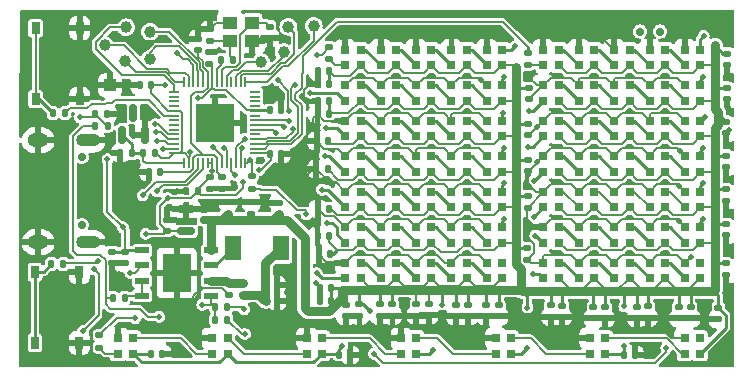
<source format=gbr>
%TF.GenerationSoftware,KiCad,Pcbnew,7.0.6*%
%TF.CreationDate,2024-06-03T18:18:50-04:00*%
%TF.ProjectId,V3,56332e6b-6963-4616-945f-706362585858,rev?*%
%TF.SameCoordinates,Original*%
%TF.FileFunction,Copper,L1,Top*%
%TF.FilePolarity,Positive*%
%FSLAX46Y46*%
G04 Gerber Fmt 4.6, Leading zero omitted, Abs format (unit mm)*
G04 Created by KiCad (PCBNEW 7.0.6) date 2024-06-03 18:18:50*
%MOMM*%
%LPD*%
G01*
G04 APERTURE LIST*
G04 Aperture macros list*
%AMRoundRect*
0 Rectangle with rounded corners*
0 $1 Rounding radius*
0 $2 $3 $4 $5 $6 $7 $8 $9 X,Y pos of 4 corners*
0 Add a 4 corners polygon primitive as box body*
4,1,4,$2,$3,$4,$5,$6,$7,$8,$9,$2,$3,0*
0 Add four circle primitives for the rounded corners*
1,1,$1+$1,$2,$3*
1,1,$1+$1,$4,$5*
1,1,$1+$1,$6,$7*
1,1,$1+$1,$8,$9*
0 Add four rect primitives between the rounded corners*
20,1,$1+$1,$2,$3,$4,$5,0*
20,1,$1+$1,$4,$5,$6,$7,0*
20,1,$1+$1,$6,$7,$8,$9,0*
20,1,$1+$1,$8,$9,$2,$3,0*%
G04 Aperture macros list end*
%TA.AperFunction,SMDPad,CuDef*%
%ADD10C,1.000000*%
%TD*%
%TA.AperFunction,SMDPad,CuDef*%
%ADD11R,0.750000X1.000000*%
%TD*%
%TA.AperFunction,SMDPad,CuDef*%
%ADD12R,0.800000X0.800000*%
%TD*%
%TA.AperFunction,SMDPad,CuDef*%
%ADD13RoundRect,0.140000X-0.170000X0.140000X-0.170000X-0.140000X0.170000X-0.140000X0.170000X0.140000X0*%
%TD*%
%TA.AperFunction,SMDPad,CuDef*%
%ADD14RoundRect,0.140000X0.170000X-0.140000X0.170000X0.140000X-0.170000X0.140000X-0.170000X-0.140000X0*%
%TD*%
%TA.AperFunction,SMDPad,CuDef*%
%ADD15R,1.400000X2.120000*%
%TD*%
%TA.AperFunction,SMDPad,CuDef*%
%ADD16RoundRect,0.135000X-0.135000X-0.185000X0.135000X-0.185000X0.135000X0.185000X-0.135000X0.185000X0*%
%TD*%
%TA.AperFunction,SMDPad,CuDef*%
%ADD17RoundRect,0.140000X0.140000X0.170000X-0.140000X0.170000X-0.140000X-0.170000X0.140000X-0.170000X0*%
%TD*%
%TA.AperFunction,SMDPad,CuDef*%
%ADD18RoundRect,0.135000X0.185000X-0.135000X0.185000X0.135000X-0.185000X0.135000X-0.185000X-0.135000X0*%
%TD*%
%TA.AperFunction,SMDPad,CuDef*%
%ADD19RoundRect,0.150000X-0.587500X-0.150000X0.587500X-0.150000X0.587500X0.150000X-0.587500X0.150000X0*%
%TD*%
%TA.AperFunction,ComponentPad*%
%ADD20C,0.700000*%
%TD*%
%TA.AperFunction,ComponentPad*%
%ADD21O,2.000000X1.100000*%
%TD*%
%TA.AperFunction,ComponentPad*%
%ADD22O,1.800000X1.200000*%
%TD*%
%TA.AperFunction,SMDPad,CuDef*%
%ADD23RoundRect,0.140000X-0.140000X-0.170000X0.140000X-0.170000X0.140000X0.170000X-0.140000X0.170000X0*%
%TD*%
%TA.AperFunction,SMDPad,CuDef*%
%ADD24RoundRect,0.135000X0.135000X0.185000X-0.135000X0.185000X-0.135000X-0.185000X0.135000X-0.185000X0*%
%TD*%
%TA.AperFunction,SMDPad,CuDef*%
%ADD25RoundRect,0.050000X0.387500X0.050000X-0.387500X0.050000X-0.387500X-0.050000X0.387500X-0.050000X0*%
%TD*%
%TA.AperFunction,SMDPad,CuDef*%
%ADD26RoundRect,0.050000X0.050000X0.387500X-0.050000X0.387500X-0.050000X-0.387500X0.050000X-0.387500X0*%
%TD*%
%TA.AperFunction,SMDPad,CuDef*%
%ADD27R,3.200000X3.200000*%
%TD*%
%TA.AperFunction,SMDPad,CuDef*%
%ADD28RoundRect,0.150000X0.150000X-0.587500X0.150000X0.587500X-0.150000X0.587500X-0.150000X-0.587500X0*%
%TD*%
%TA.AperFunction,SMDPad,CuDef*%
%ADD29R,1.200000X0.600000*%
%TD*%
%TA.AperFunction,SMDPad,CuDef*%
%ADD30R,2.400000X3.300000*%
%TD*%
%TA.AperFunction,SMDPad,CuDef*%
%ADD31R,1.000000X1.000000*%
%TD*%
%TA.AperFunction,SMDPad,CuDef*%
%ADD32R,1.200000X1.100000*%
%TD*%
%TA.AperFunction,ViaPad*%
%ADD33C,0.500000*%
%TD*%
%TA.AperFunction,Conductor*%
%ADD34C,0.128000*%
%TD*%
%TA.AperFunction,Conductor*%
%ADD35C,0.200000*%
%TD*%
%TA.AperFunction,Conductor*%
%ADD36C,0.250000*%
%TD*%
%TA.AperFunction,Conductor*%
%ADD37C,0.800000*%
%TD*%
G04 APERTURE END LIST*
D10*
%TO.P,TP13,1,1*%
%TO.N,Net-(U5-GPIO14)*%
X118313200Y-131953000D03*
%TD*%
%TO.P,TP12,1,1*%
%TO.N,Net-(U5-GPIO13)*%
X118719600Y-129819400D03*
%TD*%
%TO.P,TP11,1,1*%
%TO.N,Net-(U5-GPIO12)*%
X120853200Y-129743200D03*
%TD*%
%TO.P,TP10,1,1*%
%TO.N,Net-(U5-GPIO18)*%
X104978200Y-129870200D03*
%TD*%
%TO.P,TP9,1,1*%
%TO.N,Net-(U5-GPIO17)*%
X104927400Y-132740400D03*
%TD*%
%TO.P,TP1,1,1*%
%TO.N,Net-(U5-GPIO16)*%
X103174800Y-131394200D03*
%TD*%
D11*
%TO.P,S5,A*%
%TO.N,Net-(R15-Pad1)*%
X97261200Y-156568400D03*
%TO.P,S5,B*%
X97261200Y-150568400D03*
%TO.P,S5,C*%
%TO.N,GND*%
X101011200Y-156568400D03*
%TO.P,S5,D*%
X101011200Y-150568400D03*
%TD*%
%TO.P,S4,A*%
%TO.N,Net-(R14-Pad1)*%
X97312000Y-135936300D03*
%TO.P,S4,B*%
X97312000Y-129936300D03*
%TO.P,S4,C*%
%TO.N,GND*%
X101062000Y-135936300D03*
%TO.P,S4,D*%
X101062000Y-129936300D03*
%TD*%
D10*
%TO.P,TP7,1,1*%
%TO.N,Net-(U5-TESTEN)*%
X116408200Y-132816600D03*
%TD*%
%TO.P,TP6,1,1*%
%TO.N,Net-(U5-SWD)*%
X107010200Y-132537200D03*
%TD*%
%TO.P,TP2,1,1*%
%TO.N,Net-(U5-SWCLK)*%
X107010200Y-130225800D03*
%TD*%
D12*
%TO.P,LED21,1,VDD*%
%TO.N,+5V*%
X124827000Y-145086600D03*
%TO.P,LED21,2,DOUT*%
%TO.N,Net-(LED21-DOUT)*%
X124827000Y-143786600D03*
%TO.P,LED21,3,GND*%
%TO.N,GND*%
X123527000Y-143786600D03*
%TO.P,LED21,4,DIN*%
%TO.N,Net-(LED20-DOUT)*%
X123527000Y-145086600D03*
%TD*%
D13*
%TO.P,C39,1*%
%TO.N,+5V*%
X133934200Y-153367800D03*
%TO.P,C39,2*%
%TO.N,GND*%
X133934200Y-154327800D03*
%TD*%
D12*
%TO.P,LED22,1,VDD*%
%TO.N,+5V*%
X127827000Y-145086600D03*
%TO.P,LED22,2,DOUT*%
%TO.N,Net-(LED22-DOUT)*%
X127827000Y-143786600D03*
%TO.P,LED22,3,GND*%
%TO.N,GND*%
X126527000Y-143786600D03*
%TO.P,LED22,4,DIN*%
%TO.N,Net-(LED21-DOUT)*%
X126527000Y-145086600D03*
%TD*%
%TO.P,LED15,1,VDD*%
%TO.N,+5V*%
X136827000Y-139086600D03*
%TO.P,LED15,2,DOUT*%
%TO.N,Net-(LED15-DOUT)*%
X136827000Y-137786600D03*
%TO.P,LED15,3,GND*%
%TO.N,GND*%
X135527000Y-137786600D03*
%TO.P,LED15,4,DIN*%
%TO.N,Net-(LED14-DOUT)*%
X135527000Y-139086600D03*
%TD*%
D14*
%TO.P,C7,1*%
%TO.N,Net-(U5-VREG_VOUT)*%
X111074200Y-131823400D03*
%TO.P,C7,2*%
%TO.N,GND*%
X111074200Y-130863400D03*
%TD*%
D12*
%TO.P,LED32,1,VDD*%
%TO.N,+5V*%
X127827000Y-151086600D03*
%TO.P,LED32,2,DOUT*%
%TO.N,Net-(LED32-DOUT)*%
X127827000Y-149786600D03*
%TO.P,LED32,3,GND*%
%TO.N,GND*%
X126527000Y-149786600D03*
%TO.P,LED32,4,DIN*%
%TO.N,Net-(LED31-DOUT)*%
X126527000Y-151086600D03*
%TD*%
D13*
%TO.P,C52,1*%
%TO.N,+5V*%
X138988800Y-138023600D03*
%TO.P,C52,2*%
%TO.N,GND*%
X138988800Y-138983600D03*
%TD*%
D15*
%TO.P,L1,1,1*%
%TO.N,Net-(U1-SW)*%
X113997200Y-148564600D03*
%TO.P,L1,2,2*%
%TO.N,+BATT*%
X118057200Y-148564600D03*
%TD*%
D12*
%TO.P,LED3,1,VDD*%
%TO.N,+5V*%
X130827000Y-133086600D03*
%TO.P,LED3,2,DOUT*%
%TO.N,Net-(LED3-DOUT)*%
X130827000Y-131786600D03*
%TO.P,LED3,3,GND*%
%TO.N,GND*%
X129527000Y-131786600D03*
%TO.P,LED3,4,DIN*%
%TO.N,Net-(LED2-DOUT)*%
X129527000Y-133086600D03*
%TD*%
%TO.P,LED59,1,VDD*%
%TO.N,+5V*%
X150606800Y-145086600D03*
%TO.P,LED59,2,DOUT*%
%TO.N,Net-(LED59-DOUT)*%
X150606800Y-143786600D03*
%TO.P,LED59,3,GND*%
%TO.N,GND*%
X149306800Y-143786600D03*
%TO.P,LED59,4,DIN*%
%TO.N,Net-(LED58-DOUT)*%
X149306800Y-145086600D03*
%TD*%
%TO.P,LED70,1,VDD*%
%TO.N,+5V*%
X153606800Y-151086600D03*
%TO.P,LED70,2,DOUT*%
%TO.N,unconnected-(LED70-DOUT-Pad2)*%
X153606800Y-149786600D03*
%TO.P,LED70,3,GND*%
%TO.N,GND*%
X152306800Y-149786600D03*
%TO.P,LED70,4,DIN*%
%TO.N,Net-(LED69-DOUT)*%
X152306800Y-151086600D03*
%TD*%
D13*
%TO.P,C59,1*%
%TO.N,+5V*%
X140919200Y-153413400D03*
%TO.P,C59,2*%
%TO.N,GND*%
X140919200Y-154373400D03*
%TD*%
D12*
%TO.P,LED42,1,VDD*%
%TO.N,+5V*%
X144606800Y-136086600D03*
%TO.P,LED42,2,DOUT*%
%TO.N,Net-(LED42-DOUT)*%
X144606800Y-134786600D03*
%TO.P,LED42,3,GND*%
%TO.N,GND*%
X143306800Y-134786600D03*
%TO.P,LED42,4,DIN*%
%TO.N,Net-(LED41-DOUT)*%
X143306800Y-136086600D03*
%TD*%
%TO.P,LED26,1,VDD*%
%TO.N,+5V*%
X124827000Y-148086600D03*
%TO.P,LED26,2,DOUT*%
%TO.N,Net-(LED26-DOUT)*%
X124827000Y-146786600D03*
%TO.P,LED26,3,GND*%
%TO.N,GND*%
X123527000Y-146786600D03*
%TO.P,LED26,4,DIN*%
%TO.N,Net-(LED25-DOUT)*%
X123527000Y-148086600D03*
%TD*%
%TO.P,LED66,1,VDD*%
%TO.N,+5V*%
X141606800Y-151086600D03*
%TO.P,LED66,2,DOUT*%
%TO.N,Net-(LED66-DOUT)*%
X141606800Y-149786600D03*
%TO.P,LED66,3,GND*%
%TO.N,GND*%
X140306800Y-149786600D03*
%TO.P,LED66,4,DIN*%
%TO.N,Net-(LED65-DOUT)*%
X140306800Y-151086600D03*
%TD*%
%TO.P,LED30,1,VDD*%
%TO.N,+5V*%
X136827000Y-148086600D03*
%TO.P,LED30,2,DOUT*%
%TO.N,Net-(LED30-DOUT)*%
X136827000Y-146786600D03*
%TO.P,LED30,3,GND*%
%TO.N,GND*%
X135527000Y-146786600D03*
%TO.P,LED30,4,DIN*%
%TO.N,Net-(LED29-DOUT)*%
X135527000Y-148086600D03*
%TD*%
D16*
%TO.P,R4,1*%
%TO.N,Net-(U1-KEY)*%
X112520000Y-154609800D03*
%TO.P,R4,2*%
%TO.N,Net-(R4-Pad2)*%
X113540000Y-154609800D03*
%TD*%
D13*
%TO.P,C3,1*%
%TO.N,Net-(U1-BAT)*%
X113665000Y-151539000D03*
%TO.P,C3,2*%
%TO.N,GND*%
X113665000Y-152499000D03*
%TD*%
D17*
%TO.P,C16,1*%
%TO.N,+3V3*%
X111046200Y-143764000D03*
%TO.P,C16,2*%
%TO.N,GND*%
X110086200Y-143764000D03*
%TD*%
D13*
%TO.P,C47,1*%
%TO.N,+5V*%
X155803600Y-140718600D03*
%TO.P,C47,2*%
%TO.N,GND*%
X155803600Y-141678600D03*
%TD*%
%TO.P,C35,1*%
%TO.N,+5V*%
X127533400Y-153317000D03*
%TO.P,C35,2*%
%TO.N,GND*%
X127533400Y-154277000D03*
%TD*%
%TO.P,C2,1*%
%TO.N,VBUS*%
X104927400Y-148872000D03*
%TO.P,C2,2*%
%TO.N,GND*%
X104927400Y-149832000D03*
%TD*%
%TO.P,C46,1*%
%TO.N,+5V*%
X155803600Y-137848400D03*
%TO.P,C46,2*%
%TO.N,GND*%
X155803600Y-138808400D03*
%TD*%
D12*
%TO.P,LED65,1,VDD*%
%TO.N,+5V*%
X153606800Y-148086600D03*
%TO.P,LED65,2,DOUT*%
%TO.N,Net-(LED65-DOUT)*%
X153606800Y-146786600D03*
%TO.P,LED65,3,GND*%
%TO.N,GND*%
X152306800Y-146786600D03*
%TO.P,LED65,4,DIN*%
%TO.N,Net-(LED64-DOUT)*%
X152306800Y-148086600D03*
%TD*%
%TO.P,LED62,1,VDD*%
%TO.N,+5V*%
X144606800Y-148086600D03*
%TO.P,LED62,2,DOUT*%
%TO.N,Net-(LED62-DOUT)*%
X144606800Y-146786600D03*
%TO.P,LED62,3,GND*%
%TO.N,GND*%
X143306800Y-146786600D03*
%TO.P,LED62,4,DIN*%
%TO.N,Net-(LED61-DOUT)*%
X143306800Y-148086600D03*
%TD*%
%TO.P,LED20,1,VDD*%
%TO.N,+5V*%
X136827000Y-142086600D03*
%TO.P,LED20,2,DOUT*%
%TO.N,Net-(LED20-DOUT)*%
X136827000Y-140786600D03*
%TO.P,LED20,3,GND*%
%TO.N,GND*%
X135527000Y-140786600D03*
%TO.P,LED20,4,DIN*%
%TO.N,Net-(LED19-DOUT)*%
X135527000Y-142086600D03*
%TD*%
%TO.P,LED56,1,VDD*%
%TO.N,+5V*%
X141606800Y-145086600D03*
%TO.P,LED56,2,DOUT*%
%TO.N,Net-(LED56-DOUT)*%
X141606800Y-143786600D03*
%TO.P,LED56,3,GND*%
%TO.N,GND*%
X140306800Y-143786600D03*
%TO.P,LED56,4,DIN*%
%TO.N,Net-(LED55-DOUT)*%
X140306800Y-145086600D03*
%TD*%
D18*
%TO.P,R10,1*%
%TO.N,/led_matrix/DIN*%
X122174000Y-132564600D03*
%TO.P,R10,2*%
%TO.N,Net-(U5-GPIO1)*%
X122174000Y-131544600D03*
%TD*%
D19*
%TO.P,U3,1,GND*%
%TO.N,GND*%
X110085900Y-145227000D03*
%TO.P,U3,2,VO*%
%TO.N,+3V3*%
X110085900Y-147127000D03*
%TO.P,U3,3,VI*%
%TO.N,+5V*%
X111960900Y-146177000D03*
%TD*%
D12*
%TO.P,LED14,1,VDD*%
%TO.N,+5V*%
X133827000Y-139086600D03*
%TO.P,LED14,2,DOUT*%
%TO.N,Net-(LED14-DOUT)*%
X133827000Y-137786600D03*
%TO.P,LED14,3,GND*%
%TO.N,GND*%
X132527000Y-137786600D03*
%TO.P,LED14,4,DIN*%
%TO.N,Net-(LED13-DOUT)*%
X132527000Y-139086600D03*
%TD*%
%TO.P,LED58,1,VDD*%
%TO.N,+5V*%
X147606800Y-145086600D03*
%TO.P,LED58,2,DOUT*%
%TO.N,Net-(LED58-DOUT)*%
X147606800Y-143786600D03*
%TO.P,LED58,3,GND*%
%TO.N,GND*%
X146306800Y-143786600D03*
%TO.P,LED58,4,DIN*%
%TO.N,Net-(LED57-DOUT)*%
X146306800Y-145086600D03*
%TD*%
%TO.P,LED23,1,VDD*%
%TO.N,+5V*%
X130827000Y-145086600D03*
%TO.P,LED23,2,DOUT*%
%TO.N,Net-(LED23-DOUT)*%
X130827000Y-143786600D03*
%TO.P,LED23,3,GND*%
%TO.N,GND*%
X129527000Y-143786600D03*
%TO.P,LED23,4,DIN*%
%TO.N,Net-(LED22-DOUT)*%
X129527000Y-145086600D03*
%TD*%
%TO.P,LED31,1,VDD*%
%TO.N,+5V*%
X124827000Y-151086600D03*
%TO.P,LED31,2,DOUT*%
%TO.N,Net-(LED31-DOUT)*%
X124827000Y-149786600D03*
%TO.P,LED31,3,GND*%
%TO.N,GND*%
X123527000Y-149786600D03*
%TO.P,LED31,4,DIN*%
%TO.N,Net-(LED30-DOUT)*%
X123527000Y-151086600D03*
%TD*%
%TO.P,LED16,1,VDD*%
%TO.N,+5V*%
X124827000Y-142086600D03*
%TO.P,LED16,2,DOUT*%
%TO.N,Net-(LED16-DOUT)*%
X124827000Y-140786600D03*
%TO.P,LED16,3,GND*%
%TO.N,GND*%
X123527000Y-140786600D03*
%TO.P,LED16,4,DIN*%
%TO.N,Net-(LED15-DOUT)*%
X123527000Y-142086600D03*
%TD*%
D13*
%TO.P,C20,1*%
%TO.N,Net-(U5-VREG_VOUT)*%
X113131600Y-142572800D03*
%TO.P,C20,2*%
%TO.N,GND*%
X113131600Y-143532800D03*
%TD*%
D16*
%TO.P,R17,1*%
%TO.N,Net-(U5-XOUT)*%
X113028000Y-132616000D03*
%TO.P,R17,2*%
%TO.N,Net-(C22-Pad1)*%
X114048000Y-132616000D03*
%TD*%
D12*
%TO.P,LED18,1,VDD*%
%TO.N,+5V*%
X130827000Y-142086600D03*
%TO.P,LED18,2,DOUT*%
%TO.N,Net-(LED18-DOUT)*%
X130827000Y-140786600D03*
%TO.P,LED18,3,GND*%
%TO.N,GND*%
X129527000Y-140786600D03*
%TO.P,LED18,4,DIN*%
%TO.N,Net-(LED17-DOUT)*%
X129527000Y-142086600D03*
%TD*%
%TO.P,LED64,1,VDD*%
%TO.N,+5V*%
X150606800Y-148086600D03*
%TO.P,LED64,2,DOUT*%
%TO.N,Net-(LED64-DOUT)*%
X150606800Y-146786600D03*
%TO.P,LED64,3,GND*%
%TO.N,GND*%
X149306800Y-146786600D03*
%TO.P,LED64,4,DIN*%
%TO.N,Net-(LED63-DOUT)*%
X149306800Y-148086600D03*
%TD*%
D13*
%TO.P,C56,1*%
%TO.N,+5V*%
X144526000Y-153540400D03*
%TO.P,C56,2*%
%TO.N,GND*%
X144526000Y-154500400D03*
%TD*%
D17*
%TO.P,C42,1*%
%TO.N,+5V*%
X122323800Y-151942800D03*
%TO.P,C42,2*%
%TO.N,GND*%
X121363800Y-151942800D03*
%TD*%
D12*
%TO.P,LED72,1,VDD*%
%TO.N,+5V*%
X113566100Y-157483700D03*
%TO.P,LED72,2,DOUT*%
%TO.N,Net-(LED72-DOUT)*%
X113566100Y-156183700D03*
%TO.P,LED72,3,GND*%
%TO.N,GND*%
X112266100Y-156183700D03*
%TO.P,LED72,4,DIN*%
%TO.N,Net-(LED71-DOUT)*%
X112266100Y-157483700D03*
%TD*%
%TO.P,LED10,1,VDD*%
%TO.N,+5V*%
X136827000Y-136086600D03*
%TO.P,LED10,2,DOUT*%
%TO.N,Net-(LED10-DOUT)*%
X136827000Y-134786600D03*
%TO.P,LED10,3,GND*%
%TO.N,GND*%
X135527000Y-134786600D03*
%TO.P,LED10,4,DIN*%
%TO.N,Net-(LED10-DIN)*%
X135527000Y-136086600D03*
%TD*%
D13*
%TO.P,C38,1*%
%TO.N,+5V*%
X132892800Y-153367800D03*
%TO.P,C38,2*%
%TO.N,GND*%
X132892800Y-154327800D03*
%TD*%
D20*
%TO.P,USB1,*%
%TO.N,*%
X101213900Y-146628600D03*
X101213900Y-140848600D03*
D21*
%TO.P,USB1,13,SHELL*%
%TO.N,GND*%
X101743900Y-148058600D03*
D22*
X97533900Y-148058600D03*
D21*
%TO.P,USB1,14,SHELL*%
X101743900Y-139418600D03*
D22*
X97533900Y-139418600D03*
%TD*%
D12*
%TO.P,LED50,1,VDD*%
%TO.N,+5V*%
X153606800Y-139086600D03*
%TO.P,LED50,2,DOUT*%
%TO.N,Net-(LED50-DOUT)*%
X153606800Y-137786600D03*
%TO.P,LED50,3,GND*%
%TO.N,GND*%
X152306800Y-137786600D03*
%TO.P,LED50,4,DIN*%
%TO.N,Net-(LED49-DOUT)*%
X152306800Y-139086600D03*
%TD*%
%TO.P,LED67,1,VDD*%
%TO.N,+5V*%
X144606800Y-151086600D03*
%TO.P,LED67,2,DOUT*%
%TO.N,Net-(LED67-DOUT)*%
X144606800Y-149786600D03*
%TO.P,LED67,3,GND*%
%TO.N,GND*%
X143306800Y-149786600D03*
%TO.P,LED67,4,DIN*%
%TO.N,Net-(LED66-DOUT)*%
X143306800Y-151086600D03*
%TD*%
%TO.P,LED29,1,VDD*%
%TO.N,+5V*%
X133827000Y-148086600D03*
%TO.P,LED29,2,DOUT*%
%TO.N,Net-(LED29-DOUT)*%
X133827000Y-146786600D03*
%TO.P,LED29,3,GND*%
%TO.N,GND*%
X132527000Y-146786600D03*
%TO.P,LED29,4,DIN*%
%TO.N,Net-(LED28-DOUT)*%
X132527000Y-148086600D03*
%TD*%
D17*
%TO.P,C23,1*%
%TO.N,+5V*%
X122171400Y-133578600D03*
%TO.P,C23,2*%
%TO.N,GND*%
X121211400Y-133578600D03*
%TD*%
D13*
%TO.P,C21,1*%
%TO.N,Net-(U5-XIN)*%
X117144800Y-129796400D03*
%TO.P,C21,2*%
%TO.N,GND*%
X117144800Y-130756400D03*
%TD*%
D12*
%TO.P,LED8,1,VDD*%
%TO.N,+5V*%
X130827000Y-136086600D03*
%TO.P,LED8,2,DOUT*%
%TO.N,Net-(LED8-DOUT)*%
X130827000Y-134786600D03*
%TO.P,LED8,3,GND*%
%TO.N,GND*%
X129527000Y-134786600D03*
%TO.P,LED8,4,DIN*%
%TO.N,Net-(LED7-DOUT)*%
X129527000Y-136086600D03*
%TD*%
D13*
%TO.P,C34,1*%
%TO.N,+5V*%
X126441200Y-153317000D03*
%TO.P,C34,2*%
%TO.N,GND*%
X126441200Y-154277000D03*
%TD*%
D12*
%TO.P,LED44,1,VDD*%
%TO.N,+5V*%
X150606800Y-136086600D03*
%TO.P,LED44,2,DOUT*%
%TO.N,Net-(LED44-DOUT)*%
X150606800Y-134786600D03*
%TO.P,LED44,3,GND*%
%TO.N,GND*%
X149306800Y-134786600D03*
%TO.P,LED44,4,DIN*%
%TO.N,Net-(LED43-DOUT)*%
X149306800Y-136086600D03*
%TD*%
%TO.P,LED45,1,VDD*%
%TO.N,+5V*%
X153606800Y-136086600D03*
%TO.P,LED45,2,DOUT*%
%TO.N,Net-(LED45-DOUT)*%
X153606800Y-134786600D03*
%TO.P,LED45,3,GND*%
%TO.N,GND*%
X152306800Y-134786600D03*
%TO.P,LED45,4,DIN*%
%TO.N,Net-(LED44-DOUT)*%
X152306800Y-136086600D03*
%TD*%
%TO.P,LED63,1,VDD*%
%TO.N,+5V*%
X147606800Y-148086600D03*
%TO.P,LED63,2,DOUT*%
%TO.N,Net-(LED63-DOUT)*%
X147606800Y-146786600D03*
%TO.P,LED63,3,GND*%
%TO.N,GND*%
X146306800Y-146786600D03*
%TO.P,LED63,4,DIN*%
%TO.N,Net-(LED62-DOUT)*%
X146306800Y-148086600D03*
%TD*%
%TO.P,LED40,1,VDD*%
%TO.N,+5V*%
X153606800Y-133086600D03*
%TO.P,LED40,2,DOUT*%
%TO.N,Net-(LED40-DOUT)*%
X153606800Y-131786600D03*
%TO.P,LED40,3,GND*%
%TO.N,GND*%
X152306800Y-131786600D03*
%TO.P,LED40,4,DIN*%
%TO.N,Net-(LED39-DOUT)*%
X152306800Y-133086600D03*
%TD*%
D23*
%TO.P,C5,1*%
%TO.N,+BATT*%
X116791800Y-153035000D03*
%TO.P,C5,2*%
%TO.N,GND*%
X117751800Y-153035000D03*
%TD*%
D13*
%TO.P,C50,1*%
%TO.N,+5V*%
X155752800Y-149837200D03*
%TO.P,C50,2*%
%TO.N,GND*%
X155752800Y-150797200D03*
%TD*%
%TO.P,C55,1*%
%TO.N,+5V*%
X138963400Y-148567200D03*
%TO.P,C55,2*%
%TO.N,GND*%
X138963400Y-149527200D03*
%TD*%
D23*
%TO.P,C65,1*%
%TO.N,+5V*%
X107063600Y-157505400D03*
%TO.P,C65,2*%
%TO.N,GND*%
X108023600Y-157505400D03*
%TD*%
D12*
%TO.P,LED1,1,VDD*%
%TO.N,+5V*%
X124827000Y-133086600D03*
%TO.P,LED1,2,DOUT*%
%TO.N,Net-(LED1-DOUT)*%
X124827000Y-131786600D03*
%TO.P,LED1,3,GND*%
%TO.N,GND*%
X123527000Y-131786600D03*
%TO.P,LED1,4,DIN*%
%TO.N,/led_matrix/DIN*%
X123527000Y-133086600D03*
%TD*%
%TO.P,LED76,1,VDD*%
%TO.N,+5V*%
X145566100Y-157483700D03*
%TO.P,LED76,2,DOUT*%
%TO.N,Net-(LED76-DOUT)*%
X145566100Y-156183700D03*
%TO.P,LED76,3,GND*%
%TO.N,GND*%
X144266100Y-156183700D03*
%TO.P,LED76,4,DIN*%
%TO.N,Net-(LED75-DOUT)*%
X144266100Y-157483700D03*
%TD*%
D17*
%TO.P,C6,1*%
%TO.N,/adc_vref*%
X105458200Y-140512800D03*
%TO.P,C6,2*%
%TO.N,GND*%
X104498200Y-140512800D03*
%TD*%
%TO.P,C8,1*%
%TO.N,Net-(U5-VREG_VOUT)*%
X107845800Y-142113000D03*
%TO.P,C8,2*%
%TO.N,GND*%
X106885800Y-142113000D03*
%TD*%
D12*
%TO.P,LED47,1,VDD*%
%TO.N,+5V*%
X144606800Y-139086600D03*
%TO.P,LED47,2,DOUT*%
%TO.N,Net-(LED47-DOUT)*%
X144606800Y-137786600D03*
%TO.P,LED47,3,GND*%
%TO.N,GND*%
X143306800Y-137786600D03*
%TO.P,LED47,4,DIN*%
%TO.N,Net-(LED46-DOUT)*%
X143306800Y-139086600D03*
%TD*%
D13*
%TO.P,C41,1*%
%TO.N,+5V*%
X136550400Y-153367800D03*
%TO.P,C41,2*%
%TO.N,GND*%
X136550400Y-154327800D03*
%TD*%
D12*
%TO.P,LED34,1,VDD*%
%TO.N,+5V*%
X133827000Y-151086600D03*
%TO.P,LED34,2,DOUT*%
%TO.N,Net-(LED34-DOUT)*%
X133827000Y-149786600D03*
%TO.P,LED34,3,GND*%
%TO.N,GND*%
X132527000Y-149786600D03*
%TO.P,LED34,4,DIN*%
%TO.N,Net-(LED33-DOUT)*%
X132527000Y-151086600D03*
%TD*%
D14*
%TO.P,C12,1*%
%TO.N,+3V3*%
X108432600Y-147114200D03*
%TO.P,C12,2*%
%TO.N,GND*%
X108432600Y-146154200D03*
%TD*%
%TO.P,C10,1*%
%TO.N,+5V*%
X113614200Y-145641000D03*
%TO.P,C10,2*%
%TO.N,GND*%
X113614200Y-144681000D03*
%TD*%
D12*
%TO.P,LED19,1,VDD*%
%TO.N,+5V*%
X133827000Y-142086600D03*
%TO.P,LED19,2,DOUT*%
%TO.N,Net-(LED19-DOUT)*%
X133827000Y-140786600D03*
%TO.P,LED19,3,GND*%
%TO.N,GND*%
X132527000Y-140786600D03*
%TO.P,LED19,4,DIN*%
%TO.N,Net-(LED18-DOUT)*%
X132527000Y-142086600D03*
%TD*%
%TO.P,LED24,1,VDD*%
%TO.N,+5V*%
X133827000Y-145086600D03*
%TO.P,LED24,2,DOUT*%
%TO.N,Net-(LED24-DOUT)*%
X133827000Y-143786600D03*
%TO.P,LED24,3,GND*%
%TO.N,GND*%
X132527000Y-143786600D03*
%TO.P,LED24,4,DIN*%
%TO.N,Net-(LED23-DOUT)*%
X132527000Y-145086600D03*
%TD*%
%TO.P,LED41,1,VDD*%
%TO.N,+5V*%
X141606800Y-136086600D03*
%TO.P,LED41,2,DOUT*%
%TO.N,Net-(LED41-DOUT)*%
X141606800Y-134786600D03*
%TO.P,LED41,3,GND*%
%TO.N,GND*%
X140306800Y-134786600D03*
%TO.P,LED41,4,DIN*%
%TO.N,Net-(LED40-DOUT)*%
X140306800Y-136086600D03*
%TD*%
D13*
%TO.P,C40,1*%
%TO.N,+5V*%
X135483600Y-153367800D03*
%TO.P,C40,2*%
%TO.N,GND*%
X135483600Y-154327800D03*
%TD*%
D12*
%TO.P,LED57,1,VDD*%
%TO.N,+5V*%
X144606800Y-145086600D03*
%TO.P,LED57,2,DOUT*%
%TO.N,Net-(LED57-DOUT)*%
X144606800Y-143786600D03*
%TO.P,LED57,3,GND*%
%TO.N,GND*%
X143306800Y-143786600D03*
%TO.P,LED57,4,DIN*%
%TO.N,Net-(LED56-DOUT)*%
X143306800Y-145086600D03*
%TD*%
%TO.P,LED69,1,VDD*%
%TO.N,+5V*%
X150606800Y-151086600D03*
%TO.P,LED69,2,DOUT*%
%TO.N,Net-(LED69-DOUT)*%
X150606800Y-149786600D03*
%TO.P,LED69,3,GND*%
%TO.N,GND*%
X149306800Y-149786600D03*
%TO.P,LED69,4,DIN*%
%TO.N,Net-(LED68-DOUT)*%
X149306800Y-151086600D03*
%TD*%
%TO.P,LED68,1,VDD*%
%TO.N,+5V*%
X147606800Y-151086600D03*
%TO.P,LED68,2,DOUT*%
%TO.N,Net-(LED68-DOUT)*%
X147606800Y-149786600D03*
%TO.P,LED68,3,GND*%
%TO.N,GND*%
X146306800Y-149786600D03*
%TO.P,LED68,4,DIN*%
%TO.N,Net-(LED67-DOUT)*%
X146306800Y-151086600D03*
%TD*%
D17*
%TO.P,C25,1*%
%TO.N,+5V*%
X122171400Y-136118600D03*
%TO.P,C25,2*%
%TO.N,GND*%
X121211400Y-136118600D03*
%TD*%
D12*
%TO.P,LED6,1,VDD*%
%TO.N,+5V*%
X124827000Y-136086600D03*
%TO.P,LED6,2,DOUT*%
%TO.N,Net-(LED6-DOUT)*%
X124827000Y-134786600D03*
%TO.P,LED6,3,GND*%
%TO.N,GND*%
X123527000Y-134786600D03*
%TO.P,LED6,4,DIN*%
%TO.N,Net-(LED5-DOUT)*%
X123527000Y-136086600D03*
%TD*%
D13*
%TO.P,C45,1*%
%TO.N,+5V*%
X155854400Y-134978200D03*
%TO.P,C45,2*%
%TO.N,GND*%
X155854400Y-135938200D03*
%TD*%
D23*
%TO.P,C67,1*%
%TO.N,+5V*%
X147094000Y-157581600D03*
%TO.P,C67,2*%
%TO.N,GND*%
X148054000Y-157581600D03*
%TD*%
D13*
%TO.P,C62,1*%
%TO.N,+5V*%
X152775800Y-153515000D03*
%TO.P,C62,2*%
%TO.N,GND*%
X152775800Y-154475000D03*
%TD*%
D12*
%TO.P,LED7,1,VDD*%
%TO.N,+5V*%
X127827000Y-136086600D03*
%TO.P,LED7,2,DOUT*%
%TO.N,Net-(LED7-DOUT)*%
X127827000Y-134786600D03*
%TO.P,LED7,3,GND*%
%TO.N,GND*%
X126527000Y-134786600D03*
%TO.P,LED7,4,DIN*%
%TO.N,Net-(LED6-DOUT)*%
X126527000Y-136086600D03*
%TD*%
D24*
%TO.P,R20,1*%
%TO.N,Net-(U1-LED2)*%
X104853200Y-152755600D03*
%TO.P,R20,2*%
%TO.N,+BATT*%
X103833200Y-152755600D03*
%TD*%
D16*
%TO.P,R15,1*%
%TO.N,Net-(R15-Pad1)*%
X98649600Y-149910800D03*
%TO.P,R15,2*%
%TO.N,Net-(U5-GPIO4)*%
X99669600Y-149910800D03*
%TD*%
D12*
%TO.P,LED52,1,VDD*%
%TO.N,+5V*%
X144606800Y-142086600D03*
%TO.P,LED52,2,DOUT*%
%TO.N,Net-(LED52-DOUT)*%
X144606800Y-140786600D03*
%TO.P,LED52,3,GND*%
%TO.N,GND*%
X143306800Y-140786600D03*
%TO.P,LED52,4,DIN*%
%TO.N,Net-(LED51-DOUT)*%
X143306800Y-142086600D03*
%TD*%
D17*
%TO.P,C26,1*%
%TO.N,+5V*%
X122146000Y-137210800D03*
%TO.P,C26,2*%
%TO.N,GND*%
X121186000Y-137210800D03*
%TD*%
D13*
%TO.P,C57,1*%
%TO.N,+5V*%
X145542000Y-153537800D03*
%TO.P,C57,2*%
%TO.N,GND*%
X145542000Y-154497800D03*
%TD*%
%TO.P,C60,1*%
%TO.N,+5V*%
X141909800Y-153418600D03*
%TO.P,C60,2*%
%TO.N,GND*%
X141909800Y-154378600D03*
%TD*%
%TO.P,C64,1*%
%TO.N,+5V*%
X155117800Y-153591200D03*
%TO.P,C64,2*%
%TO.N,GND*%
X155117800Y-154551200D03*
%TD*%
D12*
%TO.P,LED77,1,VDD*%
%TO.N,+5V*%
X153566100Y-157483700D03*
%TO.P,LED77,2,DOUT*%
%TO.N,unconnected-(LED77-DOUT-Pad2)*%
X153566100Y-156183700D03*
%TO.P,LED77,3,GND*%
%TO.N,GND*%
X152266100Y-156183700D03*
%TO.P,LED77,4,DIN*%
%TO.N,Net-(LED76-DOUT)*%
X152266100Y-157483700D03*
%TD*%
D13*
%TO.P,C58,1*%
%TO.N,+5V*%
X149199600Y-153498600D03*
%TO.P,C58,2*%
%TO.N,GND*%
X149199600Y-154458600D03*
%TD*%
D12*
%TO.P,LED61,1,VDD*%
%TO.N,+5V*%
X141606800Y-148086600D03*
%TO.P,LED61,2,DOUT*%
%TO.N,Net-(LED61-DOUT)*%
X141606800Y-146786600D03*
%TO.P,LED61,3,GND*%
%TO.N,GND*%
X140306800Y-146786600D03*
%TO.P,LED61,4,DIN*%
%TO.N,Net-(LED60-DOUT)*%
X140306800Y-148086600D03*
%TD*%
D25*
%TO.P,U5,1,IOVDD*%
%TO.N,+3V3*%
X115921500Y-140534600D03*
%TO.P,U5,2,GPIO0*%
%TO.N,Net-(U5-GPIO0)*%
X115921500Y-140134600D03*
%TO.P,U5,3,GPIO1*%
%TO.N,Net-(U5-GPIO1)*%
X115921500Y-139734600D03*
%TO.P,U5,4,GPIO2*%
%TO.N,Net-(U5-GPIO2)*%
X115921500Y-139334600D03*
%TO.P,U5,5,GPIO3*%
%TO.N,unconnected-(U5-GPIO3-Pad5)*%
X115921500Y-138934600D03*
%TO.P,U5,6,GPIO4*%
%TO.N,Net-(U5-GPIO4)*%
X115921500Y-138534600D03*
%TO.P,U5,7,GPIO5*%
%TO.N,Net-(U5-GPIO5)*%
X115921500Y-138134600D03*
%TO.P,U5,8,GPIO6*%
%TO.N,/latch_off*%
X115921500Y-137734600D03*
%TO.P,U5,9,GPIO7*%
%TO.N,unconnected-(U5-GPIO7-Pad9)*%
X115921500Y-137334600D03*
%TO.P,U5,10,IOVDD*%
%TO.N,+3V3*%
X115921500Y-136934600D03*
%TO.P,U5,11,GPIO8*%
%TO.N,unconnected-(U5-GPIO8-Pad11)*%
X115921500Y-136534600D03*
%TO.P,U5,12,GPIO9*%
%TO.N,unconnected-(U5-GPIO9-Pad12)*%
X115921500Y-136134600D03*
%TO.P,U5,13,GPIO10*%
%TO.N,unconnected-(U5-GPIO10-Pad13)*%
X115921500Y-135734600D03*
%TO.P,U5,14,GPIO11*%
%TO.N,unconnected-(U5-GPIO11-Pad14)*%
X115921500Y-135334600D03*
D26*
%TO.P,U5,15,GPIO12*%
%TO.N,Net-(U5-GPIO12)*%
X115084000Y-134497100D03*
%TO.P,U5,16,GPIO13*%
%TO.N,Net-(U5-GPIO13)*%
X114684000Y-134497100D03*
%TO.P,U5,17,GPIO14*%
%TO.N,Net-(U5-GPIO14)*%
X114284000Y-134497100D03*
%TO.P,U5,18,GPIO15*%
%TO.N,unconnected-(U5-GPIO15-Pad18)*%
X113884000Y-134497100D03*
%TO.P,U5,19,TESTEN*%
%TO.N,Net-(U5-TESTEN)*%
X113484000Y-134497100D03*
%TO.P,U5,20,XIN*%
%TO.N,Net-(U5-XIN)*%
X113084000Y-134497100D03*
%TO.P,U5,21,XOUT*%
%TO.N,Net-(U5-XOUT)*%
X112684000Y-134497100D03*
%TO.P,U5,22,IOVDD*%
%TO.N,+3V3*%
X112284000Y-134497100D03*
%TO.P,U5,23,DVDD*%
%TO.N,Net-(U5-VREG_VOUT)*%
X111884000Y-134497100D03*
%TO.P,U5,24,SWCLK*%
%TO.N,Net-(U5-SWCLK)*%
X111484000Y-134497100D03*
%TO.P,U5,25,SWD*%
%TO.N,Net-(U5-SWD)*%
X111084000Y-134497100D03*
%TO.P,U5,26,RUN*%
%TO.N,Net-(U5-RUN)*%
X110684000Y-134497100D03*
%TO.P,U5,27,GPIO16*%
%TO.N,Net-(U5-GPIO16)*%
X110284000Y-134497100D03*
%TO.P,U5,28,GPIO17*%
%TO.N,Net-(U5-GPIO17)*%
X109884000Y-134497100D03*
D25*
%TO.P,U5,29,GPIO18*%
%TO.N,Net-(U5-GPIO18)*%
X109046500Y-135334600D03*
%TO.P,U5,30,GPIO19*%
%TO.N,unconnected-(U5-GPIO19-Pad30)*%
X109046500Y-135734600D03*
%TO.P,U5,31,GPIO20*%
%TO.N,unconnected-(U5-GPIO20-Pad31)*%
X109046500Y-136134600D03*
%TO.P,U5,32,GPIO21*%
%TO.N,unconnected-(U5-GPIO21-Pad32)*%
X109046500Y-136534600D03*
%TO.P,U5,33,IOVDD*%
%TO.N,+3V3*%
X109046500Y-136934600D03*
%TO.P,U5,34,GPIO22*%
%TO.N,/GPIO22*%
X109046500Y-137334600D03*
%TO.P,U5,35,GPIO23*%
%TO.N,unconnected-(U5-GPIO23-Pad35)*%
X109046500Y-137734600D03*
%TO.P,U5,36,GPIO24*%
%TO.N,unconnected-(U5-GPIO24-Pad36)*%
X109046500Y-138134600D03*
%TO.P,U5,37,GPIO25*%
%TO.N,unconnected-(U5-GPIO25-Pad37)*%
X109046500Y-138534600D03*
%TO.P,U5,38,GPIO26_ADC0*%
%TO.N,Net-(U5-GPIO26_ADC0)*%
X109046500Y-138934600D03*
%TO.P,U5,39,GPIO27_ADC1*%
%TO.N,Net-(U5-GPIO27_ADC1)*%
X109046500Y-139334600D03*
%TO.P,U5,40,GPIO28_ADC2*%
%TO.N,Net-(U5-GPIO28_ADC2)*%
X109046500Y-139734600D03*
%TO.P,U5,41,GPIO29_ADC3*%
%TO.N,Net-(U5-GPIO29_ADC3)*%
X109046500Y-140134600D03*
%TO.P,U5,42,IOVDD*%
%TO.N,+3V3*%
X109046500Y-140534600D03*
D26*
%TO.P,U5,43,ADC_AVDD*%
%TO.N,/adc_vref*%
X109884000Y-141372100D03*
%TO.P,U5,44,VREG_IN*%
%TO.N,+3V3*%
X110284000Y-141372100D03*
%TO.P,U5,45,VREG_VOUT*%
%TO.N,Net-(U5-VREG_VOUT)*%
X110684000Y-141372100D03*
%TO.P,U5,46,USB_DM*%
%TO.N,Net-(U5-USB_DM)*%
X111084000Y-141372100D03*
%TO.P,U5,47,USB_DP*%
%TO.N,Net-(U5-USB_DP)*%
X111484000Y-141372100D03*
%TO.P,U5,48,USB_VDD*%
%TO.N,+3V3*%
X111884000Y-141372100D03*
%TO.P,U5,49,IOVDD*%
X112284000Y-141372100D03*
%TO.P,U5,50,DVDD*%
%TO.N,Net-(U5-VREG_VOUT)*%
X112684000Y-141372100D03*
%TO.P,U5,51,QSPI_SD3*%
%TO.N,Net-(U4-IO3)*%
X113084000Y-141372100D03*
%TO.P,U5,52,QSPI_SCLK*%
%TO.N,/sclk*%
X113484000Y-141372100D03*
%TO.P,U5,53,QSPI_SD0*%
%TO.N,Net-(U4-DI(IO0))*%
X113884000Y-141372100D03*
%TO.P,U5,54,QSPI_SD2*%
%TO.N,Net-(U4-IO2)*%
X114284000Y-141372100D03*
%TO.P,U5,55,QSPI_SD1*%
%TO.N,Net-(U4-DO(IO1))*%
X114684000Y-141372100D03*
%TO.P,U5,56,QSPI_SS*%
%TO.N,/cs*%
X115084000Y-141372100D03*
D27*
%TO.P,U5,57,GND*%
%TO.N,GND*%
X112484000Y-137934600D03*
%TD*%
D24*
%TO.P,R6,1*%
%TO.N,+3V3*%
X107393200Y-140512800D03*
%TO.P,R6,2*%
%TO.N,/adc_vref*%
X106373200Y-140512800D03*
%TD*%
D13*
%TO.P,C51,1*%
%TO.N,+5V*%
X139065000Y-135003600D03*
%TO.P,C51,2*%
%TO.N,GND*%
X139065000Y-135963600D03*
%TD*%
D12*
%TO.P,LED71,1,VDD*%
%TO.N,+5V*%
X105566100Y-157483700D03*
%TO.P,LED71,2,DOUT*%
%TO.N,Net-(LED71-DOUT)*%
X105566100Y-156183700D03*
%TO.P,LED71,3,GND*%
%TO.N,GND*%
X104266100Y-156183700D03*
%TO.P,LED71,4,DIN*%
%TO.N,/led_strip/DIN*%
X104266100Y-157483700D03*
%TD*%
D16*
%TO.P,R5,1*%
%TO.N,Net-(U1-KEY)*%
X112520000Y-153543000D03*
%TO.P,R5,2*%
%TO.N,/latch_off*%
X113540000Y-153543000D03*
%TD*%
D12*
%TO.P,LED60,1,VDD*%
%TO.N,+5V*%
X153606800Y-145086600D03*
%TO.P,LED60,2,DOUT*%
%TO.N,Net-(LED60-DOUT)*%
X153606800Y-143786600D03*
%TO.P,LED60,3,GND*%
%TO.N,GND*%
X152306800Y-143786600D03*
%TO.P,LED60,4,DIN*%
%TO.N,Net-(LED59-DOUT)*%
X152306800Y-145086600D03*
%TD*%
D23*
%TO.P,C4,1*%
%TO.N,+BATT*%
X116766400Y-151688800D03*
%TO.P,C4,2*%
%TO.N,GND*%
X117726400Y-151688800D03*
%TD*%
D28*
%TO.P,U2,1,K*%
%TO.N,/adc_vref*%
X104653000Y-138963400D03*
%TO.P,U2,2,A*%
%TO.N,GND*%
X106553000Y-138963400D03*
%TO.P,U2,3*%
%TO.N,N/C*%
X105603000Y-137088400D03*
%TD*%
D13*
%TO.P,C1,1*%
%TO.N,VBUS*%
X103809800Y-148872000D03*
%TO.P,C1,2*%
%TO.N,GND*%
X103809800Y-149832000D03*
%TD*%
D12*
%TO.P,LED37,1,VDD*%
%TO.N,+5V*%
X144606800Y-133086600D03*
%TO.P,LED37,2,DOUT*%
%TO.N,Net-(LED37-DOUT)*%
X144606800Y-131786600D03*
%TO.P,LED37,3,GND*%
%TO.N,GND*%
X143306800Y-131786600D03*
%TO.P,LED37,4,DIN*%
%TO.N,Net-(LED36-DOUT)*%
X143306800Y-133086600D03*
%TD*%
%TO.P,LED49,1,VDD*%
%TO.N,+5V*%
X150606800Y-139086600D03*
%TO.P,LED49,2,DOUT*%
%TO.N,Net-(LED49-DOUT)*%
X150606800Y-137786600D03*
%TO.P,LED49,3,GND*%
%TO.N,GND*%
X149306800Y-137786600D03*
%TO.P,LED49,4,DIN*%
%TO.N,Net-(LED48-DOUT)*%
X149306800Y-139086600D03*
%TD*%
D29*
%TO.P,U1,1,VIN*%
%TO.N,VBUS*%
X106346400Y-148757800D03*
%TO.P,U1,2,LED1*%
%TO.N,Net-(D1-A)*%
X106346400Y-150027800D03*
%TO.P,U1,3,LED2*%
%TO.N,Net-(U1-LED2)*%
X106346400Y-151307800D03*
%TO.P,U1,4,LED3*%
X106346400Y-152577800D03*
%TO.P,U1,5,KEY*%
%TO.N,Net-(U1-KEY)*%
X112166400Y-152577800D03*
%TO.P,U1,6,BAT*%
%TO.N,Net-(U1-BAT)*%
X112166400Y-151307800D03*
%TO.P,U1,7,SW*%
%TO.N,Net-(U1-SW)*%
X112166400Y-150027800D03*
%TO.P,U1,8,VOUT*%
%TO.N,+5V*%
X112166400Y-148757800D03*
D30*
%TO.P,U1,9,EP*%
%TO.N,GND*%
X109256400Y-150667800D03*
%TD*%
D18*
%TO.P,R2,1*%
%TO.N,+BATT*%
X114858800Y-152503600D03*
%TO.P,R2,2*%
%TO.N,Net-(U1-BAT)*%
X114858800Y-151483600D03*
%TD*%
D14*
%TO.P,C22,1*%
%TO.N,Net-(C22-Pad1)*%
X112064800Y-130987800D03*
%TO.P,C22,2*%
%TO.N,GND*%
X112064800Y-130027800D03*
%TD*%
D13*
%TO.P,C48,1*%
%TO.N,+5V*%
X155778200Y-143588800D03*
%TO.P,C48,2*%
%TO.N,GND*%
X155778200Y-144548800D03*
%TD*%
D12*
%TO.P,LED11,1,VDD*%
%TO.N,+5V*%
X124827000Y-139086600D03*
%TO.P,LED11,2,DOUT*%
%TO.N,Net-(LED11-DOUT)*%
X124827000Y-137786600D03*
%TO.P,LED11,3,GND*%
%TO.N,GND*%
X123527000Y-137786600D03*
%TO.P,LED11,4,DIN*%
%TO.N,Net-(LED10-DOUT)*%
X123527000Y-139086600D03*
%TD*%
D13*
%TO.P,C14,1*%
%TO.N,+3V3*%
X112064800Y-142572800D03*
%TO.P,C14,2*%
%TO.N,GND*%
X112064800Y-143532800D03*
%TD*%
D23*
%TO.P,C66,1*%
%TO.N,+5V*%
X122989400Y-157581600D03*
%TO.P,C66,2*%
%TO.N,GND*%
X123949400Y-157581600D03*
%TD*%
D16*
%TO.P,R18,1*%
%TO.N,+BATT*%
X102385400Y-138201400D03*
%TO.P,R18,2*%
%TO.N,Net-(U5-GPIO26_ADC0)*%
X103405400Y-138201400D03*
%TD*%
D13*
%TO.P,C53,1*%
%TO.N,+5V*%
X139014200Y-141074200D03*
%TO.P,C53,2*%
%TO.N,GND*%
X139014200Y-142034200D03*
%TD*%
D16*
%TO.P,R19,1*%
%TO.N,Net-(U5-GPIO26_ADC0)*%
X102383400Y-137185400D03*
%TO.P,R19,2*%
%TO.N,GND*%
X103403400Y-137185400D03*
%TD*%
D12*
%TO.P,LED25,1,VDD*%
%TO.N,+5V*%
X136827000Y-145086600D03*
%TO.P,LED25,2,DOUT*%
%TO.N,Net-(LED25-DOUT)*%
X136827000Y-143786600D03*
%TO.P,LED25,3,GND*%
%TO.N,GND*%
X135527000Y-143786600D03*
%TO.P,LED25,4,DIN*%
%TO.N,Net-(LED24-DOUT)*%
X135527000Y-145086600D03*
%TD*%
D17*
%TO.P,C27,1*%
%TO.N,+5V*%
X122069800Y-139496800D03*
%TO.P,C27,2*%
%TO.N,GND*%
X121109800Y-139496800D03*
%TD*%
%TO.P,C43,1*%
%TO.N,+5V*%
X122323800Y-153009600D03*
%TO.P,C43,2*%
%TO.N,GND*%
X121363800Y-153009600D03*
%TD*%
D12*
%TO.P,LED27,1,VDD*%
%TO.N,+5V*%
X127827000Y-148086600D03*
%TO.P,LED27,2,DOUT*%
%TO.N,Net-(LED27-DOUT)*%
X127827000Y-146786600D03*
%TO.P,LED27,3,GND*%
%TO.N,GND*%
X126527000Y-146786600D03*
%TO.P,LED27,4,DIN*%
%TO.N,Net-(LED26-DOUT)*%
X126527000Y-148086600D03*
%TD*%
D17*
%TO.P,C18,1*%
%TO.N,+3V3*%
X107083800Y-134772400D03*
%TO.P,C18,2*%
%TO.N,GND*%
X106123800Y-134772400D03*
%TD*%
D12*
%TO.P,LED9,1,VDD*%
%TO.N,+5V*%
X133827000Y-136086600D03*
%TO.P,LED9,2,DOUT*%
%TO.N,Net-(LED10-DIN)*%
X133827000Y-134786600D03*
%TO.P,LED9,3,GND*%
%TO.N,GND*%
X132527000Y-134786600D03*
%TO.P,LED9,4,DIN*%
%TO.N,Net-(LED8-DOUT)*%
X132527000Y-136086600D03*
%TD*%
%TO.P,LED33,1,VDD*%
%TO.N,+5V*%
X130827000Y-151086600D03*
%TO.P,LED33,2,DOUT*%
%TO.N,Net-(LED33-DOUT)*%
X130827000Y-149786600D03*
%TO.P,LED33,3,GND*%
%TO.N,GND*%
X129527000Y-149786600D03*
%TO.P,LED33,4,DIN*%
%TO.N,Net-(LED32-DOUT)*%
X129527000Y-151086600D03*
%TD*%
D13*
%TO.P,C44,1*%
%TO.N,+5V*%
X155854400Y-132082600D03*
%TO.P,C44,2*%
%TO.N,GND*%
X155854400Y-133042600D03*
%TD*%
D12*
%TO.P,LED13,1,VDD*%
%TO.N,+5V*%
X130827000Y-139086600D03*
%TO.P,LED13,2,DOUT*%
%TO.N,Net-(LED13-DOUT)*%
X130827000Y-137786600D03*
%TO.P,LED13,3,GND*%
%TO.N,GND*%
X129527000Y-137786600D03*
%TO.P,LED13,4,DIN*%
%TO.N,Net-(LED12-DOUT)*%
X129527000Y-139086600D03*
%TD*%
%TO.P,LED17,1,VDD*%
%TO.N,+5V*%
X127827000Y-142086600D03*
%TO.P,LED17,2,DOUT*%
%TO.N,Net-(LED17-DOUT)*%
X127827000Y-140786600D03*
%TO.P,LED17,3,GND*%
%TO.N,GND*%
X126527000Y-140786600D03*
%TO.P,LED17,4,DIN*%
%TO.N,Net-(LED16-DOUT)*%
X126527000Y-142086600D03*
%TD*%
%TO.P,LED55,1,VDD*%
%TO.N,+5V*%
X153606800Y-142086600D03*
%TO.P,LED55,2,DOUT*%
%TO.N,Net-(LED55-DOUT)*%
X153606800Y-140786600D03*
%TO.P,LED55,3,GND*%
%TO.N,GND*%
X152306800Y-140786600D03*
%TO.P,LED55,4,DIN*%
%TO.N,Net-(LED54-DOUT)*%
X152306800Y-142086600D03*
%TD*%
%TO.P,LED51,1,VDD*%
%TO.N,+5V*%
X141606800Y-142086600D03*
%TO.P,LED51,2,DOUT*%
%TO.N,Net-(LED51-DOUT)*%
X141606800Y-140786600D03*
%TO.P,LED51,3,GND*%
%TO.N,GND*%
X140306800Y-140786600D03*
%TO.P,LED51,4,DIN*%
%TO.N,Net-(LED50-DOUT)*%
X140306800Y-142086600D03*
%TD*%
D17*
%TO.P,C29,1*%
%TO.N,+5V*%
X122273000Y-149098000D03*
%TO.P,C29,2*%
%TO.N,GND*%
X121313000Y-149098000D03*
%TD*%
D12*
%TO.P,LED36,1,VDD*%
%TO.N,+5V*%
X141606800Y-133086600D03*
%TO.P,LED36,2,DOUT*%
%TO.N,Net-(LED36-DOUT)*%
X141606800Y-131786600D03*
%TO.P,LED36,3,GND*%
%TO.N,GND*%
X140306800Y-131786600D03*
%TO.P,LED36,4,DIN*%
%TO.N,/led_matrix1/DIN*%
X140306800Y-133086600D03*
%TD*%
%TO.P,LED74,1,VDD*%
%TO.N,+5V*%
X129566100Y-157483700D03*
%TO.P,LED74,2,DOUT*%
%TO.N,Net-(LED74-DOUT)*%
X129566100Y-156183700D03*
%TO.P,LED74,3,GND*%
%TO.N,GND*%
X128266100Y-156183700D03*
%TO.P,LED74,4,DIN*%
%TO.N,Net-(LED73-DOUT)*%
X128266100Y-157483700D03*
%TD*%
D13*
%TO.P,C37,1*%
%TO.N,+5V*%
X130606800Y-153291600D03*
%TO.P,C37,2*%
%TO.N,GND*%
X130606800Y-154251600D03*
%TD*%
D23*
%TO.P,C19,1*%
%TO.N,+3V3*%
X117122000Y-136906000D03*
%TO.P,C19,2*%
%TO.N,GND*%
X118082000Y-136906000D03*
%TD*%
D17*
%TO.P,C30,1*%
%TO.N,+5V*%
X122146000Y-147523200D03*
%TO.P,C30,2*%
%TO.N,GND*%
X121186000Y-147523200D03*
%TD*%
D14*
%TO.P,C9,1*%
%TO.N,+5V*%
X115595400Y-145641000D03*
%TO.P,C9,2*%
%TO.N,GND*%
X115595400Y-144681000D03*
%TD*%
D17*
%TO.P,C24,1*%
%TO.N,+5V*%
X122196800Y-134696200D03*
%TO.P,C24,2*%
%TO.N,GND*%
X121236800Y-134696200D03*
%TD*%
D12*
%TO.P,LED53,1,VDD*%
%TO.N,+5V*%
X147606800Y-142086600D03*
%TO.P,LED53,2,DOUT*%
%TO.N,Net-(LED53-DOUT)*%
X147606800Y-140786600D03*
%TO.P,LED53,3,GND*%
%TO.N,GND*%
X146306800Y-140786600D03*
%TO.P,LED53,4,DIN*%
%TO.N,Net-(LED52-DOUT)*%
X146306800Y-142086600D03*
%TD*%
%TO.P,LED38,1,VDD*%
%TO.N,+5V*%
X147606800Y-133086600D03*
%TO.P,LED38,2,DOUT*%
%TO.N,Net-(LED38-DOUT)*%
X147606800Y-131786600D03*
%TO.P,LED38,3,GND*%
%TO.N,GND*%
X146306800Y-131786600D03*
%TO.P,LED38,4,DIN*%
%TO.N,Net-(LED37-DOUT)*%
X146306800Y-133086600D03*
%TD*%
%TO.P,LED46,1,VDD*%
%TO.N,+5V*%
X141606800Y-139086600D03*
%TO.P,LED46,2,DOUT*%
%TO.N,Net-(LED46-DOUT)*%
X141606800Y-137786600D03*
%TO.P,LED46,3,GND*%
%TO.N,GND*%
X140306800Y-137786600D03*
%TO.P,LED46,4,DIN*%
%TO.N,Net-(LED45-DOUT)*%
X140306800Y-139086600D03*
%TD*%
D13*
%TO.P,C32,1*%
%TO.N,+5V*%
X123571000Y-153342400D03*
%TO.P,C32,2*%
%TO.N,GND*%
X123571000Y-154302400D03*
%TD*%
%TO.P,C54,1*%
%TO.N,+5V*%
X139014200Y-144175600D03*
%TO.P,C54,2*%
%TO.N,GND*%
X139014200Y-145135600D03*
%TD*%
D12*
%TO.P,LED5,1,VDD*%
%TO.N,+5V*%
X136827000Y-133086600D03*
%TO.P,LED5,2,DOUT*%
%TO.N,Net-(LED5-DOUT)*%
X136827000Y-131786600D03*
%TO.P,LED5,3,GND*%
%TO.N,GND*%
X135527000Y-131786600D03*
%TO.P,LED5,4,DIN*%
%TO.N,Net-(LED4-DOUT)*%
X135527000Y-133086600D03*
%TD*%
%TO.P,LED4,1,VDD*%
%TO.N,+5V*%
X133827000Y-133086600D03*
%TO.P,LED4,2,DOUT*%
%TO.N,Net-(LED4-DOUT)*%
X133827000Y-131786600D03*
%TO.P,LED4,3,GND*%
%TO.N,GND*%
X132527000Y-131786600D03*
%TO.P,LED4,4,DIN*%
%TO.N,Net-(LED3-DOUT)*%
X132527000Y-133086600D03*
%TD*%
D13*
%TO.P,C63,1*%
%TO.N,+5V*%
X151765000Y-153515000D03*
%TO.P,C63,2*%
%TO.N,GND*%
X151765000Y-154475000D03*
%TD*%
D18*
%TO.P,R12,1*%
%TO.N,/led_strip/DIN*%
X102717600Y-156976000D03*
%TO.P,R12,2*%
%TO.N,Net-(U5-GPIO2)*%
X102717600Y-155956000D03*
%TD*%
%TO.P,R9,1*%
%TO.N,/led_matrix1/DIN*%
X139014200Y-133021800D03*
%TO.P,R9,2*%
%TO.N,Net-(U5-GPIO0)*%
X139014200Y-132001800D03*
%TD*%
D13*
%TO.P,C33,1*%
%TO.N,+5V*%
X124739400Y-153317000D03*
%TO.P,C33,2*%
%TO.N,GND*%
X124739400Y-154277000D03*
%TD*%
%TO.P,C61,1*%
%TO.N,+5V*%
X148209000Y-153515000D03*
%TO.P,C61,2*%
%TO.N,GND*%
X148209000Y-154475000D03*
%TD*%
D12*
%TO.P,LED75,1,VDD*%
%TO.N,+5V*%
X137566100Y-157483700D03*
%TO.P,LED75,2,DOUT*%
%TO.N,Net-(LED75-DOUT)*%
X137566100Y-156183700D03*
%TO.P,LED75,3,GND*%
%TO.N,GND*%
X136266100Y-156183700D03*
%TO.P,LED75,4,DIN*%
%TO.N,Net-(LED74-DOUT)*%
X136266100Y-157483700D03*
%TD*%
D31*
%TO.P,TP8,1,1*%
%TO.N,GND*%
X103632000Y-134772400D03*
%TD*%
D32*
%TO.P,X1,1,1*%
%TO.N,Net-(C22-Pad1)*%
X113766600Y-130989000D03*
%TO.P,X1,2,GND*%
%TO.N,GND*%
X115666600Y-130989000D03*
%TO.P,X1,3,3*%
%TO.N,Net-(U5-XIN)*%
X115666600Y-129489000D03*
%TO.P,X1,4,GND*%
%TO.N,GND*%
X113766600Y-129489000D03*
%TD*%
D14*
%TO.P,C11,1*%
%TO.N,+5V*%
X117906800Y-145666400D03*
%TO.P,C11,2*%
%TO.N,GND*%
X117906800Y-144706400D03*
%TD*%
D23*
%TO.P,C15,1*%
%TO.N,+3V3*%
X117172800Y-140589000D03*
%TO.P,C15,2*%
%TO.N,GND*%
X118132800Y-140589000D03*
%TD*%
D14*
%TO.P,C17,1*%
%TO.N,+3V3*%
X112039400Y-132943600D03*
%TO.P,C17,2*%
%TO.N,GND*%
X112039400Y-131983600D03*
%TD*%
D12*
%TO.P,LED48,1,VDD*%
%TO.N,+5V*%
X147606800Y-139086600D03*
%TO.P,LED48,2,DOUT*%
%TO.N,Net-(LED48-DOUT)*%
X147606800Y-137786600D03*
%TO.P,LED48,3,GND*%
%TO.N,GND*%
X146306800Y-137786600D03*
%TO.P,LED48,4,DIN*%
%TO.N,Net-(LED47-DOUT)*%
X146306800Y-139086600D03*
%TD*%
D13*
%TO.P,C49,1*%
%TO.N,+5V*%
X155752800Y-146509800D03*
%TO.P,C49,2*%
%TO.N,GND*%
X155752800Y-147469800D03*
%TD*%
D12*
%TO.P,LED54,1,VDD*%
%TO.N,+5V*%
X150606800Y-142086600D03*
%TO.P,LED54,2,DOUT*%
%TO.N,Net-(LED54-DOUT)*%
X150606800Y-140786600D03*
%TO.P,LED54,3,GND*%
%TO.N,GND*%
X149306800Y-140786600D03*
%TO.P,LED54,4,DIN*%
%TO.N,Net-(LED53-DOUT)*%
X149306800Y-142086600D03*
%TD*%
D16*
%TO.P,R14,1*%
%TO.N,Net-(R14-Pad1)*%
X98802000Y-137127300D03*
%TO.P,R14,2*%
%TO.N,/GPIO22*%
X99822000Y-137127300D03*
%TD*%
D12*
%TO.P,LED35,1,VDD*%
%TO.N,+5V*%
X136827000Y-151086600D03*
%TO.P,LED35,2,DOUT*%
%TO.N,unconnected-(LED35-DOUT-Pad2)*%
X136827000Y-149786600D03*
%TO.P,LED35,3,GND*%
%TO.N,GND*%
X135527000Y-149786600D03*
%TO.P,LED35,4,DIN*%
%TO.N,Net-(LED34-DOUT)*%
X135527000Y-151086600D03*
%TD*%
D13*
%TO.P,C36,1*%
%TO.N,+5V*%
X129540000Y-153317000D03*
%TO.P,C36,2*%
%TO.N,GND*%
X129540000Y-154277000D03*
%TD*%
D17*
%TO.P,C31,1*%
%TO.N,+5V*%
X122196800Y-145237200D03*
%TO.P,C31,2*%
%TO.N,GND*%
X121236800Y-145237200D03*
%TD*%
%TO.P,C28,1*%
%TO.N,+5V*%
X122044400Y-141884400D03*
%TO.P,C28,2*%
%TO.N,GND*%
X121084400Y-141884400D03*
%TD*%
D12*
%TO.P,LED28,1,VDD*%
%TO.N,+5V*%
X130827000Y-148086600D03*
%TO.P,LED28,2,DOUT*%
%TO.N,Net-(LED28-DOUT)*%
X130827000Y-146786600D03*
%TO.P,LED28,3,GND*%
%TO.N,GND*%
X129527000Y-146786600D03*
%TO.P,LED28,4,DIN*%
%TO.N,Net-(LED27-DOUT)*%
X129527000Y-148086600D03*
%TD*%
%TO.P,LED39,1,VDD*%
%TO.N,+5V*%
X150606800Y-133086600D03*
%TO.P,LED39,2,DOUT*%
%TO.N,Net-(LED39-DOUT)*%
X150606800Y-131786600D03*
%TO.P,LED39,3,GND*%
%TO.N,GND*%
X149306800Y-131786600D03*
%TO.P,LED39,4,DIN*%
%TO.N,Net-(LED38-DOUT)*%
X149306800Y-133086600D03*
%TD*%
%TO.P,LED43,1,VDD*%
%TO.N,+5V*%
X147606800Y-136086600D03*
%TO.P,LED43,2,DOUT*%
%TO.N,Net-(LED43-DOUT)*%
X147606800Y-134786600D03*
%TO.P,LED43,3,GND*%
%TO.N,GND*%
X146306800Y-134786600D03*
%TO.P,LED43,4,DIN*%
%TO.N,Net-(LED42-DOUT)*%
X146306800Y-136086600D03*
%TD*%
%TO.P,LED2,1,VDD*%
%TO.N,+5V*%
X127827000Y-133086600D03*
%TO.P,LED2,2,DOUT*%
%TO.N,Net-(LED2-DOUT)*%
X127827000Y-131786600D03*
%TO.P,LED2,3,GND*%
%TO.N,GND*%
X126527000Y-131786600D03*
%TO.P,LED2,4,DIN*%
%TO.N,Net-(LED1-DOUT)*%
X126527000Y-133086600D03*
%TD*%
D18*
%TO.P,R8,1*%
%TO.N,Net-(R7-Pad2)*%
X115620800Y-143514000D03*
%TO.P,R8,2*%
%TO.N,/cs*%
X115620800Y-142494000D03*
%TD*%
D12*
%TO.P,LED73,1,VDD*%
%TO.N,+5V*%
X121566100Y-157483700D03*
%TO.P,LED73,2,DOUT*%
%TO.N,Net-(LED73-DOUT)*%
X121566100Y-156183700D03*
%TO.P,LED73,3,GND*%
%TO.N,GND*%
X120266100Y-156183700D03*
%TO.P,LED73,4,DIN*%
%TO.N,Net-(LED72-DOUT)*%
X120266100Y-157483700D03*
%TD*%
%TO.P,LED12,1,VDD*%
%TO.N,+5V*%
X127827000Y-139086600D03*
%TO.P,LED12,2,DOUT*%
%TO.N,Net-(LED12-DOUT)*%
X127827000Y-137786600D03*
%TO.P,LED12,3,GND*%
%TO.N,GND*%
X126527000Y-137786600D03*
%TO.P,LED12,4,DIN*%
%TO.N,Net-(LED11-DOUT)*%
X126527000Y-139086600D03*
%TD*%
D20*
%TO.P,SW1,*%
%TO.N,*%
X150188000Y-130225800D03*
X148488000Y-130225800D03*
%TD*%
D33*
%TO.N,GND*%
X112877600Y-131826000D03*
%TO.N,Net-(U5-RUN)*%
X109296200Y-132080000D03*
%TO.N,GND*%
X117195600Y-131800600D03*
%TO.N,VBUS*%
X103403400Y-141020800D03*
X104698800Y-146786600D03*
%TO.N,Net-(U5-USB_DM)*%
X106375200Y-144094200D03*
%TO.N,Net-(U5-USB_DP)*%
X107594400Y-143764000D03*
%TO.N,GND*%
X120827800Y-138480800D03*
X139743900Y-138321500D03*
X109321600Y-157454600D03*
X150317200Y-155371800D03*
X114096800Y-143281400D03*
X110667800Y-153619200D03*
X142367000Y-129844800D03*
X110921800Y-156159200D03*
X151835500Y-140315300D03*
X139014200Y-134061200D03*
X116306600Y-141147800D03*
X112522000Y-138049000D03*
X152806400Y-149352000D03*
X155778200Y-151511000D03*
X106756200Y-136931400D03*
X122275600Y-143002000D03*
X123190000Y-130708400D03*
X149733000Y-157556200D03*
X151820000Y-146299800D03*
X134112000Y-156133800D03*
X156057600Y-138531600D03*
X104470200Y-137185400D03*
X118110000Y-135864600D03*
X104698800Y-151155400D03*
X120548400Y-134442200D03*
X120675400Y-146481800D03*
X101955600Y-157810200D03*
X118948200Y-143713200D03*
X151821400Y-143301200D03*
X155803600Y-142570200D03*
X111734600Y-144754600D03*
X135051800Y-134311400D03*
X155905200Y-136652000D03*
X121031000Y-151485600D03*
X109270800Y-143764000D03*
X155752800Y-145542000D03*
X116789200Y-142748000D03*
X125145800Y-157505400D03*
X155879800Y-133807200D03*
X139797400Y-141296000D03*
X155752800Y-148361400D03*
%TO.N,+3V3*%
X116230400Y-141960600D03*
X106629200Y-147345400D03*
X111099600Y-135890000D03*
X125984000Y-157505400D03*
X101320600Y-155600400D03*
X108305600Y-134772400D03*
X102260400Y-150368000D03*
X114858800Y-143002000D03*
X150723600Y-157022800D03*
X112284000Y-142011400D03*
X110413800Y-140385800D03*
X108493600Y-144338000D03*
%TO.N,+5V*%
X125590565Y-153849118D03*
X131749800Y-153339800D03*
X147116800Y-156847200D03*
X130962400Y-157149800D03*
X147167600Y-153492200D03*
X138963400Y-153593800D03*
X138912600Y-157022800D03*
X123266200Y-156847200D03*
%TO.N,+BATT*%
X114858800Y-152503600D03*
X107772200Y-154381200D03*
%TO.N,Net-(LED5-DOUT)*%
X137922000Y-131470400D03*
X120580634Y-135395419D03*
%TO.N,Net-(LED10-DOUT)*%
X121920000Y-138379200D03*
X136973300Y-134086102D03*
%TO.N,Net-(LED15-DOUT)*%
X136931400Y-137086102D03*
X121818400Y-140741400D03*
%TO.N,Net-(LED20-DOUT)*%
X121564400Y-143611600D03*
X136973300Y-140086102D03*
%TO.N,Net-(LED25-DOUT)*%
X136973300Y-143086102D03*
X121970800Y-146405600D03*
%TO.N,Net-(LED30-DOUT)*%
X121116100Y-150667900D03*
X136973300Y-146086102D03*
%TO.N,Net-(LED40-DOUT)*%
X153873200Y-130581400D03*
X139115800Y-136931400D03*
%TO.N,Net-(LED65-DOUT)*%
X153843300Y-146086102D03*
X139395500Y-150714236D03*
%TO.N,Net-(LED45-DOUT)*%
X138972300Y-140004800D03*
X153843300Y-134086102D03*
%TO.N,Net-(LED50-DOUT)*%
X154001723Y-137418702D03*
X139545700Y-142847700D03*
%TO.N,Net-(LED55-DOUT)*%
X153843300Y-140086102D03*
X139483600Y-145909800D03*
%TO.N,Net-(LED60-DOUT)*%
X153843300Y-143086102D03*
X139623800Y-147497800D03*
%TO.N,/sclk*%
X113284000Y-140055600D03*
%TO.N,/latch_off*%
X118770400Y-137769600D03*
X114985800Y-153720800D03*
%TO.N,Net-(U1-KEY)*%
X111429800Y-153365200D03*
%TO.N,Net-(R4-Pad2)*%
X115036600Y-155829000D03*
%TO.N,Net-(R7-Pad2)*%
X120243600Y-145694400D03*
%TO.N,Net-(U5-GPIO1)*%
X121183400Y-132181600D03*
X119253000Y-134721600D03*
%TO.N,Net-(U5-GPIO2)*%
X105765600Y-154482800D03*
X119075200Y-138455400D03*
%TO.N,Net-(U5-GPIO4)*%
X102565200Y-149656800D03*
X117652800Y-138785600D03*
%TO.N,Net-(U5-GPIO5)*%
X118313206Y-138303000D03*
X118770400Y-136982200D03*
X117830600Y-134340600D03*
%TO.N,Net-(U5-GPIO26_ADC0)*%
X101066600Y-137464800D03*
X107467400Y-138049000D03*
%TO.N,Net-(U5-GPIO27_ADC1)*%
X107492800Y-138734800D03*
%TO.N,Net-(U5-GPIO28_ADC2)*%
X107619800Y-139471400D03*
%TO.N,Net-(U5-GPIO29_ADC3)*%
X108127800Y-140157200D03*
%TO.N,Net-(D1-A)*%
X105333800Y-150647400D03*
%TO.N,/cs*%
X115468400Y-141097000D03*
%TO.N,Net-(U4-DO(IO1))*%
X114833400Y-140106400D03*
%TO.N,Net-(U4-IO2)*%
X115011200Y-139293600D03*
%TO.N,Net-(U4-DI(IO0))*%
X114173000Y-142351800D03*
%TO.N,Net-(U4-IO3)*%
X112318800Y-140004800D03*
%TD*%
D34*
%TO.N,GND*%
X112725200Y-131978400D02*
X112877600Y-131826000D01*
X112166400Y-131978400D02*
X112725200Y-131978400D01*
X112039400Y-131983600D02*
X112161200Y-131983600D01*
X112161200Y-131983600D02*
X112166400Y-131978400D01*
%TO.N,Net-(U5-RUN)*%
X109778800Y-132562600D02*
X109296200Y-132080000D01*
X110210810Y-132562600D02*
X109778800Y-132562600D01*
X110684000Y-134497100D02*
X110684000Y-133035790D01*
X110684000Y-133035790D02*
X110210810Y-132562600D01*
%TO.N,Net-(U5-SWD)*%
X107010200Y-132003800D02*
X107010200Y-132537200D01*
X107543600Y-131470400D02*
X107010200Y-132003800D01*
X109479234Y-131470400D02*
X107543600Y-131470400D01*
X110955400Y-132946566D02*
X109479234Y-131470400D01*
X110955400Y-133462190D02*
X110955400Y-132946566D01*
X111084000Y-133590790D02*
X110955400Y-133462190D01*
X111084000Y-134497100D02*
X111084000Y-133590790D01*
%TO.N,Net-(U5-SWCLK)*%
X108595258Y-130225800D02*
X107010200Y-130225800D01*
X111210400Y-132840942D02*
X108595258Y-130225800D01*
X111484000Y-133630166D02*
X111210400Y-133356566D01*
X111210400Y-133356566D02*
X111210400Y-132840942D01*
X111484000Y-134497100D02*
X111484000Y-133630166D01*
%TO.N,Net-(U5-VREG_VOUT)*%
X111074200Y-132344118D02*
X111074200Y-131823400D01*
X111465400Y-132735318D02*
X111074200Y-132344118D01*
X111884000Y-133669542D02*
X111465400Y-133250942D01*
X111884000Y-134497100D02*
X111884000Y-133669542D01*
X111465400Y-133250942D02*
X111465400Y-132735318D01*
%TO.N,GND*%
X117144800Y-131749800D02*
X117195600Y-131800600D01*
X117144800Y-130756400D02*
X117144800Y-131749800D01*
%TO.N,Net-(U5-GPIO18)*%
X103618340Y-129870200D02*
X104978200Y-129870200D01*
X102410800Y-131077740D02*
X103618340Y-129870200D01*
X102410800Y-131710660D02*
X102410800Y-131077740D01*
X108211333Y-133908800D02*
X104608940Y-133908800D01*
X109046500Y-134743967D02*
X108211333Y-133908800D01*
X104608940Y-133908800D02*
X102410800Y-131710660D01*
X109046500Y-135334600D02*
X109046500Y-134743967D01*
%TO.N,Net-(U5-GPIO16)*%
X104786740Y-131394200D02*
X103174800Y-131394200D01*
X106791340Y-133398800D02*
X104786740Y-131394200D01*
X108422581Y-133398800D02*
X106791340Y-133398800D01*
X109972065Y-133703602D02*
X108727383Y-133703602D01*
X110284000Y-134015537D02*
X109972065Y-133703602D01*
X108727383Y-133703602D02*
X108422581Y-133398800D01*
%TO.N,Net-(U5-GPIO17)*%
X105840800Y-133653800D02*
X104927400Y-132740400D01*
X108316957Y-133653800D02*
X105840800Y-133653800D01*
%TO.N,Net-(U5-GPIO16)*%
X110284000Y-134497100D02*
X110284000Y-134015537D01*
%TO.N,Net-(U5-GPIO17)*%
X109160257Y-134497100D02*
X108316957Y-133653800D01*
X109884000Y-134497100D02*
X109160257Y-134497100D01*
%TO.N,Net-(U5-GPIO13)*%
X114917737Y-133781800D02*
X114985800Y-133781800D01*
X114684000Y-134015537D02*
X114917737Y-133781800D01*
X114684000Y-134497100D02*
X114684000Y-134015537D01*
%TO.N,Net-(U5-GPIO12)*%
X116904767Y-134497100D02*
X118229667Y-133172200D01*
X115084000Y-134497100D02*
X116904767Y-134497100D01*
%TO.N,Net-(U5-GPIO0)*%
X116745858Y-140134600D02*
X115921500Y-140134600D01*
X118948200Y-139776200D02*
X117104258Y-139776200D01*
X119862600Y-138861800D02*
X118948200Y-139776200D01*
X119862600Y-136463892D02*
X119862600Y-138861800D01*
X119292600Y-135893892D02*
X119862600Y-136463892D01*
X119862600Y-134975600D02*
X119292600Y-135545600D01*
X119925600Y-133745800D02*
X119862600Y-133808800D01*
X136864505Y-129387600D02*
X122839424Y-129387600D01*
X119862600Y-133808800D02*
X119862600Y-134975600D01*
%TO.N,Net-(U5-GPIO13)*%
X119219599Y-130319399D02*
X118719600Y-129819400D01*
X119219599Y-132127061D02*
X119219599Y-130319399D01*
X118429460Y-132917200D02*
X119219599Y-132127061D01*
%TO.N,Net-(U5-GPIO12)*%
X118694200Y-133172200D02*
X120853200Y-131013200D01*
%TO.N,Net-(U5-GPIO13)*%
X118124043Y-132917200D02*
X118429460Y-132917200D01*
%TO.N,Net-(U5-GPIO12)*%
X118229667Y-133172200D02*
X118694200Y-133172200D01*
%TO.N,Net-(U5-GPIO13)*%
X117205643Y-133835600D02*
X118124043Y-132917200D01*
X115932316Y-133781800D02*
X115986116Y-133835600D01*
X115986116Y-133835600D02*
X117205643Y-133835600D01*
%TO.N,Net-(U5-GPIO14)*%
X116037941Y-133526801D02*
X116091740Y-133580600D01*
%TO.N,Net-(U5-GPIO12)*%
X120853200Y-131013200D02*
X120853200Y-129743200D01*
%TO.N,Net-(U5-GPIO0)*%
X117104258Y-139776200D02*
X116745858Y-140134600D01*
X139014200Y-131537295D02*
X136864505Y-129387600D01*
%TO.N,Net-(U5-GPIO14)*%
X114284000Y-134015537D02*
X114772736Y-133526801D01*
%TO.N,Net-(U5-GPIO13)*%
X114917737Y-133781800D02*
X115932316Y-133781800D01*
%TO.N,Net-(U5-GPIO14)*%
X118313200Y-132273152D02*
X118313200Y-131953000D01*
X117005752Y-133580600D02*
X118313200Y-132273152D01*
X114772736Y-133526801D02*
X116037941Y-133526801D01*
%TO.N,Net-(U5-GPIO0)*%
X119925600Y-132301424D02*
X119925600Y-133745800D01*
%TO.N,Net-(U5-GPIO14)*%
X114284000Y-134497100D02*
X114284000Y-134015537D01*
%TO.N,Net-(U5-GPIO0)*%
X119292600Y-135545600D02*
X119292600Y-135893892D01*
%TO.N,Net-(U5-GPIO14)*%
X116091740Y-133580600D02*
X117005752Y-133580600D01*
%TO.N,Net-(U5-GPIO0)*%
X122839424Y-129387600D02*
X119925600Y-132301424D01*
%TO.N,Net-(U5-TESTEN)*%
X115122313Y-132816600D02*
X116408200Y-132816600D01*
X113484000Y-134015537D02*
X114022537Y-133477000D01*
X114461913Y-133477000D02*
X115122313Y-132816600D01*
X113484000Y-134497100D02*
X113484000Y-134015537D01*
X114022537Y-133477000D02*
X114461913Y-133477000D01*
%TO.N,Net-(U5-XIN)*%
X114326271Y-133222000D02*
X114630600Y-132917671D01*
X113364400Y-133222000D02*
X114326271Y-133222000D01*
X115616600Y-129489000D02*
X115666600Y-129489000D01*
X113084000Y-133502400D02*
X113364400Y-133222000D01*
X114630600Y-132917671D02*
X114630600Y-130475000D01*
X113084000Y-134497100D02*
X113084000Y-133502400D01*
X114630600Y-130475000D02*
X115616600Y-129489000D01*
%TO.N,+3V3*%
X109528063Y-140534600D02*
X109046500Y-140534600D01*
X109748000Y-140314663D02*
X109528063Y-140534600D01*
X109046500Y-136934600D02*
X109528063Y-136934600D01*
X109528063Y-136934600D02*
X109748000Y-137154537D01*
X109748000Y-137154537D02*
X109748000Y-140314663D01*
D35*
%TO.N,VBUS*%
X103403400Y-141020800D02*
X103403400Y-145491200D01*
X103403400Y-145491200D02*
X104698800Y-146786600D01*
X104927400Y-147015200D02*
X104927400Y-148872000D01*
X104698800Y-146786600D02*
X104927400Y-147015200D01*
D34*
%TO.N,Net-(U5-USB_DP)*%
X110117487Y-143180800D02*
X110156863Y-143180800D01*
X111484000Y-141853663D02*
X111484000Y-141372100D01*
X109526133Y-143190000D02*
X110108287Y-143190000D01*
X109496133Y-143220000D02*
X109526133Y-143190000D01*
X110156863Y-143180800D02*
X111484000Y-141853663D01*
X107594400Y-143764000D02*
X108138400Y-143220000D01*
X108138400Y-143220000D02*
X109496133Y-143220000D01*
X110108287Y-143190000D02*
X110117487Y-143180800D01*
%TO.N,Net-(U5-USB_DM)*%
X111084000Y-141853663D02*
X111084000Y-141372100D01*
X110002663Y-142935000D02*
X111084000Y-141853663D01*
X107504400Y-142965000D02*
X108939843Y-142965000D01*
X106375200Y-144094200D02*
X107504400Y-142965000D01*
X108939843Y-142965000D02*
X108969843Y-142935000D01*
X108969843Y-142935000D02*
X110002663Y-142935000D01*
%TO.N,GND*%
X123525200Y-137784800D02*
X121760000Y-137784800D01*
X155778200Y-144548800D02*
X155778200Y-145516600D01*
X128863000Y-149122600D02*
X127191000Y-149122600D01*
X121084400Y-141884400D02*
X122202000Y-143002000D01*
X121186000Y-146992400D02*
X120675400Y-146481800D01*
X155854400Y-133042600D02*
X155854400Y-133781800D01*
X155854400Y-135938200D02*
X155854400Y-136601200D01*
X124163000Y-137122600D02*
X125863000Y-137122600D01*
X152306800Y-143786600D02*
X151821400Y-143301200D01*
X148642800Y-146122600D02*
X149306800Y-146786600D01*
X130191000Y-143122600D02*
X131863000Y-143122600D01*
X130191000Y-137122600D02*
X131863000Y-137122600D01*
X123527000Y-137786600D02*
X123525200Y-137784800D01*
X132527000Y-137786600D02*
X132527000Y-137258600D01*
X121186000Y-147523200D02*
X121186000Y-146992400D01*
X146306800Y-149786600D02*
X146970800Y-149122600D01*
X152306800Y-149786600D02*
X152321000Y-149786600D01*
X140442800Y-149122600D02*
X142642800Y-149122600D01*
X113766600Y-129489000D02*
X112603600Y-129489000D01*
X131863000Y-134122600D02*
X132527000Y-134786600D01*
X113131600Y-143532800D02*
X113845400Y-143532800D01*
X148642800Y-149122600D02*
X149306800Y-149786600D01*
X138963400Y-149527200D02*
X139537400Y-148953200D01*
X140306800Y-143786600D02*
X140970800Y-143122600D01*
X140306800Y-143786600D02*
X139715267Y-143786600D01*
X121211400Y-136118600D02*
X120345200Y-136118600D01*
X131863000Y-143122600D02*
X132527000Y-143786600D01*
X130191000Y-146122600D02*
X131863000Y-146122600D01*
X146306800Y-131786600D02*
X144365000Y-129844800D01*
X132663000Y-137122600D02*
X134863000Y-137122600D01*
X148054000Y-157581600D02*
X149707600Y-157581600D01*
X139014200Y-142034200D02*
X139059200Y-142034200D01*
X131335000Y-149122600D02*
X130191000Y-149122600D01*
X130191000Y-134122600D02*
X131863000Y-134122600D01*
X140278800Y-137786600D02*
X139081800Y-138983600D01*
X110085900Y-145227000D02*
X111262200Y-145227000D01*
X134863000Y-137122600D02*
X135527000Y-137786600D01*
X140306800Y-134786600D02*
X139739600Y-134786600D01*
X127191000Y-140122600D02*
X128863000Y-140122600D01*
X123527000Y-137758600D02*
X124163000Y-137122600D01*
X149306800Y-149786600D02*
X149970800Y-149122600D01*
X140306800Y-146786600D02*
X140970800Y-146122600D01*
X134863000Y-143122600D02*
X135527000Y-143786600D01*
X139591067Y-146786600D02*
X140306800Y-146786600D01*
X152321000Y-149786600D02*
X152857200Y-149250400D01*
X149970800Y-146122600D02*
X151642800Y-146122600D01*
X151642800Y-146122600D02*
X151820000Y-146299800D01*
X121186000Y-137210800D02*
X120827800Y-137569000D01*
X124191000Y-143122600D02*
X125863000Y-143122600D01*
X121236800Y-134696200D02*
X120802400Y-134696200D01*
X129527000Y-134786600D02*
X130191000Y-134122600D01*
X139001700Y-142046700D02*
X139014200Y-142034200D01*
X138963400Y-149527200D02*
X139222800Y-149786600D01*
X103809800Y-150266400D02*
X104698800Y-151155400D01*
X140306800Y-137786600D02*
X140970800Y-137122600D01*
X132527000Y-143786600D02*
X133191000Y-143122600D01*
X121760400Y-140147400D02*
X121109800Y-139496800D01*
X145642800Y-137122600D02*
X146306800Y-137786600D01*
X131863000Y-140122600D02*
X132527000Y-140786600D01*
X143306800Y-134786600D02*
X143306800Y-134258600D01*
X140306800Y-134786600D02*
X140970800Y-134122600D01*
X127191000Y-143122600D02*
X128863000Y-143122600D01*
X149306800Y-143786600D02*
X149970800Y-143122600D01*
X143306800Y-146786600D02*
X143970800Y-146122600D01*
X113845400Y-143532800D02*
X114096800Y-143281400D01*
X124191000Y-140122600D02*
X125863000Y-140122600D01*
X129527000Y-146786600D02*
X130191000Y-146122600D01*
X143306800Y-149786600D02*
X143970800Y-149122600D01*
X128863000Y-146122600D02*
X129527000Y-146786600D01*
X143970800Y-146122600D02*
X145642800Y-146122600D01*
X134863000Y-146122600D02*
X135527000Y-146786600D01*
X123527000Y-149786600D02*
X122001600Y-149786600D01*
X149306800Y-146786600D02*
X149970800Y-146122600D01*
X145642800Y-149122600D02*
X146306800Y-149786600D01*
X140295400Y-134786600D02*
X140306800Y-134786600D01*
X108023600Y-157505400D02*
X109270800Y-157505400D01*
X143306800Y-140786600D02*
X143970800Y-140122600D01*
X144365000Y-129844800D02*
X142367000Y-129844800D01*
X120345200Y-136118600D02*
X120036634Y-135810034D01*
X149970800Y-149122600D02*
X151642800Y-149122600D01*
X139081800Y-138983600D02*
X138988800Y-138983600D01*
X146306800Y-146786600D02*
X146970800Y-146122600D01*
X151642800Y-149122600D02*
X152306800Y-149786600D01*
X139065000Y-135963600D02*
X139118400Y-135963600D01*
X143442800Y-134122600D02*
X145642800Y-134122600D01*
X145642800Y-143122600D02*
X146306800Y-143786600D01*
X125863000Y-134122600D02*
X126527000Y-134786600D01*
X103403400Y-137185400D02*
X104470200Y-137185400D01*
X146970800Y-146122600D02*
X148642800Y-146122600D01*
X111417400Y-151898800D02*
X110667800Y-152648400D01*
X139014200Y-145135600D02*
X138939600Y-145210200D01*
X124191000Y-149122600D02*
X123527000Y-149786600D01*
X140970800Y-134122600D02*
X142642800Y-134122600D01*
X127191000Y-134122600D02*
X128863000Y-134122600D01*
X142642800Y-143122600D02*
X143306800Y-143786600D01*
X126527000Y-143786600D02*
X127191000Y-143122600D01*
X134863000Y-134122600D02*
X135527000Y-134786600D01*
X149970800Y-134122600D02*
X151642800Y-134122600D01*
X140306800Y-140786600D02*
X140970800Y-140122600D01*
X148642800Y-143122600D02*
X149306800Y-143786600D01*
X142642800Y-134122600D02*
X143306800Y-134786600D01*
X146306800Y-143786600D02*
X146970800Y-143122600D01*
X143970800Y-143122600D02*
X145642800Y-143122600D01*
X146306800Y-137786600D02*
X146970800Y-137122600D01*
X125863000Y-143122600D02*
X126527000Y-143786600D01*
X120827800Y-137569000D02*
X120827800Y-138480800D01*
X128863000Y-143122600D02*
X129527000Y-143786600D01*
X122202000Y-143002000D02*
X122275600Y-143002000D01*
X103809800Y-149832000D02*
X103809800Y-150266400D01*
X149306800Y-137786600D02*
X149306800Y-137258600D01*
X140306800Y-143786600D02*
X140306800Y-143843000D01*
X118082000Y-135892600D02*
X118110000Y-135864600D01*
X140970800Y-146122600D02*
X142642800Y-146122600D01*
X118082000Y-136906000D02*
X118082000Y-135892600D01*
X142642800Y-140122600D02*
X143306800Y-140786600D01*
X135527000Y-134786600D02*
X135051800Y-134311400D01*
X129527000Y-137786600D02*
X130191000Y-137122600D01*
X123527000Y-137786600D02*
X123527000Y-137758600D01*
X152306800Y-146786600D02*
X151820000Y-146299800D01*
X113064800Y-151898800D02*
X111417400Y-151898800D01*
X122742400Y-143002000D02*
X122275600Y-143002000D01*
X127191000Y-149122600D02*
X126527000Y-149786600D01*
X129663000Y-140122600D02*
X131863000Y-140122600D01*
X130191000Y-149122600D02*
X129527000Y-149786600D01*
X143970800Y-140122600D02*
X145642800Y-140122600D01*
X143306800Y-134258600D02*
X143442800Y-134122600D01*
X155752800Y-147469800D02*
X155752800Y-148361400D01*
X152266100Y-156183700D02*
X151129100Y-156183700D01*
X151642800Y-134122600D02*
X152306800Y-134786600D01*
X139118400Y-135963600D02*
X140295400Y-134786600D01*
X120036634Y-135810034D02*
X120036634Y-135170086D01*
X139715267Y-143786600D02*
X139001700Y-143073033D01*
X135527000Y-149786600D02*
X134863000Y-149122600D01*
X111262200Y-145227000D02*
X111734600Y-144754600D01*
X149707600Y-157581600D02*
X149733000Y-157556200D01*
X112603600Y-129489000D02*
X112064800Y-130027800D01*
X129527000Y-149786600D02*
X128863000Y-149122600D01*
X129527000Y-140786600D02*
X129527000Y-140258600D01*
X120036634Y-135170086D02*
X120548400Y-134658320D01*
X123527000Y-143786600D02*
X124191000Y-143122600D01*
X106553000Y-137134600D02*
X106756200Y-136931400D01*
X110667800Y-152648400D02*
X110667800Y-153619200D01*
X123527000Y-146786600D02*
X122551600Y-145811200D01*
X128863000Y-140122600D02*
X129527000Y-140786600D01*
X151642800Y-143122600D02*
X152306800Y-143786600D01*
X121109800Y-141551600D02*
X118948200Y-143713200D01*
X112484000Y-137934600D02*
X112484000Y-138011000D01*
X149442800Y-137122600D02*
X151642800Y-137122600D01*
X129527000Y-143786600D02*
X130191000Y-143122600D01*
X148642800Y-137122600D02*
X149306800Y-137786600D01*
X146306800Y-134786600D02*
X146306800Y-134258600D01*
X148642800Y-134122600D02*
X149306800Y-134786600D01*
X138939600Y-145210200D02*
X138939600Y-146135133D01*
X126527000Y-146786600D02*
X127191000Y-146122600D01*
X133191000Y-149122600D02*
X132527000Y-149786600D01*
X123527000Y-140786600D02*
X122887800Y-140147400D01*
X151129100Y-156183700D02*
X150317200Y-155371800D01*
X140306800Y-149258600D02*
X140442800Y-149122600D01*
X146970800Y-137122600D02*
X148642800Y-137122600D01*
X149970800Y-143122600D02*
X151642800Y-143122600D01*
X143306800Y-137786600D02*
X143970800Y-137122600D01*
X106553000Y-138963400D02*
X106553000Y-137134600D01*
X128863000Y-137122600D02*
X127191000Y-137122600D01*
X142642800Y-149122600D02*
X143306800Y-149786600D01*
X140970800Y-140122600D02*
X142642800Y-140122600D01*
X110946300Y-156183700D02*
X110921800Y-156159200D01*
X143970800Y-149122600D02*
X145642800Y-149122600D01*
X146306800Y-140786600D02*
X146970800Y-140122600D01*
X127191000Y-137122600D02*
X126527000Y-137786600D01*
X155803600Y-138808400D02*
X155803600Y-138734800D01*
X123949400Y-157581600D02*
X125069600Y-157581600D01*
X127191000Y-146122600D02*
X128863000Y-146122600D01*
X121760000Y-137784800D02*
X121186000Y-137210800D01*
X128863000Y-134122600D02*
X129527000Y-134786600D01*
X134161900Y-156183700D02*
X134112000Y-156133800D01*
X125069600Y-157581600D02*
X125145800Y-157505400D01*
X132527000Y-140786600D02*
X133191000Y-140122600D01*
X113665000Y-152499000D02*
X113064800Y-151898800D01*
X121363800Y-151942800D02*
X121363800Y-151818400D01*
X126527000Y-140786600D02*
X127191000Y-140122600D01*
X126527000Y-134786600D02*
X127191000Y-134122600D01*
X123527000Y-146786600D02*
X124191000Y-146122600D01*
X138939600Y-146135133D02*
X139591067Y-146786600D01*
X126527000Y-149786600D02*
X125863000Y-149122600D01*
X145642800Y-146122600D02*
X146306800Y-146786600D01*
X125863000Y-149122600D02*
X124191000Y-149122600D01*
X125863000Y-140122600D02*
X126527000Y-140786600D01*
X132527000Y-137258600D02*
X132663000Y-137122600D01*
X131999000Y-149786600D02*
X131335000Y-149122600D01*
X149306800Y-134786600D02*
X149970800Y-134122600D01*
X139059200Y-142034200D02*
X140306800Y-140786600D01*
X155752800Y-150797200D02*
X155752800Y-151485600D01*
X139537400Y-148180733D02*
X138939600Y-147582933D01*
X122001600Y-149786600D02*
X121313000Y-149098000D01*
X123527000Y-140786600D02*
X124191000Y-140122600D01*
X140970800Y-137122600D02*
X142642800Y-137122600D01*
X155803600Y-141678600D02*
X155803600Y-142570200D01*
X140306800Y-143843000D02*
X139014200Y-145135600D01*
X151642800Y-137122600D02*
X152306800Y-137786600D01*
X133191000Y-134122600D02*
X134863000Y-134122600D01*
X134863000Y-149122600D02*
X133191000Y-149122600D01*
X139739600Y-134786600D02*
X139014200Y-134061200D01*
X125863000Y-146122600D02*
X126527000Y-146786600D01*
X109270800Y-157505400D02*
X109321600Y-157454600D01*
X142642800Y-146122600D02*
X143306800Y-146786600D01*
X155778200Y-145516600D02*
X155752800Y-145542000D01*
X136266100Y-156183700D02*
X134161900Y-156183700D01*
X133191000Y-146122600D02*
X134863000Y-146122600D01*
X124191000Y-146122600D02*
X125863000Y-146122600D01*
X122887800Y-140147400D02*
X121760400Y-140147400D01*
X140970800Y-143122600D02*
X142642800Y-143122600D01*
X152306800Y-140786600D02*
X151835500Y-140315300D01*
X134863000Y-140122600D02*
X135527000Y-140786600D01*
X139001700Y-143073033D02*
X139001700Y-142046700D01*
X131863000Y-146122600D02*
X132527000Y-146786600D01*
X132527000Y-134786600D02*
X133191000Y-134122600D01*
X139222800Y-149786600D02*
X140306800Y-149786600D01*
X145642800Y-140122600D02*
X146306800Y-140786600D01*
X139537400Y-148953200D02*
X139537400Y-148180733D01*
X121109800Y-139496800D02*
X121109800Y-138762800D01*
X122551600Y-145811200D02*
X121810800Y-145811200D01*
X143970800Y-137122600D02*
X145642800Y-137122600D01*
X123527000Y-134786600D02*
X124191000Y-134122600D01*
X121109800Y-139496800D02*
X121109800Y-141551600D01*
X132527000Y-149786600D02*
X131999000Y-149786600D01*
X112484000Y-138011000D02*
X112522000Y-138049000D01*
X123527000Y-143786600D02*
X122742400Y-143002000D01*
X120548400Y-134658320D02*
X120548400Y-134442200D01*
X146970800Y-149122600D02*
X148642800Y-149122600D01*
X149306800Y-137258600D02*
X149442800Y-137122600D01*
X132527000Y-146786600D02*
X133191000Y-146122600D01*
X129527000Y-137786600D02*
X128863000Y-137122600D01*
X143306800Y-143786600D02*
X143970800Y-143122600D01*
X146306800Y-134258600D02*
X146442800Y-134122600D01*
X121363800Y-151818400D02*
X121031000Y-151485600D01*
X148642800Y-140122600D02*
X149306800Y-140786600D01*
X109270800Y-143764000D02*
X110086200Y-143764000D01*
X149306800Y-140786600D02*
X149970800Y-140122600D01*
X112266100Y-156183700D02*
X110946300Y-156183700D01*
X125863000Y-137122600D02*
X126527000Y-137786600D01*
X124191000Y-134122600D02*
X125863000Y-134122600D01*
X120802400Y-134696200D02*
X120548400Y-134442200D01*
X121810800Y-145811200D02*
X121236800Y-145237200D01*
X146442800Y-134122600D02*
X148642800Y-134122600D01*
X142642800Y-137122600D02*
X143306800Y-137786600D01*
X138939600Y-147582933D02*
X138939600Y-146135133D01*
X155752800Y-151485600D02*
X155778200Y-151511000D01*
X129527000Y-140258600D02*
X129663000Y-140122600D01*
X133191000Y-143122600D02*
X134863000Y-143122600D01*
X151642800Y-140122600D02*
X152306800Y-140786600D01*
X131863000Y-137122600D02*
X132527000Y-137786600D01*
X149970800Y-140122600D02*
X151642800Y-140122600D01*
X145642800Y-134122600D02*
X146306800Y-134786600D01*
X121109800Y-138762800D02*
X120827800Y-138480800D01*
X155854400Y-136601200D02*
X155905200Y-136652000D01*
X133191000Y-140122600D02*
X134863000Y-140122600D01*
X155854400Y-133781800D02*
X155879800Y-133807200D01*
X140306800Y-137786600D02*
X140278800Y-137786600D01*
X146970800Y-140122600D02*
X148642800Y-140122600D01*
X155803600Y-138734800D02*
X156057600Y-138480800D01*
X146970800Y-143122600D02*
X148642800Y-143122600D01*
X140306800Y-149786600D02*
X140306800Y-149258600D01*
%TO.N,+3V3*%
X116230400Y-141960600D02*
X116408200Y-141960600D01*
X102666800Y-154254200D02*
X102666800Y-150774400D01*
X108636500Y-140944600D02*
X109046500Y-140534600D01*
X107328768Y-135698432D02*
X108564937Y-136934600D01*
X116408200Y-141960600D02*
X117246400Y-141122400D01*
X107083800Y-135453463D02*
X107328768Y-135698432D01*
X150723600Y-157334933D02*
X149774133Y-158284400D01*
X111884000Y-141372100D02*
X112284000Y-141372100D01*
X109046500Y-140534600D02*
X109928063Y-140534600D01*
X108432600Y-147114200D02*
X110073100Y-147114200D01*
X108201400Y-147345400D02*
X108432600Y-147114200D01*
X117122000Y-136906000D02*
X115183400Y-136906000D01*
X112284000Y-133188200D02*
X112284000Y-133324600D01*
X117118400Y-140534600D02*
X116687600Y-140534600D01*
X114858800Y-143510000D02*
X114858800Y-143002000D01*
X115921500Y-136934600D02*
X117093400Y-136934600D01*
X109928063Y-140534600D02*
X110284000Y-140890537D01*
X112039400Y-132943600D02*
X112284000Y-133188200D01*
X117172800Y-140589000D02*
X117118400Y-140534600D01*
X149774133Y-158284400D02*
X126763000Y-158284400D01*
X111046200Y-143764000D02*
X111046200Y-143591400D01*
X110284000Y-140890537D02*
X110284000Y-141372100D01*
X117093400Y-136934600D02*
X117122000Y-136906000D01*
X107858600Y-146540200D02*
X107858600Y-144973000D01*
X114292000Y-144076800D02*
X111359000Y-144076800D01*
X115183400Y-136906000D02*
X113476000Y-135198600D01*
X108564937Y-136934600D02*
X109046500Y-136934600D01*
X112284000Y-141372100D02*
X112284000Y-142353600D01*
X112284000Y-134978663D02*
X111372663Y-135890000D01*
X116687600Y-140534600D02*
X115921500Y-140534600D01*
X111372663Y-135890000D02*
X111099600Y-135890000D01*
X110284000Y-140890537D02*
X110413800Y-140760737D01*
X126763000Y-158284400D02*
X125984000Y-157505400D01*
X106629200Y-147345400D02*
X108201400Y-147345400D01*
X101320600Y-155600400D02*
X102666800Y-154254200D01*
X117172800Y-140589000D02*
X117246400Y-140662600D01*
X117246400Y-140662600D02*
X117246400Y-141122400D01*
X107083800Y-134772400D02*
X108305600Y-134772400D01*
X112284000Y-142353600D02*
X112064800Y-142572800D01*
X111046200Y-143591400D02*
X112064800Y-142572800D01*
X111359000Y-144076800D02*
X111046200Y-143764000D01*
X110413800Y-140760737D02*
X110413800Y-140385800D01*
X108432600Y-147114200D02*
X107858600Y-146540200D01*
X107469400Y-140512800D02*
X107901200Y-140944600D01*
X112284000Y-134978663D02*
X112284000Y-134497100D01*
X108493600Y-144338000D02*
X110472200Y-144338000D01*
X107083800Y-134772400D02*
X107083800Y-135453463D01*
X112503937Y-135198600D02*
X112284000Y-134978663D01*
X112284000Y-133324600D02*
X112284000Y-134497100D01*
X110073100Y-147114200D02*
X110085900Y-147127000D01*
X110472200Y-144338000D02*
X111046200Y-143764000D01*
X150723600Y-157022800D02*
X150723600Y-157334933D01*
X113476000Y-135198600D02*
X112503937Y-135198600D01*
X112284000Y-133324600D02*
X112284000Y-134978663D01*
X102666800Y-150774400D02*
X102260400Y-150368000D01*
X107858600Y-144973000D02*
X108493600Y-144338000D01*
X114292000Y-144076800D02*
X114858800Y-143510000D01*
X107901200Y-140944600D02*
X108636500Y-140944600D01*
%TO.N,/adc_vref*%
X106624900Y-141372100D02*
X106449400Y-141196600D01*
D36*
X105458200Y-139768600D02*
X105458200Y-140512800D01*
D34*
X109884000Y-141372100D02*
X106624900Y-141372100D01*
D36*
X104653000Y-138963400D02*
X105458200Y-139768600D01*
D34*
X106449400Y-141196600D02*
X106449400Y-140512800D01*
D36*
X106449400Y-140512800D02*
X105458200Y-140512800D01*
%TO.N,VBUS*%
X105041600Y-148757800D02*
X104927400Y-148872000D01*
X103809800Y-148872000D02*
X104927400Y-148872000D01*
X106346400Y-148757800D02*
X105041600Y-148757800D01*
%TO.N,+5V*%
X140919200Y-153413400D02*
X140919200Y-152247600D01*
X155854400Y-134978200D02*
X154865600Y-134978200D01*
X132892800Y-152137400D02*
X132943600Y-152086600D01*
D34*
X133163000Y-142750600D02*
X133827000Y-142086600D01*
X124827000Y-133086600D02*
X123956529Y-133957071D01*
D37*
X127406400Y-152086600D02*
X129590800Y-152086600D01*
D36*
X122323800Y-153009600D02*
X122323800Y-151942800D01*
D37*
X113078200Y-146177000D02*
X113614200Y-145641000D01*
D36*
X125590565Y-153849118D02*
X125058447Y-153317000D01*
X138963400Y-148567200D02*
X138178600Y-148567200D01*
X120841100Y-158208700D02*
X121566100Y-157483700D01*
D34*
X147606800Y-133086600D02*
X148270800Y-133750600D01*
X145717000Y-152196800D02*
X146496600Y-152196800D01*
X124827000Y-142086600D02*
X125491000Y-142750600D01*
X122323600Y-139750600D02*
X122069800Y-139496800D01*
X144606800Y-136086600D02*
X145270800Y-136750600D01*
D36*
X144526000Y-153540400D02*
X144526000Y-152323800D01*
X129566100Y-157483700D02*
X130628500Y-157483700D01*
D34*
X153606800Y-133086600D02*
X154782600Y-133086600D01*
D37*
X118629600Y-146177000D02*
X120116600Y-147664000D01*
D34*
X152942800Y-142750600D02*
X153606800Y-142086600D01*
X130827000Y-136086600D02*
X131491000Y-136750600D01*
D37*
X137972800Y-143992600D02*
X137972800Y-145237200D01*
X111960900Y-146177000D02*
X113078200Y-146177000D01*
D36*
X121566100Y-157483700D02*
X122891500Y-157483700D01*
D34*
X148270800Y-139750600D02*
X149942800Y-139750600D01*
D36*
X136550400Y-153367800D02*
X136550400Y-152112000D01*
D34*
X151270800Y-148750600D02*
X152942800Y-148750600D01*
D37*
X154762200Y-152196800D02*
X154842800Y-152116200D01*
D34*
X124827000Y-145086600D02*
X125491000Y-145750600D01*
X142270800Y-139750600D02*
X143942800Y-139750600D01*
X154795800Y-139086600D02*
X154842800Y-139039600D01*
D36*
X122989400Y-157581600D02*
X122989400Y-157124000D01*
D34*
X127827000Y-133086600D02*
X128491000Y-133750600D01*
D37*
X130632200Y-152086600D02*
X131800600Y-152086600D01*
D34*
X122338224Y-145237200D02*
X122196800Y-145237200D01*
D37*
X154842800Y-142036800D02*
X154842800Y-140741400D01*
D36*
X148209000Y-152323800D02*
X148336000Y-152196800D01*
D37*
X123274800Y-152797800D02*
X123274800Y-152086600D01*
D36*
X127533400Y-152213600D02*
X127406400Y-152086600D01*
D34*
X127163000Y-145750600D02*
X127827000Y-145086600D01*
X151270800Y-136750600D02*
X152942800Y-136750600D01*
D36*
X154921600Y-146509800D02*
X154842800Y-146431000D01*
D34*
X130606800Y-152112000D02*
X130632200Y-152086600D01*
D37*
X154842800Y-152116200D02*
X154842800Y-149682200D01*
D34*
X124163000Y-142750600D02*
X122910600Y-142750600D01*
D36*
X122171400Y-137185400D02*
X122146000Y-137210800D01*
D34*
X136827000Y-148086600D02*
X137698000Y-148086600D01*
X146942800Y-139750600D02*
X147606800Y-139086600D01*
D37*
X137972800Y-136220200D02*
X137972800Y-137871200D01*
X112166400Y-148757800D02*
X112166400Y-146382500D01*
D34*
X143942800Y-136750600D02*
X144606800Y-136086600D01*
D36*
X138125200Y-138023600D02*
X137972800Y-137871200D01*
D34*
X133827000Y-145086600D02*
X134491000Y-145750600D01*
X127163000Y-133750600D02*
X127827000Y-133086600D01*
X143496600Y-152196800D02*
X144606800Y-151086600D01*
D36*
X124739400Y-152137400D02*
X124688600Y-152086600D01*
X133934200Y-153367800D02*
X133934200Y-152213600D01*
D34*
X147606800Y-136086600D02*
X148270800Y-136750600D01*
D37*
X154842800Y-133146800D02*
X154842800Y-131398600D01*
D34*
X131491000Y-145750600D02*
X133163000Y-145750600D01*
D37*
X154842800Y-143637000D02*
X154842800Y-142036800D01*
D34*
X144606800Y-133086600D02*
X145270800Y-133750600D01*
D37*
X144399000Y-152196800D02*
X145415000Y-152196800D01*
X154842800Y-139039600D02*
X154842800Y-138412682D01*
D36*
X141909800Y-152298400D02*
X142011400Y-152196800D01*
X122273000Y-149098000D02*
X122515600Y-149098000D01*
D34*
X134491000Y-151750600D02*
X136163000Y-151750600D01*
X128491000Y-139750600D02*
X130163000Y-139750600D01*
D36*
X155526800Y-132082600D02*
X154842800Y-131398600D01*
D34*
X150606800Y-148086600D02*
X151270800Y-148750600D01*
D37*
X137972800Y-149893118D02*
X137972800Y-148361400D01*
D36*
X131749800Y-152137400D02*
X131800600Y-152086600D01*
D34*
X130163000Y-136750600D02*
X130827000Y-136086600D01*
X130827000Y-133086600D02*
X131491000Y-133750600D01*
D36*
X138178600Y-148567200D02*
X137972800Y-148361400D01*
D34*
X124827000Y-145086600D02*
X124163000Y-145750600D01*
D36*
X141909800Y-153418600D02*
X141909800Y-152298400D01*
D34*
X141606800Y-136086600D02*
X142270800Y-136750600D01*
X136827000Y-142086600D02*
X137895600Y-142086600D01*
X125491000Y-142750600D02*
X127163000Y-142750600D01*
X143942800Y-133750600D02*
X144606800Y-133086600D01*
X152942800Y-136750600D02*
X153606800Y-136086600D01*
D36*
X112841100Y-158208700D02*
X113566100Y-157483700D01*
X154997800Y-149837200D02*
X154842800Y-149682200D01*
X135483600Y-153367800D02*
X135483600Y-152188200D01*
X149199600Y-153498600D02*
X149199600Y-152247600D01*
D34*
X130163000Y-133750600D02*
X130827000Y-133086600D01*
X129540000Y-153317000D02*
X129540000Y-152137400D01*
D37*
X133807200Y-152086600D02*
X135382000Y-152086600D01*
D34*
X147606800Y-145086600D02*
X148270800Y-145750600D01*
X122146000Y-148033600D02*
X122146000Y-147523200D01*
D36*
X138963400Y-152654000D02*
X138506200Y-152196800D01*
D34*
X137791200Y-139086600D02*
X137972800Y-139268200D01*
X142270800Y-145750600D02*
X143942800Y-145750600D01*
X122851624Y-145750600D02*
X122338224Y-145237200D01*
D36*
X124739400Y-153317000D02*
X124739400Y-152137400D01*
D34*
X134491000Y-139750600D02*
X136163000Y-139750600D01*
X152942800Y-133750600D02*
X153606800Y-133086600D01*
X153606800Y-145086600D02*
X154663200Y-145086600D01*
X141606800Y-142086600D02*
X142270800Y-142750600D01*
D36*
X133934200Y-152213600D02*
X133807200Y-152086600D01*
D34*
X136163000Y-133750600D02*
X136827000Y-133086600D01*
D37*
X113078200Y-146177000D02*
X117396200Y-146177000D01*
X154842800Y-148005800D02*
X154842800Y-146431000D01*
D34*
X131491000Y-139750600D02*
X133163000Y-139750600D01*
X148270800Y-142750600D02*
X149942800Y-142750600D01*
D37*
X132943600Y-152086600D02*
X133807200Y-152086600D01*
D34*
X141606800Y-133086600D02*
X142270800Y-133750600D01*
D36*
X136550400Y-152112000D02*
X136525000Y-152086600D01*
D34*
X134491000Y-145750600D02*
X136163000Y-145750600D01*
D36*
X151765000Y-153515000D02*
X151765000Y-152273000D01*
X126441200Y-153317000D02*
X126441200Y-152188200D01*
D34*
X128491000Y-151750600D02*
X130163000Y-151750600D01*
D37*
X154842800Y-144907000D02*
X154842800Y-143637000D01*
D34*
X146942800Y-145750600D02*
X147606800Y-145086600D01*
D36*
X155117800Y-153591200D02*
X155117800Y-152552400D01*
X113566100Y-157483700D02*
X114291100Y-158208700D01*
D34*
X130163000Y-142750600D02*
X130827000Y-142086600D01*
X127827000Y-148086600D02*
X128491000Y-148750600D01*
D36*
X106291100Y-158208700D02*
X112841100Y-158208700D01*
X139014200Y-144175600D02*
X138155800Y-144175600D01*
D34*
X141606800Y-139086600D02*
X142270800Y-139750600D01*
D37*
X149148800Y-152196800D02*
X151688800Y-152196800D01*
D34*
X130827000Y-139086600D02*
X131491000Y-139750600D01*
X136827000Y-136086600D02*
X137839200Y-136086600D01*
X125491000Y-148750600D02*
X127163000Y-148750600D01*
X149942800Y-136750600D02*
X150606800Y-136086600D01*
X152942800Y-148750600D02*
X153606800Y-148086600D01*
D37*
X138396000Y-152086600D02*
X138506200Y-152196800D01*
D34*
X125491000Y-133750600D02*
X127163000Y-133750600D01*
X133163000Y-133750600D02*
X133827000Y-133086600D01*
D36*
X127533400Y-153317000D02*
X127533400Y-152213600D01*
D37*
X154842800Y-135001000D02*
X154842800Y-133146800D01*
D34*
X128491000Y-142750600D02*
X130163000Y-142750600D01*
D36*
X123571000Y-152188200D02*
X123672600Y-152086600D01*
D34*
X144606800Y-145086600D02*
X145270800Y-145750600D01*
X131491000Y-133750600D02*
X133163000Y-133750600D01*
X148270800Y-148750600D02*
X149942800Y-148750600D01*
X133827000Y-142086600D02*
X134491000Y-142750600D01*
X137895600Y-142086600D02*
X137972800Y-142163800D01*
D37*
X112166400Y-146382500D02*
X111960900Y-146177000D01*
D34*
X128491000Y-133750600D02*
X130163000Y-133750600D01*
D37*
X154990800Y-136931400D02*
X154842800Y-136783400D01*
D34*
X142270800Y-136750600D02*
X143942800Y-136750600D01*
D36*
X153566100Y-157483700D02*
X155752800Y-155297000D01*
D34*
X148270800Y-145750600D02*
X149942800Y-145750600D01*
X133163000Y-151750600D02*
X133827000Y-151086600D01*
D36*
X139014200Y-141074200D02*
X138102400Y-141074200D01*
X122989400Y-157124000D02*
X123266200Y-156847200D01*
D37*
X154842800Y-149682200D02*
X154842800Y-148005800D01*
D34*
X148717000Y-152196800D02*
X149496600Y-152196800D01*
X149942800Y-139750600D02*
X150606800Y-139086600D01*
X152496600Y-152196800D02*
X153606800Y-151086600D01*
D37*
X135382000Y-152086600D02*
X136525000Y-152086600D01*
D34*
X130163000Y-148750600D02*
X130827000Y-148086600D01*
D36*
X145566100Y-157483700D02*
X146996100Y-157483700D01*
X154865600Y-140718600D02*
X154842800Y-140741400D01*
X145542000Y-152323800D02*
X145415000Y-152196800D01*
D34*
X122234200Y-137122600D02*
X122146000Y-137210800D01*
X130163000Y-151750600D02*
X130827000Y-151086600D01*
X130606800Y-153291600D02*
X130606800Y-152112000D01*
D36*
X135483600Y-152188200D02*
X135382000Y-152086600D01*
D34*
X129540000Y-152137400D02*
X129590800Y-152086600D01*
X133827000Y-151086600D02*
X134491000Y-151750600D01*
X142717000Y-152196800D02*
X143496600Y-152196800D01*
D36*
X122891500Y-157483700D02*
X122989400Y-157581600D01*
D34*
X150606800Y-142086600D02*
X151270800Y-142750600D01*
X136827000Y-133086600D02*
X137861800Y-133086600D01*
D37*
X117396200Y-146177000D02*
X118629600Y-146177000D01*
D34*
X152942800Y-145750600D02*
X153606800Y-145086600D01*
X149942800Y-142750600D02*
X150606800Y-142086600D01*
D36*
X151765000Y-152273000D02*
X151688800Y-152196800D01*
X154891000Y-143588800D02*
X154842800Y-143637000D01*
D34*
X146942800Y-148750600D02*
X147606800Y-148086600D01*
X128491000Y-148750600D02*
X130163000Y-148750600D01*
D37*
X138396000Y-150316318D02*
X137972800Y-149893118D01*
D36*
X152775800Y-153515000D02*
X152775800Y-152547200D01*
D34*
X145270800Y-148750600D02*
X146942800Y-148750600D01*
X148270800Y-133750600D02*
X149942800Y-133750600D01*
D36*
X154990800Y-137035600D02*
X155803600Y-137848400D01*
X123131000Y-151942800D02*
X123274800Y-152086600D01*
D34*
X142270800Y-133750600D02*
X143942800Y-133750600D01*
X142270800Y-142750600D02*
X143942800Y-142750600D01*
D37*
X154842800Y-136017000D02*
X154842800Y-135001000D01*
D34*
X124827000Y-151086600D02*
X125491000Y-151750600D01*
X142270800Y-148750600D02*
X143942800Y-148750600D01*
X124827000Y-136086600D02*
X123791000Y-137122600D01*
X124827000Y-142086600D02*
X124163000Y-142750600D01*
D36*
X122171400Y-136118600D02*
X122171400Y-137185400D01*
D34*
X130827000Y-145086600D02*
X131491000Y-145750600D01*
D37*
X117396200Y-146177000D02*
X117906800Y-145666400D01*
D34*
X134491000Y-142750600D02*
X136163000Y-142750600D01*
X143942800Y-148750600D02*
X144606800Y-148086600D01*
D36*
X132892800Y-153367800D02*
X132892800Y-152137400D01*
X154990800Y-136931400D02*
X154990800Y-137035600D01*
X145542000Y-153537800D02*
X145542000Y-152323800D01*
D34*
X147606800Y-151086600D02*
X148717000Y-152196800D01*
X145270800Y-142750600D02*
X146942800Y-142750600D01*
D36*
X146996100Y-157483700D02*
X147094000Y-157581600D01*
X155778200Y-143588800D02*
X154891000Y-143588800D01*
D37*
X136525000Y-152086600D02*
X138396000Y-152086600D01*
D34*
X143942800Y-145750600D02*
X144606800Y-145086600D01*
X127163000Y-136750600D02*
X127827000Y-136086600D01*
X145270800Y-139750600D02*
X146942800Y-139750600D01*
X151270800Y-139750600D02*
X152942800Y-139750600D01*
D37*
X137972800Y-140944600D02*
X137972800Y-142163800D01*
X147294600Y-152196800D02*
X148336000Y-152196800D01*
D36*
X138051600Y-135003600D02*
X137972800Y-134924800D01*
X155125409Y-153591200D02*
X155117800Y-153591200D01*
D37*
X120116600Y-147664000D02*
X120116600Y-153644600D01*
D34*
X131491000Y-151750600D02*
X133163000Y-151750600D01*
X122910600Y-142750600D02*
X122044400Y-141884400D01*
D37*
X123672600Y-152086600D02*
X124688600Y-152086600D01*
D34*
X147606800Y-139086600D02*
X148270800Y-139750600D01*
D37*
X123274800Y-152086600D02*
X123672600Y-152086600D01*
X152425400Y-152196800D02*
X154762200Y-152196800D01*
D34*
X125491000Y-145750600D02*
X127163000Y-145750600D01*
X133827000Y-148086600D02*
X134491000Y-148750600D01*
X145270800Y-136750600D02*
X146942800Y-136750600D01*
X150606800Y-151086600D02*
X151717000Y-152196800D01*
X123791000Y-137122600D02*
X122234200Y-137122600D01*
D37*
X140970000Y-152196800D02*
X142011400Y-152196800D01*
D36*
X148209000Y-153515000D02*
X148209000Y-152323800D01*
D34*
X127163000Y-139750600D02*
X127827000Y-139086600D01*
X122863000Y-148750600D02*
X122146000Y-148033600D01*
X150606800Y-133086600D02*
X151270800Y-133750600D01*
D37*
X154842800Y-146431000D02*
X154842800Y-144907000D01*
D34*
X144606800Y-139086600D02*
X145270800Y-139750600D01*
X154773200Y-136086600D02*
X154842800Y-136017000D01*
D36*
X155752800Y-154218591D02*
X155125409Y-153591200D01*
X155854400Y-132082600D02*
X155526800Y-132082600D01*
D34*
X141606800Y-148086600D02*
X142270800Y-148750600D01*
D37*
X137972800Y-133197600D02*
X137972800Y-134924800D01*
D34*
X136163000Y-145750600D02*
X136827000Y-145086600D01*
D36*
X154865600Y-134978200D02*
X154842800Y-135001000D01*
D34*
X150606800Y-136086600D02*
X151270800Y-136750600D01*
D36*
X147167600Y-152323800D02*
X147294600Y-152196800D01*
X107041900Y-157483700D02*
X107063600Y-157505400D01*
D37*
X137972800Y-145237200D02*
X137972800Y-148361400D01*
X123266200Y-152095200D02*
X123274800Y-152086600D01*
X155117800Y-137058400D02*
X154990800Y-136931400D01*
D34*
X130163000Y-145750600D02*
X130827000Y-145086600D01*
D36*
X155803600Y-140718600D02*
X154865600Y-140718600D01*
D37*
X120116600Y-153644600D02*
X120391600Y-153919600D01*
D36*
X131749800Y-153339800D02*
X131749800Y-152137400D01*
D37*
X122153000Y-153919600D02*
X123274800Y-152797800D01*
D34*
X149942800Y-145750600D02*
X150606800Y-145086600D01*
X124827000Y-139086600D02*
X124163000Y-139750600D01*
D37*
X154842800Y-136783400D02*
X154842800Y-136017000D01*
D34*
X124827000Y-139086600D02*
X125491000Y-139750600D01*
X131491000Y-142750600D02*
X133163000Y-142750600D01*
D37*
X137972800Y-139268200D02*
X137972800Y-140944600D01*
D34*
X148270800Y-136750600D02*
X149942800Y-136750600D01*
D36*
X130628500Y-157483700D02*
X130962400Y-157149800D01*
D34*
X130827000Y-148086600D02*
X131647900Y-148907500D01*
X151270800Y-145750600D02*
X152942800Y-145750600D01*
D36*
X138963400Y-153593800D02*
X138963400Y-152654000D01*
D34*
X125491000Y-139750600D02*
X127163000Y-139750600D01*
X134491000Y-133750600D02*
X136163000Y-133750600D01*
X145270800Y-133750600D02*
X146942800Y-133750600D01*
D36*
X147167600Y-153492200D02*
X147167600Y-152323800D01*
D34*
X143942800Y-139750600D02*
X144606800Y-139086600D01*
X149942800Y-148750600D02*
X150606800Y-148086600D01*
D37*
X142011400Y-152196800D02*
X144399000Y-152196800D01*
D34*
X130827000Y-142086600D02*
X131491000Y-142750600D01*
X144606800Y-151086600D02*
X145717000Y-152196800D01*
X124163000Y-145750600D02*
X122851624Y-145750600D01*
D36*
X155752800Y-149837200D02*
X154997800Y-149837200D01*
X140919200Y-152247600D02*
X140970000Y-152196800D01*
D34*
X154762000Y-148086600D02*
X154842800Y-148005800D01*
X149942800Y-133750600D02*
X150606800Y-133086600D01*
D36*
X138155800Y-144175600D02*
X137972800Y-143992600D01*
D34*
X146942800Y-133750600D02*
X147606800Y-133086600D01*
X123956529Y-133957071D02*
X122549871Y-133957071D01*
D37*
X154842800Y-138412682D02*
X155117800Y-138137682D01*
D34*
X141606800Y-145086600D02*
X142270800Y-145750600D01*
X137698000Y-148086600D02*
X137972800Y-148361400D01*
D36*
X126441200Y-152188200D02*
X126339600Y-152086600D01*
X137566100Y-157483700D02*
X138451700Y-157483700D01*
D34*
X146942800Y-136750600D02*
X147606800Y-136086600D01*
X145270800Y-145750600D02*
X146942800Y-145750600D01*
X137861800Y-133086600D02*
X137972800Y-133197600D01*
X133163000Y-145750600D02*
X133827000Y-145086600D01*
D36*
X147094000Y-156870000D02*
X147116800Y-156847200D01*
D34*
X146496600Y-152196800D02*
X147606800Y-151086600D01*
D37*
X151688800Y-152196800D02*
X152425400Y-152196800D01*
D34*
X127827000Y-145086600D02*
X128491000Y-145750600D01*
D37*
X137972800Y-134924800D02*
X137972800Y-136220200D01*
X145415000Y-152196800D02*
X147294600Y-152196800D01*
D34*
X134491000Y-148750600D02*
X136163000Y-148750600D01*
D36*
X122323800Y-151942800D02*
X123131000Y-151942800D01*
X138988800Y-138023600D02*
X138125200Y-138023600D01*
X138102400Y-141074200D02*
X137972800Y-140944600D01*
D34*
X125491000Y-136750600D02*
X127163000Y-136750600D01*
X152942800Y-139750600D02*
X153606800Y-139086600D01*
D37*
X126339600Y-152086600D02*
X127406400Y-152086600D01*
D34*
X144606800Y-148086600D02*
X145270800Y-148750600D01*
D37*
X138506200Y-152196800D02*
X140970000Y-152196800D01*
D36*
X139065000Y-135003600D02*
X138051600Y-135003600D01*
D34*
X124827000Y-148086600D02*
X124163000Y-148750600D01*
D36*
X122171400Y-134670800D02*
X122196800Y-134696200D01*
D34*
X124827000Y-136086600D02*
X125491000Y-136750600D01*
D37*
X148336000Y-152196800D02*
X149148800Y-152196800D01*
D34*
X133163000Y-136750600D02*
X133827000Y-136086600D01*
X130827000Y-151086600D02*
X131491000Y-151750600D01*
X147606800Y-142086600D02*
X148270800Y-142750600D01*
D36*
X122515600Y-149098000D02*
X122863000Y-148750600D01*
D34*
X131647900Y-148907500D02*
X133006100Y-148907500D01*
X136163000Y-142750600D02*
X136827000Y-142086600D01*
X133827000Y-139086600D02*
X134491000Y-139750600D01*
D37*
X138396000Y-152086600D02*
X138396000Y-150316318D01*
D34*
X136163000Y-139750600D02*
X136827000Y-139086600D01*
D36*
X155752800Y-155297000D02*
X155752800Y-154218591D01*
D34*
X136827000Y-139086600D02*
X137791200Y-139086600D01*
D36*
X123571000Y-153342400D02*
X123571000Y-152188200D01*
D34*
X131491000Y-136750600D02*
X133163000Y-136750600D01*
X133163000Y-139750600D02*
X133827000Y-139086600D01*
X141606800Y-151086600D02*
X142717000Y-152196800D01*
X136827000Y-145086600D02*
X137822200Y-145086600D01*
X127827000Y-142086600D02*
X128491000Y-142750600D01*
X133827000Y-136086600D02*
X134491000Y-136750600D01*
X153606800Y-148086600D02*
X154762000Y-148086600D01*
D37*
X129590800Y-152086600D02*
X130632200Y-152086600D01*
D36*
X123161009Y-152086600D02*
X123274800Y-152086600D01*
D34*
X124163000Y-139750600D02*
X122323600Y-139750600D01*
X124827000Y-148086600D02*
X125491000Y-148750600D01*
X127827000Y-139086600D02*
X128491000Y-139750600D01*
X149496600Y-152196800D02*
X150606800Y-151086600D01*
D37*
X154842800Y-140741400D02*
X154842800Y-139039600D01*
D34*
X151717000Y-152196800D02*
X152496600Y-152196800D01*
X125491000Y-151750600D02*
X127163000Y-151750600D01*
X130163000Y-139750600D02*
X130827000Y-139086600D01*
X124827000Y-133086600D02*
X125491000Y-133750600D01*
X151270800Y-142750600D02*
X152942800Y-142750600D01*
X151270800Y-133750600D02*
X152942800Y-133750600D01*
X136163000Y-136750600D02*
X136827000Y-136086600D01*
X128491000Y-145750600D02*
X130163000Y-145750600D01*
D36*
X125058447Y-153317000D02*
X124739400Y-153317000D01*
D34*
X154793000Y-142086600D02*
X154842800Y-142036800D01*
X143942800Y-142750600D02*
X144606800Y-142086600D01*
D37*
X137972800Y-142163800D02*
X137972800Y-143992600D01*
D36*
X155117800Y-152552400D02*
X154762200Y-152196800D01*
D34*
X154782600Y-133086600D02*
X154842800Y-133146800D01*
D37*
X120391600Y-153919600D02*
X122153000Y-153919600D01*
D34*
X147606800Y-148086600D02*
X148270800Y-148750600D01*
D36*
X147094000Y-157581600D02*
X147094000Y-156870000D01*
X114291100Y-158208700D02*
X120841100Y-158208700D01*
D34*
X127827000Y-151086600D02*
X128491000Y-151750600D01*
X153606800Y-142086600D02*
X154793000Y-142086600D01*
X136163000Y-151750600D02*
X136827000Y-151086600D01*
X127163000Y-142750600D02*
X127827000Y-142086600D01*
X122549871Y-133957071D02*
X122171400Y-133578600D01*
X134491000Y-136750600D02*
X136163000Y-136750600D01*
X136163000Y-148750600D02*
X136827000Y-148086600D01*
D36*
X105566100Y-157483700D02*
X106291100Y-158208700D01*
X105566100Y-157483700D02*
X107041900Y-157483700D01*
X144526000Y-152323800D02*
X144399000Y-152196800D01*
D34*
X144606800Y-142086600D02*
X145270800Y-142750600D01*
X137822200Y-145086600D02*
X137972800Y-145237200D01*
X133006100Y-148907500D02*
X133827000Y-148086600D01*
X146942800Y-142750600D02*
X147606800Y-142086600D01*
X124163000Y-148750600D02*
X122863000Y-148750600D01*
D37*
X131800600Y-152086600D02*
X132943600Y-152086600D01*
D34*
X133827000Y-133086600D02*
X134491000Y-133750600D01*
D36*
X138451700Y-157483700D02*
X138912600Y-157022800D01*
X149199600Y-152247600D02*
X149148800Y-152196800D01*
D37*
X155117800Y-138137682D02*
X155117800Y-137058400D01*
D34*
X127163000Y-148750600D02*
X127827000Y-148086600D01*
X150606800Y-139086600D02*
X151270800Y-139750600D01*
X153606800Y-136086600D02*
X154773200Y-136086600D01*
D36*
X152775800Y-152547200D02*
X152425400Y-152196800D01*
D34*
X150606800Y-145086600D02*
X151270800Y-145750600D01*
D37*
X137972800Y-137871200D02*
X137972800Y-139268200D01*
D34*
X153606800Y-139086600D02*
X154795800Y-139086600D01*
D36*
X155752800Y-146509800D02*
X154921600Y-146509800D01*
D34*
X127827000Y-136086600D02*
X128491000Y-136750600D01*
X154663200Y-145086600D02*
X154842800Y-144907000D01*
X128491000Y-136750600D02*
X130163000Y-136750600D01*
X137839200Y-136086600D02*
X137972800Y-136220200D01*
D37*
X124688600Y-152086600D02*
X126339600Y-152086600D01*
D36*
X122171400Y-133578600D02*
X122171400Y-134670800D01*
D34*
X127163000Y-151750600D02*
X127827000Y-151086600D01*
D37*
%TO.N,+BATT*%
X116766400Y-149855400D02*
X116766400Y-151688800D01*
D34*
X102385400Y-138201400D02*
X101359930Y-138201400D01*
X103632000Y-153720800D02*
X106144017Y-153720800D01*
X106804417Y-154381200D02*
X107772200Y-154381200D01*
X102362000Y-138201400D02*
X102260400Y-138303000D01*
X103235800Y-152730200D02*
X103235800Y-153324600D01*
X100802000Y-149112800D02*
X102790533Y-149112800D01*
X103833200Y-152755600D02*
X103261200Y-152755600D01*
X101359930Y-138201400D02*
X100469900Y-139091430D01*
X103261200Y-152755600D02*
X103235800Y-152730200D01*
X106144017Y-153720800D02*
X106804417Y-154381200D01*
X103235800Y-149558067D02*
X103235800Y-152730200D01*
D37*
X116260400Y-152503600D02*
X116587300Y-152830500D01*
D34*
X102790533Y-149112800D02*
X103235800Y-149558067D01*
D37*
X116587300Y-152830500D02*
X116791800Y-153035000D01*
D34*
X102385400Y-138201400D02*
X102362000Y-138201400D01*
D37*
X116766400Y-151688800D02*
X116766400Y-152651400D01*
X118057200Y-148564600D02*
X116766400Y-149855400D01*
D34*
X100469900Y-148780700D02*
X100802000Y-149112800D01*
D37*
X116766400Y-152651400D02*
X116587300Y-152830500D01*
D34*
X100469900Y-139091430D02*
X100469900Y-148780700D01*
X103235800Y-153324600D02*
X103632000Y-153720800D01*
D37*
X114858800Y-152503600D02*
X116260400Y-152503600D01*
%TO.N,Net-(U1-BAT)*%
X114858800Y-151483600D02*
X113720400Y-151483600D01*
X113433800Y-151307800D02*
X113665000Y-151539000D01*
X112166400Y-151307800D02*
X113433800Y-151307800D01*
X113720400Y-151483600D02*
X113665000Y-151539000D01*
D36*
%TO.N,Net-(LED1-DOUT)*%
X125227000Y-131786600D02*
X126527000Y-133086600D01*
X124827000Y-131786600D02*
X125227000Y-131786600D01*
D34*
%TO.N,Net-(U5-VREG_VOUT)*%
X111607600Y-140670600D02*
X111492000Y-140670600D01*
X110424663Y-142113000D02*
X110684000Y-141853663D01*
X111492000Y-140670600D02*
X110454000Y-139632600D01*
X111884000Y-134978663D02*
X111884000Y-134497100D01*
X112684000Y-141372100D02*
X112684000Y-140890537D01*
X110684000Y-141853663D02*
X110684000Y-141372100D01*
X112684000Y-142125200D02*
X112684000Y-141372100D01*
X110684000Y-140890537D02*
X110684000Y-141372100D01*
X113131600Y-142572800D02*
X112684000Y-142125200D01*
X110454000Y-135712200D02*
X110820200Y-135346000D01*
X110820200Y-135346000D02*
X111516663Y-135346000D01*
X110454000Y-139632600D02*
X110454000Y-135712200D01*
X112464063Y-140670600D02*
X111607600Y-140670600D01*
X110903937Y-140670600D02*
X110684000Y-140890537D01*
X107845800Y-142113000D02*
X110424663Y-142113000D01*
X112684000Y-140890537D02*
X112464063Y-140670600D01*
X111607600Y-140670600D02*
X110903937Y-140670600D01*
X111516663Y-135346000D02*
X111884000Y-134978663D01*
D36*
%TO.N,Net-(LED2-DOUT)*%
X128227000Y-131786600D02*
X129527000Y-133086600D01*
X127827000Y-131786600D02*
X128227000Y-131786600D01*
D34*
%TO.N,Net-(U5-XIN)*%
X115666600Y-129489000D02*
X116837400Y-129489000D01*
X116837400Y-129489000D02*
X117144800Y-129796400D01*
D36*
%TO.N,Net-(LED10-DIN)*%
X134227000Y-134786600D02*
X135527000Y-136086600D01*
X133827000Y-134786600D02*
X134227000Y-134786600D01*
D34*
%TO.N,Net-(C22-Pad1)*%
X112468800Y-130987800D02*
X112470000Y-130989000D01*
X113766600Y-132334600D02*
X113766600Y-130989000D01*
X112064800Y-130987800D02*
X112468800Y-130987800D01*
X114048000Y-132616000D02*
X113766600Y-132334600D01*
X112470000Y-130989000D02*
X113766600Y-130989000D01*
D36*
%TO.N,Net-(U1-SW)*%
X112166400Y-150027800D02*
X112534000Y-150027800D01*
X112534000Y-150027800D02*
X113997200Y-148564600D01*
%TO.N,Net-(LED31-DOUT)*%
X124827000Y-149786600D02*
X125227000Y-149786600D01*
X125227000Y-149786600D02*
X126527000Y-151086600D01*
D34*
%TO.N,/led_matrix/DIN*%
X122696000Y-133086600D02*
X123527000Y-133086600D01*
X122174000Y-132564600D02*
X122696000Y-133086600D01*
D36*
%TO.N,Net-(LED32-DOUT)*%
X128227000Y-149786600D02*
X129527000Y-151086600D01*
X127827000Y-149786600D02*
X128227000Y-149786600D01*
%TO.N,Net-(LED3-DOUT)*%
X130827000Y-131786600D02*
X131227000Y-131786600D01*
X131227000Y-131786600D02*
X132527000Y-133086600D01*
%TO.N,Net-(LED33-DOUT)*%
X131227000Y-149786600D02*
X132527000Y-151086600D01*
X130827000Y-149786600D02*
X131227000Y-149786600D01*
%TO.N,Net-(LED4-DOUT)*%
X134227000Y-131786600D02*
X135527000Y-133086600D01*
X133827000Y-131786600D02*
X134227000Y-131786600D01*
%TO.N,Net-(LED34-DOUT)*%
X133827000Y-149786600D02*
X134227000Y-149786600D01*
X134227000Y-149786600D02*
X135527000Y-151086600D01*
%TO.N,Net-(LED5-DOUT)*%
X120580634Y-135395419D02*
X122835819Y-135395419D01*
X136827000Y-131786600D02*
X137605800Y-131786600D01*
X137605800Y-131786600D02*
X137922000Y-131470400D01*
X122835819Y-135395419D02*
X123527000Y-136086600D01*
%TO.N,Net-(LED6-DOUT)*%
X125227000Y-134786600D02*
X126527000Y-136086600D01*
X124827000Y-134786600D02*
X125227000Y-134786600D01*
%TO.N,Net-(LED10-DOUT)*%
X136827000Y-134786600D02*
X136827000Y-134232402D01*
X136827000Y-134232402D02*
X136973300Y-134086102D01*
X122819600Y-138379200D02*
X123527000Y-139086600D01*
X121920000Y-138379200D02*
X122819600Y-138379200D01*
%TO.N,Net-(LED11-DOUT)*%
X125227000Y-137786600D02*
X126527000Y-139086600D01*
X124827000Y-137786600D02*
X125227000Y-137786600D01*
%TO.N,Net-(LED12-DOUT)*%
X127827000Y-137786600D02*
X128227000Y-137786600D01*
X128227000Y-137786600D02*
X129527000Y-139086600D01*
%TO.N,Net-(LED13-DOUT)*%
X130827000Y-137786600D02*
X131227000Y-137786600D01*
X131227000Y-137786600D02*
X132527000Y-139086600D01*
%TO.N,Net-(LED14-DOUT)*%
X133827000Y-137786600D02*
X134227000Y-137786600D01*
X134227000Y-137786600D02*
X135527000Y-139086600D01*
%TO.N,Net-(LED15-DOUT)*%
X121818400Y-140741400D02*
X122181800Y-140741400D01*
X122181800Y-140741400D02*
X123527000Y-142086600D01*
X136827000Y-137190502D02*
X136931400Y-137086102D01*
X136827000Y-137786600D02*
X136827000Y-137190502D01*
%TO.N,Net-(LED16-DOUT)*%
X124827000Y-140786600D02*
X125227000Y-140786600D01*
X125227000Y-140786600D02*
X126527000Y-142086600D01*
%TO.N,Net-(LED17-DOUT)*%
X128227000Y-140786600D02*
X129527000Y-142086600D01*
X127827000Y-140786600D02*
X128227000Y-140786600D01*
%TO.N,Net-(LED18-DOUT)*%
X131227000Y-140786600D02*
X132527000Y-142086600D01*
X130827000Y-140786600D02*
X131227000Y-140786600D01*
%TO.N,Net-(LED19-DOUT)*%
X133827000Y-140786600D02*
X134227000Y-140786600D01*
X134227000Y-140786600D02*
X135527000Y-142086600D01*
%TO.N,Net-(LED20-DOUT)*%
X121564400Y-143611600D02*
X122052000Y-143611600D01*
X136827000Y-140786600D02*
X136827000Y-140232402D01*
X122052000Y-143611600D02*
X123527000Y-145086600D01*
X136827000Y-140232402D02*
X136973300Y-140086102D01*
%TO.N,Net-(LED21-DOUT)*%
X125227000Y-143786600D02*
X126527000Y-145086600D01*
X124827000Y-143786600D02*
X125227000Y-143786600D01*
%TO.N,Net-(LED22-DOUT)*%
X128227000Y-143786600D02*
X129527000Y-145086600D01*
X127827000Y-143786600D02*
X128227000Y-143786600D01*
%TO.N,Net-(LED23-DOUT)*%
X130827000Y-143786600D02*
X131227000Y-143786600D01*
X131227000Y-143786600D02*
X132527000Y-145086600D01*
%TO.N,Net-(LED24-DOUT)*%
X133827000Y-143786600D02*
X134227000Y-143786600D01*
X134227000Y-143786600D02*
X135527000Y-145086600D01*
%TO.N,Net-(LED25-DOUT)*%
X122802000Y-147361600D02*
X123527000Y-148086600D01*
X122402600Y-146405600D02*
X122802000Y-146805000D01*
X136827000Y-143232402D02*
X136973300Y-143086102D01*
X136827000Y-143786600D02*
X136827000Y-143232402D01*
X122802000Y-146805000D02*
X122802000Y-147361600D01*
X121970800Y-146405600D02*
X122402600Y-146405600D01*
%TO.N,Net-(LED26-DOUT)*%
X124827000Y-146786600D02*
X125227000Y-146786600D01*
X125227000Y-146786600D02*
X126527000Y-148086600D01*
%TO.N,Net-(LED27-DOUT)*%
X128227000Y-146786600D02*
X129527000Y-148086600D01*
X127827000Y-146786600D02*
X128227000Y-146786600D01*
%TO.N,Net-(LED28-DOUT)*%
X131227000Y-146786600D02*
X132527000Y-148086600D01*
X130827000Y-146786600D02*
X131227000Y-146786600D01*
%TO.N,Net-(LED36-DOUT)*%
X141606800Y-131786600D02*
X142006800Y-131786600D01*
X142006800Y-131786600D02*
X143306800Y-133086600D01*
%TO.N,Net-(LED7-DOUT)*%
X127827000Y-134786600D02*
X128227000Y-134786600D01*
X128227000Y-134786600D02*
X129527000Y-136086600D01*
%TO.N,Net-(LED37-DOUT)*%
X144606800Y-131786600D02*
X145006800Y-131786600D01*
X145006800Y-131786600D02*
X146306800Y-133086600D01*
%TO.N,Net-(LED8-DOUT)*%
X130827000Y-134786600D02*
X131227000Y-134786600D01*
X131227000Y-134786600D02*
X132527000Y-136086600D01*
%TO.N,Net-(LED38-DOUT)*%
X148006800Y-131786600D02*
X149306800Y-133086600D01*
X147606800Y-131786600D02*
X148006800Y-131786600D01*
%TO.N,Net-(LED29-DOUT)*%
X133827000Y-146786600D02*
X134227000Y-146786600D01*
X134227000Y-146786600D02*
X135527000Y-148086600D01*
%TO.N,Net-(LED39-DOUT)*%
X150606800Y-131786600D02*
X151006800Y-131786600D01*
X151006800Y-131786600D02*
X152306800Y-133086600D01*
%TO.N,Net-(LED30-DOUT)*%
X136827000Y-146786600D02*
X136827000Y-146232402D01*
X136827000Y-146232402D02*
X136973300Y-146086102D01*
X121116100Y-150667900D02*
X121534800Y-151086600D01*
X121534800Y-151086600D02*
X123527000Y-151086600D01*
%TO.N,Net-(LED40-DOUT)*%
X153606800Y-130847800D02*
X153873200Y-130581400D01*
X139115800Y-136931400D02*
X139462000Y-136931400D01*
X153606800Y-131786600D02*
X153606800Y-130847800D01*
X139462000Y-136931400D02*
X140306800Y-136086600D01*
D34*
%TO.N,/led_matrix1/DIN*%
X138875200Y-133086600D02*
X140306800Y-133086600D01*
D36*
%TO.N,Net-(LED41-DOUT)*%
X141606800Y-134786600D02*
X142006800Y-134786600D01*
X142006800Y-134786600D02*
X143306800Y-136086600D01*
%TO.N,Net-(LED64-DOUT)*%
X151006800Y-146786600D02*
X152306800Y-148086600D01*
X150606800Y-146786600D02*
X151006800Y-146786600D01*
%TO.N,Net-(LED42-DOUT)*%
X144606800Y-134786600D02*
X145006800Y-134786600D01*
X145006800Y-134786600D02*
X146306800Y-136086600D01*
%TO.N,Net-(LED65-DOUT)*%
X139395500Y-150714236D02*
X139934436Y-150714236D01*
X153606800Y-146322602D02*
X153843300Y-146086102D01*
X139934436Y-150714236D02*
X140306800Y-151086600D01*
X153606800Y-146786600D02*
X153606800Y-146322602D01*
%TO.N,Net-(LED43-DOUT)*%
X148006800Y-134786600D02*
X149306800Y-136086600D01*
X147606800Y-134786600D02*
X148006800Y-134786600D01*
%TO.N,Net-(LED44-DOUT)*%
X150606800Y-134786600D02*
X151006800Y-134786600D01*
X151006800Y-134786600D02*
X152306800Y-136086600D01*
%TO.N,Net-(LED45-DOUT)*%
X139388600Y-140004800D02*
X140306800Y-139086600D01*
X138972300Y-140004800D02*
X139388600Y-140004800D01*
X153606800Y-134322602D02*
X153843300Y-134086102D01*
X153606800Y-134786600D02*
X153606800Y-134322602D01*
%TO.N,Net-(LED46-DOUT)*%
X141606800Y-137786600D02*
X142006800Y-137786600D01*
X142006800Y-137786600D02*
X143306800Y-139086600D01*
%TO.N,Net-(LED47-DOUT)*%
X144606800Y-137786600D02*
X145006800Y-137786600D01*
X145006800Y-137786600D02*
X146306800Y-139086600D01*
%TO.N,Net-(LED48-DOUT)*%
X148006800Y-137786600D02*
X149306800Y-139086600D01*
X147606800Y-137786600D02*
X148006800Y-137786600D01*
%TO.N,Net-(LED49-DOUT)*%
X151006800Y-137786600D02*
X152306800Y-139086600D01*
X150606800Y-137786600D02*
X151006800Y-137786600D01*
%TO.N,Net-(LED50-DOUT)*%
X153606800Y-137786600D02*
X153633825Y-137786600D01*
X153633825Y-137786600D02*
X154001723Y-137418702D01*
X139545700Y-142847700D02*
X140306800Y-142086600D01*
%TO.N,Net-(LED51-DOUT)*%
X141606800Y-140786600D02*
X142006800Y-140786600D01*
X142006800Y-140786600D02*
X143306800Y-142086600D01*
%TO.N,Net-(LED52-DOUT)*%
X144606800Y-140786600D02*
X145006800Y-140786600D01*
X145006800Y-140786600D02*
X146306800Y-142086600D01*
%TO.N,Net-(LED53-DOUT)*%
X148006800Y-140786600D02*
X149306800Y-142086600D01*
X147606800Y-140786600D02*
X148006800Y-140786600D01*
%TO.N,Net-(LED54-DOUT)*%
X150606800Y-140786600D02*
X151006800Y-140786600D01*
X151006800Y-140786600D02*
X152306800Y-142086600D01*
%TO.N,Net-(LED55-DOUT)*%
X139483600Y-145909800D02*
X140306800Y-145086600D01*
X153606800Y-140786600D02*
X153606800Y-140322602D01*
X153606800Y-140322602D02*
X153843300Y-140086102D01*
D34*
%TO.N,Net-(LED56-DOUT)*%
X142006800Y-143786600D02*
X143306800Y-145086600D01*
X141606800Y-143786600D02*
X142006800Y-143786600D01*
%TO.N,Net-(LED57-DOUT)*%
X144606800Y-143786600D02*
X145006800Y-143786600D01*
X145006800Y-143786600D02*
X146306800Y-145086600D01*
%TO.N,Net-(LED58-DOUT)*%
X148006800Y-143786600D02*
X149306800Y-145086600D01*
X147606800Y-143786600D02*
X148006800Y-143786600D01*
%TO.N,Net-(LED59-DOUT)*%
X150606800Y-143786600D02*
X151006800Y-143786600D01*
X151006800Y-143786600D02*
X152306800Y-145086600D01*
D36*
%TO.N,Net-(LED60-DOUT)*%
X153606800Y-143786600D02*
X153606800Y-143322602D01*
X139623800Y-147497800D02*
X139718000Y-147497800D01*
X139718000Y-147497800D02*
X140306800Y-148086600D01*
X153606800Y-143322602D02*
X153843300Y-143086102D01*
%TO.N,Net-(LED61-DOUT)*%
X141606800Y-146786600D02*
X142006800Y-146786600D01*
X142006800Y-146786600D02*
X143306800Y-148086600D01*
%TO.N,Net-(LED62-DOUT)*%
X145006800Y-146786600D02*
X146306800Y-148086600D01*
X144606800Y-146786600D02*
X145006800Y-146786600D01*
%TO.N,Net-(LED63-DOUT)*%
X147606800Y-146786600D02*
X148006800Y-146786600D01*
X148006800Y-146786600D02*
X149306800Y-148086600D01*
D34*
%TO.N,Net-(LED71-DOUT)*%
X110900100Y-157483700D02*
X112266100Y-157483700D01*
X105566100Y-156183700D02*
X109600100Y-156183700D01*
X109600100Y-156183700D02*
X110900100Y-157483700D01*
D36*
%TO.N,Net-(LED66-DOUT)*%
X141606800Y-149786600D02*
X142006800Y-149786600D01*
X142006800Y-149786600D02*
X143306800Y-151086600D01*
D34*
%TO.N,Net-(LED72-DOUT)*%
X113638700Y-156183700D02*
X114938700Y-157483700D01*
X114938700Y-157483700D02*
X120266100Y-157483700D01*
X113566100Y-156183700D02*
X113638700Y-156183700D01*
%TO.N,Net-(LED73-DOUT)*%
X126927500Y-157483700D02*
X128266100Y-157483700D01*
X125627500Y-156183700D02*
X126927500Y-157483700D01*
X121566100Y-156183700D02*
X125627500Y-156183700D01*
%TO.N,Net-(LED74-DOUT)*%
X131342500Y-156183700D02*
X132642500Y-157483700D01*
X129566100Y-156183700D02*
X131342500Y-156183700D01*
X132642500Y-157483700D02*
X136266100Y-157483700D01*
%TO.N,Net-(LED75-DOUT)*%
X140541900Y-157483700D02*
X144266100Y-157483700D01*
X139241900Y-156183700D02*
X140541900Y-157483700D01*
X137566100Y-156183700D02*
X139241900Y-156183700D01*
%TO.N,Net-(LED76-DOUT)*%
X152068476Y-157483700D02*
X152266100Y-157483700D01*
X150768476Y-156183700D02*
X152068476Y-157483700D01*
X145566100Y-156183700D02*
X150768476Y-156183700D01*
%TO.N,/sclk*%
X113484000Y-140255600D02*
X113484000Y-141372100D01*
X113284000Y-140055600D02*
X113484000Y-140255600D01*
%TO.N,/latch_off*%
X113540000Y-153543000D02*
X114808000Y-153543000D01*
X118735400Y-137734600D02*
X118770400Y-137769600D01*
X115921500Y-137734600D02*
X118735400Y-137734600D01*
X114808000Y-153543000D02*
X114985800Y-153720800D01*
D36*
%TO.N,Net-(LED67-DOUT)*%
X144606800Y-149786600D02*
X145006800Y-149786600D01*
X145006800Y-149786600D02*
X146306800Y-151086600D01*
%TO.N,Net-(LED68-DOUT)*%
X147606800Y-149786600D02*
X148006800Y-149786600D01*
X148006800Y-149786600D02*
X149306800Y-151086600D01*
%TO.N,Net-(LED69-DOUT)*%
X150606800Y-149786600D02*
X151006800Y-149786600D01*
X151006800Y-149786600D02*
X152306800Y-151086600D01*
D34*
%TO.N,/led_strip/DIN*%
X102717600Y-156976000D02*
X103225300Y-157483700D01*
X103225300Y-157483700D02*
X104266100Y-157483700D01*
%TO.N,Net-(U1-KEY)*%
X111429800Y-153365200D02*
X112342200Y-153365200D01*
X112342200Y-153365200D02*
X112520000Y-153543000D01*
X112166400Y-153189400D02*
X112520000Y-153543000D01*
X112166400Y-152577800D02*
X112166400Y-153189400D01*
X112520000Y-154609800D02*
X112520000Y-153543000D01*
%TO.N,Net-(R4-Pad2)*%
X114759200Y-155829000D02*
X115036600Y-155829000D01*
X113540000Y-154609800D02*
X114759200Y-155829000D01*
%TO.N,Net-(R7-Pad2)*%
X116395500Y-143624300D02*
X117706042Y-143624300D01*
X115620800Y-143514000D02*
X116285200Y-143514000D01*
X120218200Y-145364200D02*
X120218200Y-145669000D01*
X117706042Y-143624300D02*
X119445942Y-145364200D01*
X119445942Y-145364200D02*
X120218200Y-145364200D01*
X116285200Y-143514000D02*
X116395500Y-143624300D01*
X120218200Y-145669000D02*
X120243600Y-145694400D01*
D36*
%TO.N,Net-(U5-GPIO0)*%
X139014200Y-132001800D02*
X139014200Y-131537295D01*
D34*
%TO.N,Net-(U5-GPIO1)*%
X116785234Y-139734600D02*
X116998634Y-139521200D01*
X119546600Y-138817176D02*
X119546600Y-136594783D01*
X119546600Y-136594783D02*
X118976600Y-136024783D01*
X118976600Y-136024783D02*
X118976600Y-134998000D01*
X121183400Y-132181600D02*
X121537000Y-132181600D01*
X118976600Y-134998000D02*
X119253000Y-134721600D01*
X118842576Y-139521200D02*
X119546600Y-138817176D01*
X115921500Y-139734600D02*
X116785234Y-139734600D01*
X116998634Y-139521200D02*
X118842576Y-139521200D01*
X121537000Y-132181600D02*
X122174000Y-131544600D01*
%TO.N,Net-(U5-GPIO2)*%
X119075200Y-138709400D02*
X119075200Y-138455400D01*
X104190800Y-154482800D02*
X105765600Y-154482800D01*
X102717600Y-155956000D02*
X104190800Y-154482800D01*
X115921500Y-139334600D02*
X116824610Y-139334600D01*
X116893010Y-139266200D02*
X118518400Y-139266200D01*
X118518400Y-139266200D02*
X119075200Y-138709400D01*
X116824610Y-139334600D02*
X116893010Y-139266200D01*
%TO.N,Net-(R14-Pad1)*%
X97312000Y-129936300D02*
X97312000Y-135936300D01*
D36*
X97611000Y-135936300D02*
X98802000Y-137127300D01*
X97312000Y-135936300D02*
X97611000Y-135936300D01*
D34*
%TO.N,/GPIO22*%
X106926564Y-136036100D02*
X108225064Y-137334600D01*
X100332500Y-136700300D02*
X101701000Y-136700300D01*
X103809800Y-136245600D02*
X104019300Y-136036100D01*
X102684867Y-136347200D02*
X102720867Y-136383200D01*
X100221100Y-136728200D02*
X100304600Y-136728200D01*
X104019300Y-136036100D02*
X106926564Y-136036100D01*
X102720867Y-136383200D02*
X103171533Y-136383200D01*
X99822000Y-137127300D02*
X100221100Y-136728200D01*
X102054100Y-136347200D02*
X102684867Y-136347200D01*
X108225064Y-137334600D02*
X109046500Y-137334600D01*
X100304600Y-136728200D02*
X100332500Y-136700300D01*
X103309133Y-136245600D02*
X103809800Y-136245600D01*
X101701000Y-136700300D02*
X102054100Y-136347200D01*
X103171533Y-136383200D02*
X103309133Y-136245600D01*
D36*
%TO.N,Net-(R15-Pad1)*%
X97992000Y-150568400D02*
X98649600Y-149910800D01*
X97261200Y-156568400D02*
X97261200Y-150568400D01*
X97261200Y-150568400D02*
X97992000Y-150568400D01*
D34*
%TO.N,Net-(U5-GPIO4)*%
X99669600Y-149910800D02*
X99776000Y-149804400D01*
X117369067Y-138534600D02*
X117401800Y-138534600D01*
X102417600Y-149804400D02*
X102565200Y-149656800D01*
X115921500Y-138534600D02*
X117369067Y-138534600D01*
X99776000Y-149804400D02*
X102417600Y-149804400D01*
X117401800Y-138534600D02*
X117652800Y-138785600D01*
%TO.N,Net-(U5-GPIO5)*%
X117830600Y-134340600D02*
X118721601Y-135231601D01*
X118144806Y-138134600D02*
X118313206Y-138303000D01*
X115921500Y-138134600D02*
X118144806Y-138134600D01*
X118721601Y-135231601D02*
X118721601Y-136933401D01*
X118721601Y-136933401D02*
X118770400Y-136982200D01*
%TO.N,Net-(U5-XOUT)*%
X112684000Y-134497100D02*
X112684000Y-133412400D01*
X113028000Y-133068400D02*
X113028000Y-132616000D01*
X112684000Y-133412400D02*
X113028000Y-133068400D01*
%TO.N,Net-(U5-GPIO26_ADC0)*%
X103399400Y-138201400D02*
X102383400Y-137185400D01*
X102104000Y-137464800D02*
X102383400Y-137185400D01*
X101066600Y-137464800D02*
X102104000Y-137464800D01*
X107467400Y-138049000D02*
X107679337Y-138049000D01*
X103405400Y-138201400D02*
X103399400Y-138201400D01*
X107679337Y-138049000D02*
X108564937Y-138934600D01*
X108564937Y-138934600D02*
X109046500Y-138934600D01*
%TO.N,Net-(U5-GPIO27_ADC1)*%
X108516724Y-139334600D02*
X107916924Y-138734800D01*
X109046500Y-139334600D02*
X108516724Y-139334600D01*
X107916924Y-138734800D02*
X107492800Y-138734800D01*
%TO.N,Net-(U5-GPIO28_ADC2)*%
X108556100Y-139734600D02*
X108292900Y-139471400D01*
X109046500Y-139734600D02*
X108556100Y-139734600D01*
X108292900Y-139471400D02*
X107619800Y-139471400D01*
%TO.N,Net-(U5-GPIO29_ADC3)*%
X109043700Y-140131800D02*
X109046500Y-140134600D01*
X108178600Y-140131800D02*
X109043700Y-140131800D01*
%TO.N,Net-(D1-A)*%
X105333800Y-150647400D02*
X105726800Y-150647400D01*
X105726800Y-150647400D02*
X106346400Y-150027800D01*
%TO.N,Net-(U1-LED2)*%
X106346400Y-151307800D02*
X106346400Y-152577800D01*
X104853200Y-152755600D02*
X105031000Y-152577800D01*
X105031000Y-152577800D02*
X106346400Y-152577800D01*
%TO.N,/cs*%
X115620800Y-141249400D02*
X115620800Y-142494000D01*
X115084000Y-141372100D02*
X115193300Y-141372100D01*
X115468400Y-141097000D02*
X115620800Y-141249400D01*
X115193300Y-141372100D02*
X115468400Y-141097000D01*
%TO.N,Net-(U4-DO(IO1))*%
X114684000Y-140255800D02*
X114833400Y-140106400D01*
X114684000Y-141372100D02*
X114684000Y-140255800D01*
%TO.N,Net-(U4-IO2)*%
X114284000Y-140020800D02*
X115011200Y-139293600D01*
X114284000Y-141372100D02*
X114284000Y-140020800D01*
%TO.N,Net-(U4-DI(IO0))*%
X113884000Y-142062800D02*
X114173000Y-142351800D01*
X113884000Y-141372100D02*
X113884000Y-142062800D01*
%TO.N,Net-(U4-IO3)*%
X113084000Y-140770000D02*
X113084000Y-141372100D01*
X112318800Y-140004800D02*
X113084000Y-140770000D01*
%TD*%
%TA.AperFunction,Conductor*%
%TO.N,GND*%
G36*
X112766703Y-128417185D02*
G01*
X112812458Y-128469989D01*
X112822402Y-128539147D01*
X112798930Y-128595811D01*
X112723249Y-128696906D01*
X112723245Y-128696913D01*
X112673003Y-128831620D01*
X112673001Y-128831627D01*
X112666600Y-128891155D01*
X112666600Y-129182987D01*
X112646915Y-129250026D01*
X112594111Y-129295781D01*
X112524953Y-129305725D01*
X112493356Y-129296790D01*
X112490990Y-129295766D01*
X112335718Y-129250655D01*
X112335712Y-129250654D01*
X112314800Y-129249009D01*
X112314800Y-130153800D01*
X112295115Y-130220839D01*
X112242311Y-130266594D01*
X112190800Y-130277800D01*
X111324200Y-130277800D01*
X111324200Y-130989400D01*
X111304515Y-131056439D01*
X111251711Y-131102194D01*
X111200200Y-131113400D01*
X110269696Y-131113400D01*
X110275033Y-131131772D01*
X110274833Y-131201641D01*
X110236890Y-131260311D01*
X110173252Y-131289154D01*
X110104122Y-131279012D01*
X110068275Y-131254047D01*
X109465286Y-130651058D01*
X109427628Y-130613400D01*
X110269696Y-130613400D01*
X110824200Y-130613400D01*
X110824200Y-130084610D01*
X110824199Y-130084609D01*
X110803287Y-130086254D01*
X110803281Y-130086255D01*
X110648009Y-130131366D01*
X110648004Y-130131368D01*
X110508825Y-130213678D01*
X110508816Y-130213685D01*
X110394485Y-130328016D01*
X110394478Y-130328025D01*
X110312168Y-130467204D01*
X110269696Y-130613400D01*
X109427628Y-130613400D01*
X108829264Y-130015036D01*
X108825619Y-130011057D01*
X108800535Y-129981162D01*
X108766738Y-129961649D01*
X108762175Y-129958742D01*
X108730222Y-129936368D01*
X108730220Y-129936367D01*
X108730218Y-129936366D01*
X108724065Y-129933496D01*
X108710894Y-129928040D01*
X108704484Y-129925707D01*
X108704483Y-129925707D01*
X108695869Y-129924188D01*
X108666063Y-129918932D01*
X108660782Y-129917761D01*
X108623091Y-129907662D01*
X108589277Y-129910621D01*
X108584218Y-129911064D01*
X108578815Y-129911300D01*
X107767476Y-129911300D01*
X107700437Y-129891615D01*
X107662482Y-129853272D01*
X107657114Y-129844729D01*
X107615060Y-129777800D01*
X111260296Y-129777800D01*
X111814800Y-129777800D01*
X111814800Y-129249010D01*
X111814799Y-129249009D01*
X111793887Y-129250654D01*
X111793881Y-129250655D01*
X111638609Y-129295766D01*
X111638604Y-129295768D01*
X111499425Y-129378078D01*
X111499416Y-129378085D01*
X111385085Y-129492416D01*
X111385078Y-129492425D01*
X111302768Y-129631604D01*
X111260296Y-129777800D01*
X107615060Y-129777800D01*
X107600677Y-129754910D01*
X107481090Y-129635323D01*
X107481084Y-129635318D01*
X107337897Y-129545347D01*
X107337894Y-129545345D01*
X107178256Y-129489485D01*
X107010203Y-129470551D01*
X107010197Y-129470551D01*
X106842143Y-129489485D01*
X106682505Y-129545345D01*
X106682502Y-129545347D01*
X106539315Y-129635318D01*
X106539309Y-129635323D01*
X106419723Y-129754909D01*
X106419718Y-129754915D01*
X106329747Y-129898102D01*
X106329745Y-129898105D01*
X106273885Y-130057743D01*
X106254951Y-130225797D01*
X106254951Y-130225802D01*
X106273885Y-130393856D01*
X106329745Y-130553494D01*
X106329747Y-130553497D01*
X106419718Y-130696684D01*
X106419723Y-130696690D01*
X106539309Y-130816276D01*
X106539315Y-130816281D01*
X106682502Y-130906252D01*
X106682505Y-130906254D01*
X106682509Y-130906255D01*
X106682510Y-130906256D01*
X106719642Y-130919249D01*
X106842143Y-130962114D01*
X107010197Y-130981049D01*
X107010200Y-130981049D01*
X107010203Y-130981049D01*
X107178256Y-130962114D01*
X107185298Y-130959650D01*
X107337890Y-130906256D01*
X107337892Y-130906254D01*
X107337894Y-130906254D01*
X107337897Y-130906252D01*
X107481084Y-130816281D01*
X107481085Y-130816280D01*
X107481090Y-130816277D01*
X107600677Y-130696690D01*
X107662482Y-130598327D01*
X107714817Y-130552037D01*
X107767476Y-130540300D01*
X108413626Y-130540300D01*
X108480665Y-130559985D01*
X108501307Y-130576619D01*
X108868907Y-130944219D01*
X108902392Y-131005542D01*
X108897408Y-131075234D01*
X108855536Y-131131167D01*
X108790072Y-131155584D01*
X108781226Y-131155900D01*
X107560055Y-131155900D01*
X107554651Y-131155664D01*
X107548792Y-131155151D01*
X107515765Y-131152261D01*
X107478070Y-131162362D01*
X107472788Y-131163533D01*
X107434375Y-131170307D01*
X107428000Y-131172627D01*
X107414772Y-131178106D01*
X107408634Y-131180968D01*
X107376674Y-131203347D01*
X107372113Y-131206252D01*
X107338326Y-131225759D01*
X107338323Y-131225762D01*
X107313243Y-131255651D01*
X107309588Y-131259640D01*
X106799451Y-131769778D01*
X106795463Y-131773432D01*
X106765561Y-131798524D01*
X106758589Y-131806834D01*
X106756835Y-131805362D01*
X106716884Y-131843444D01*
X106701041Y-131850259D01*
X106682512Y-131856743D01*
X106682510Y-131856743D01*
X106682510Y-131856744D01*
X106654225Y-131874517D01*
X106539309Y-131946723D01*
X106419723Y-132066309D01*
X106419718Y-132066315D01*
X106329747Y-132209502D01*
X106329744Y-132209509D01*
X106321584Y-132232828D01*
X106280861Y-132289603D01*
X106215907Y-132315349D01*
X106147346Y-132301892D01*
X106116865Y-132279554D01*
X105020746Y-131183436D01*
X105017101Y-131179457D01*
X104992017Y-131149562D01*
X104958220Y-131130049D01*
X104953657Y-131127142D01*
X104921704Y-131104768D01*
X104921702Y-131104767D01*
X104921700Y-131104766D01*
X104915547Y-131101896D01*
X104902376Y-131096440D01*
X104895966Y-131094107D01*
X104895965Y-131094107D01*
X104887351Y-131092588D01*
X104857545Y-131087332D01*
X104852264Y-131086161D01*
X104814573Y-131076062D01*
X104780759Y-131079021D01*
X104775700Y-131079464D01*
X104770297Y-131079700D01*
X103932076Y-131079700D01*
X103865037Y-131060015D01*
X103827082Y-131021672D01*
X103765277Y-130923310D01*
X103645690Y-130803723D01*
X103645684Y-130803718D01*
X103502497Y-130713747D01*
X103502486Y-130713742D01*
X103479172Y-130705584D01*
X103422396Y-130664863D01*
X103396649Y-130599910D01*
X103410105Y-130531348D01*
X103432439Y-130500869D01*
X103712293Y-130221016D01*
X103773614Y-130187534D01*
X103799972Y-130184700D01*
X104220924Y-130184700D01*
X104287963Y-130204385D01*
X104325917Y-130242727D01*
X104378806Y-130326899D01*
X104387723Y-130341090D01*
X104507309Y-130460676D01*
X104507315Y-130460681D01*
X104650502Y-130550652D01*
X104650505Y-130550654D01*
X104650509Y-130550655D01*
X104650510Y-130550656D01*
X104677171Y-130559985D01*
X104810143Y-130606514D01*
X104978197Y-130625449D01*
X104978200Y-130625449D01*
X104978203Y-130625449D01*
X105146256Y-130606514D01*
X105152649Y-130604277D01*
X105305890Y-130550656D01*
X105305892Y-130550654D01*
X105305894Y-130550654D01*
X105305897Y-130550652D01*
X105449084Y-130460681D01*
X105449085Y-130460680D01*
X105449090Y-130460677D01*
X105568677Y-130341090D01*
X105575373Y-130330434D01*
X105658652Y-130197897D01*
X105658654Y-130197894D01*
X105658654Y-130197892D01*
X105658656Y-130197890D01*
X105714513Y-130038259D01*
X105714513Y-130038258D01*
X105714514Y-130038256D01*
X105733449Y-129870202D01*
X105733449Y-129870197D01*
X105714514Y-129702143D01*
X105669119Y-129572411D01*
X105658656Y-129542510D01*
X105658655Y-129542509D01*
X105658654Y-129542505D01*
X105658652Y-129542502D01*
X105568681Y-129399315D01*
X105568676Y-129399309D01*
X105449090Y-129279723D01*
X105449084Y-129279718D01*
X105305897Y-129189747D01*
X105305894Y-129189745D01*
X105146256Y-129133885D01*
X104978203Y-129114951D01*
X104978197Y-129114951D01*
X104810143Y-129133885D01*
X104650505Y-129189745D01*
X104650502Y-129189747D01*
X104507315Y-129279718D01*
X104507309Y-129279723D01*
X104387723Y-129399309D01*
X104344404Y-129468251D01*
X104329221Y-129492416D01*
X104325918Y-129497672D01*
X104273583Y-129543963D01*
X104220924Y-129555700D01*
X103634783Y-129555700D01*
X103629379Y-129555464D01*
X103623903Y-129554985D01*
X103590506Y-129552062D01*
X103552822Y-129562160D01*
X103547539Y-129563331D01*
X103509117Y-129570106D01*
X103502784Y-129572411D01*
X103489491Y-129577916D01*
X103483375Y-129580768D01*
X103451417Y-129603145D01*
X103446857Y-129606050D01*
X103413065Y-129625560D01*
X103413059Y-129625565D01*
X103387972Y-129655463D01*
X103384317Y-129659452D01*
X102200051Y-130843718D01*
X102196063Y-130847372D01*
X102166161Y-130872464D01*
X102146652Y-130906253D01*
X102143747Y-130910813D01*
X102121368Y-130942775D01*
X102118502Y-130948922D01*
X102113023Y-130962149D01*
X102110708Y-130968511D01*
X102103931Y-131006939D01*
X102102760Y-131012219D01*
X102092662Y-131049904D01*
X102092662Y-131049905D01*
X102095249Y-131079464D01*
X102096018Y-131088257D01*
X102096064Y-131088775D01*
X102096300Y-131094182D01*
X102096300Y-131694216D01*
X102096064Y-131699623D01*
X102092662Y-131738493D01*
X102102761Y-131776184D01*
X102103932Y-131781465D01*
X102110707Y-131819884D01*
X102113040Y-131826296D01*
X102118496Y-131839467D01*
X102121366Y-131845620D01*
X102121367Y-131845622D01*
X102121368Y-131845624D01*
X102143742Y-131877577D01*
X102146649Y-131882140D01*
X102166162Y-131915937D01*
X102196057Y-131941021D01*
X102200036Y-131944666D01*
X103035072Y-132779702D01*
X103867204Y-133611834D01*
X103900689Y-133673157D01*
X103895705Y-133742849D01*
X103882000Y-133764173D01*
X103882000Y-134522400D01*
X104632000Y-134522400D01*
X104632000Y-134347300D01*
X104651685Y-134280261D01*
X104704489Y-134234506D01*
X104756000Y-134223300D01*
X105262323Y-134223300D01*
X105329362Y-134242985D01*
X105375117Y-134295789D01*
X105385061Y-134364947D01*
X105381399Y-134381895D01*
X105346655Y-134501481D01*
X105346654Y-134501487D01*
X105345009Y-134522399D01*
X105345010Y-134522400D01*
X106249800Y-134522400D01*
X106316839Y-134542085D01*
X106362594Y-134594889D01*
X106373800Y-134646400D01*
X106373800Y-134898400D01*
X106354115Y-134965439D01*
X106301311Y-135011194D01*
X106249800Y-135022400D01*
X105345010Y-135022400D01*
X105346654Y-135043310D01*
X105391768Y-135198595D01*
X105474078Y-135337774D01*
X105474085Y-135337783D01*
X105588416Y-135452114D01*
X105588425Y-135452120D01*
X105653943Y-135490868D01*
X105701626Y-135541937D01*
X105714130Y-135610679D01*
X105687485Y-135675268D01*
X105630149Y-135715198D01*
X105590822Y-135721600D01*
X104668032Y-135721600D01*
X104600993Y-135701915D01*
X104555238Y-135649111D01*
X104545294Y-135579953D01*
X104568766Y-135523288D01*
X104575352Y-135514489D01*
X104575354Y-135514486D01*
X104625596Y-135379779D01*
X104625598Y-135379772D01*
X104631999Y-135320244D01*
X104632000Y-135320227D01*
X104632000Y-135022400D01*
X102632000Y-135022400D01*
X102632000Y-135320244D01*
X102638401Y-135379772D01*
X102638403Y-135379779D01*
X102688645Y-135514486D01*
X102688649Y-135514493D01*
X102774809Y-135629587D01*
X102774812Y-135629590D01*
X102889906Y-135715750D01*
X102889913Y-135715754D01*
X103024620Y-135765996D01*
X103024619Y-135765996D01*
X103056585Y-135769433D01*
X103121136Y-135796171D01*
X103160985Y-135853563D01*
X103163480Y-135923388D01*
X103127828Y-135983477D01*
X103105340Y-136000105D01*
X103103859Y-136000959D01*
X103103858Y-136000960D01*
X103084183Y-136024408D01*
X103026010Y-136063109D01*
X102989195Y-136068700D01*
X102870766Y-136068700D01*
X102830510Y-136059775D01*
X102830297Y-136060572D01*
X102822012Y-136058351D01*
X102819622Y-136057361D01*
X102818359Y-136057081D01*
X102813687Y-136054902D01*
X102800496Y-136049438D01*
X102794093Y-136047107D01*
X102794092Y-136047107D01*
X102785478Y-136045588D01*
X102755672Y-136040332D01*
X102750391Y-136039161D01*
X102712700Y-136029062D01*
X102678886Y-136032021D01*
X102673827Y-136032464D01*
X102668424Y-136032700D01*
X102070546Y-136032700D01*
X102065145Y-136032464D01*
X102054872Y-136031565D01*
X102026265Y-136029062D01*
X102026264Y-136029062D01*
X101988579Y-136039160D01*
X101983299Y-136040331D01*
X101955814Y-136045177D01*
X101944875Y-136047107D01*
X101944874Y-136047107D01*
X101944871Y-136047108D01*
X101938509Y-136049423D01*
X101925282Y-136054902D01*
X101919135Y-136057768D01*
X101887173Y-136080147D01*
X101882613Y-136083052D01*
X101848824Y-136102561D01*
X101823733Y-136132462D01*
X101820080Y-136136448D01*
X101806552Y-136149977D01*
X101745230Y-136183465D01*
X101718867Y-136186300D01*
X100187000Y-136186300D01*
X100187000Y-136313937D01*
X100167315Y-136380976D01*
X100120561Y-136421488D01*
X100121256Y-136422691D01*
X100115019Y-136426290D01*
X100114511Y-136426731D01*
X100106523Y-136430003D01*
X100092272Y-136435906D01*
X100086134Y-136438768D01*
X100054174Y-136461147D01*
X100049613Y-136464052D01*
X100015826Y-136483559D01*
X100015823Y-136483562D01*
X99990751Y-136513441D01*
X99987116Y-136517410D01*
X99984086Y-136520442D01*
X99922778Y-136553955D01*
X99896366Y-136556800D01*
X99650418Y-136556800D01*
X99575482Y-136567718D01*
X99575480Y-136567718D01*
X99575478Y-136567719D01*
X99459900Y-136624221D01*
X99459897Y-136624223D01*
X99399681Y-136684440D01*
X99338358Y-136717925D01*
X99268666Y-136712941D01*
X99224319Y-136684440D01*
X99164102Y-136624223D01*
X99164099Y-136624221D01*
X99048521Y-136567719D01*
X99048519Y-136567718D01*
X99048518Y-136567718D01*
X98973582Y-136556800D01*
X98973577Y-136556800D01*
X98813900Y-136556800D01*
X98746861Y-136537115D01*
X98726219Y-136520481D01*
X97973819Y-135768081D01*
X97940334Y-135706758D01*
X97938134Y-135686300D01*
X100186999Y-135686300D01*
X100812000Y-135686300D01*
X100812000Y-134936300D01*
X101312000Y-134936300D01*
X101312000Y-135686300D01*
X101936999Y-135686300D01*
X101937000Y-135388472D01*
X101936999Y-135388455D01*
X101930598Y-135328927D01*
X101930596Y-135328920D01*
X101880354Y-135194213D01*
X101880350Y-135194206D01*
X101794190Y-135079112D01*
X101794187Y-135079109D01*
X101679093Y-134992949D01*
X101679086Y-134992945D01*
X101544379Y-134942703D01*
X101544372Y-134942701D01*
X101484844Y-134936300D01*
X101312000Y-134936300D01*
X100812000Y-134936300D01*
X100639155Y-134936300D01*
X100579627Y-134942701D01*
X100579620Y-134942703D01*
X100444913Y-134992945D01*
X100444906Y-134992949D01*
X100329812Y-135079109D01*
X100329809Y-135079112D01*
X100243649Y-135194206D01*
X100243645Y-135194213D01*
X100193403Y-135328920D01*
X100193401Y-135328927D01*
X100187000Y-135388455D01*
X100187000Y-135388472D01*
X100186999Y-135686300D01*
X97938134Y-135686300D01*
X97937500Y-135680400D01*
X97937500Y-135411623D01*
X97937499Y-135411621D01*
X97922967Y-135338564D01*
X97922966Y-135338560D01*
X97920893Y-135335457D01*
X97867601Y-135255699D01*
X97812234Y-135218705D01*
X97784739Y-135200333D01*
X97784736Y-135200332D01*
X97726308Y-135188710D01*
X97664397Y-135156325D01*
X97629823Y-135095609D01*
X97626500Y-135067093D01*
X97626500Y-134522400D01*
X102632000Y-134522400D01*
X103382000Y-134522400D01*
X103382000Y-133772400D01*
X103084155Y-133772400D01*
X103024627Y-133778801D01*
X103024620Y-133778803D01*
X102889913Y-133829045D01*
X102889906Y-133829049D01*
X102774812Y-133915209D01*
X102774809Y-133915212D01*
X102688649Y-134030306D01*
X102688645Y-134030313D01*
X102638403Y-134165020D01*
X102638401Y-134165027D01*
X102632000Y-134224555D01*
X102632000Y-134522400D01*
X97626500Y-134522400D01*
X97626500Y-130805506D01*
X97646185Y-130738467D01*
X97698989Y-130692712D01*
X97726302Y-130683890D01*
X97784740Y-130672266D01*
X97867601Y-130616901D01*
X97922966Y-130534040D01*
X97937500Y-130460974D01*
X97937500Y-130186300D01*
X100187000Y-130186300D01*
X100187000Y-130484144D01*
X100193401Y-130543672D01*
X100193403Y-130543679D01*
X100243645Y-130678386D01*
X100243649Y-130678393D01*
X100329809Y-130793487D01*
X100329812Y-130793490D01*
X100444906Y-130879650D01*
X100444913Y-130879654D01*
X100579620Y-130929896D01*
X100579627Y-130929898D01*
X100639155Y-130936299D01*
X100639172Y-130936300D01*
X100812000Y-130936300D01*
X100812000Y-130186300D01*
X101312000Y-130186300D01*
X101312000Y-130936300D01*
X101484828Y-130936300D01*
X101484844Y-130936299D01*
X101544372Y-130929898D01*
X101544379Y-130929896D01*
X101679086Y-130879654D01*
X101679093Y-130879650D01*
X101794187Y-130793490D01*
X101794190Y-130793487D01*
X101880350Y-130678393D01*
X101880354Y-130678386D01*
X101930596Y-130543679D01*
X101930598Y-130543672D01*
X101936999Y-130484144D01*
X101937000Y-130484127D01*
X101937000Y-130186300D01*
X101312000Y-130186300D01*
X100812000Y-130186300D01*
X100187000Y-130186300D01*
X97937500Y-130186300D01*
X97937500Y-129686299D01*
X100186999Y-129686299D01*
X100187000Y-129686300D01*
X100812000Y-129686300D01*
X100812000Y-128936300D01*
X101312000Y-128936300D01*
X101312000Y-129686300D01*
X101936999Y-129686300D01*
X101937000Y-129388472D01*
X101936999Y-129388455D01*
X101930598Y-129328927D01*
X101930596Y-129328920D01*
X101880354Y-129194213D01*
X101880350Y-129194206D01*
X101794190Y-129079112D01*
X101794187Y-129079109D01*
X101679093Y-128992949D01*
X101679086Y-128992945D01*
X101544379Y-128942703D01*
X101544372Y-128942701D01*
X101484844Y-128936300D01*
X101312000Y-128936300D01*
X100812000Y-128936300D01*
X100639155Y-128936300D01*
X100579627Y-128942701D01*
X100579620Y-128942703D01*
X100444913Y-128992945D01*
X100444906Y-128992949D01*
X100329812Y-129079109D01*
X100329809Y-129079112D01*
X100243649Y-129194206D01*
X100243645Y-129194213D01*
X100193403Y-129328920D01*
X100193401Y-129328927D01*
X100187000Y-129388455D01*
X100187000Y-129388472D01*
X100186999Y-129686299D01*
X97937500Y-129686299D01*
X97937500Y-129411626D01*
X97937500Y-129411623D01*
X97937499Y-129411621D01*
X97922967Y-129338564D01*
X97922966Y-129338560D01*
X97921617Y-129336541D01*
X97867601Y-129255699D01*
X97784740Y-129200334D01*
X97784739Y-129200333D01*
X97784735Y-129200332D01*
X97711677Y-129185800D01*
X97711674Y-129185800D01*
X96912326Y-129185800D01*
X96912323Y-129185800D01*
X96839264Y-129200332D01*
X96839260Y-129200333D01*
X96756399Y-129255699D01*
X96701033Y-129338560D01*
X96701032Y-129338564D01*
X96686500Y-129411621D01*
X96686500Y-130460978D01*
X96701032Y-130534035D01*
X96701033Y-130534039D01*
X96714868Y-130554745D01*
X96756399Y-130616901D01*
X96839260Y-130672266D01*
X96897693Y-130683889D01*
X96959602Y-130716273D01*
X96994176Y-130776989D01*
X96997500Y-130805506D01*
X96997500Y-135067093D01*
X96977815Y-135134132D01*
X96925011Y-135179887D01*
X96897692Y-135188710D01*
X96839263Y-135200332D01*
X96839260Y-135200333D01*
X96756399Y-135255699D01*
X96701033Y-135338560D01*
X96701032Y-135338564D01*
X96686500Y-135411621D01*
X96686500Y-136460978D01*
X96701032Y-136534035D01*
X96701033Y-136534039D01*
X96716241Y-136556800D01*
X96756399Y-136616901D01*
X96827589Y-136664468D01*
X96839260Y-136672266D01*
X96839264Y-136672267D01*
X96912321Y-136686799D01*
X96912324Y-136686800D01*
X96912326Y-136686800D01*
X97711675Y-136686800D01*
X97724405Y-136684267D01*
X97745748Y-136680022D01*
X97815338Y-136686248D01*
X97857621Y-136713958D01*
X98245180Y-137101518D01*
X98278665Y-137162841D01*
X98281499Y-137189198D01*
X98281499Y-137348876D01*
X98281500Y-137348882D01*
X98292418Y-137423818D01*
X98292418Y-137423819D01*
X98292419Y-137423821D01*
X98348921Y-137539399D01*
X98348923Y-137539402D01*
X98439897Y-137630376D01*
X98439900Y-137630378D01*
X98537097Y-137677894D01*
X98555482Y-137686882D01*
X98630418Y-137697800D01*
X98630423Y-137697800D01*
X98973577Y-137697800D01*
X98973582Y-137697800D01*
X99048518Y-137686882D01*
X99118362Y-137652737D01*
X99164099Y-137630378D01*
X99164102Y-137630376D01*
X99224319Y-137570160D01*
X99285642Y-137536675D01*
X99355334Y-137541659D01*
X99399681Y-137570160D01*
X99459897Y-137630376D01*
X99459900Y-137630378D01*
X99557097Y-137677894D01*
X99575482Y-137686882D01*
X99650418Y-137697800D01*
X99650423Y-137697800D01*
X99993577Y-137697800D01*
X99993582Y-137697800D01*
X100068518Y-137686882D01*
X100138362Y-137652737D01*
X100184099Y-137630378D01*
X100184102Y-137630376D01*
X100275075Y-137539403D01*
X100275074Y-137539403D01*
X100275076Y-137539402D01*
X100327435Y-137432298D01*
X100374562Y-137380719D01*
X100395430Y-137375183D01*
X100353705Y-137327030D01*
X100342500Y-137275520D01*
X100342500Y-137212866D01*
X100342500Y-137141061D01*
X100362183Y-137074025D01*
X100404518Y-137033666D01*
X100408441Y-137031402D01*
X100470422Y-137014800D01*
X100528938Y-137014800D01*
X100595977Y-137034485D01*
X100641732Y-137087289D01*
X100651676Y-137156447D01*
X100641732Y-137190312D01*
X100579294Y-137327031D01*
X100533539Y-137379835D01*
X100510522Y-137386593D01*
X100552945Y-137438234D01*
X100561573Y-137469114D01*
X100581434Y-137607256D01*
X100636852Y-137728603D01*
X100641223Y-137738173D01*
X100735472Y-137846943D01*
X100856547Y-137924753D01*
X100915183Y-137941970D01*
X100973961Y-137979743D01*
X101002987Y-138043299D01*
X100993044Y-138112457D01*
X100967930Y-138148628D01*
X100259151Y-138857408D01*
X100255163Y-138861062D01*
X100225261Y-138886154D01*
X100205752Y-138919943D01*
X100202847Y-138924503D01*
X100180468Y-138956465D01*
X100177602Y-138962612D01*
X100172123Y-138975839D01*
X100169808Y-138982201D01*
X100169807Y-138982204D01*
X100169807Y-138982205D01*
X100169633Y-138983191D01*
X100163031Y-139020629D01*
X100161860Y-139025909D01*
X100151762Y-139063594D01*
X100151762Y-139063595D01*
X100155164Y-139102465D01*
X100155400Y-139107872D01*
X100155400Y-148764256D01*
X100155164Y-148769663D01*
X100151762Y-148808533D01*
X100161861Y-148846224D01*
X100163032Y-148851505D01*
X100169807Y-148889924D01*
X100172140Y-148896336D01*
X100177596Y-148909507D01*
X100180466Y-148915660D01*
X100180467Y-148915662D01*
X100180468Y-148915664D01*
X100202842Y-148947617D01*
X100205749Y-148952180D01*
X100225262Y-148985977D01*
X100255157Y-149011061D01*
X100259136Y-149014706D01*
X100393089Y-149148659D01*
X100522649Y-149278219D01*
X100556134Y-149339542D01*
X100551150Y-149409234D01*
X100509278Y-149465167D01*
X100443814Y-149489584D01*
X100434968Y-149489900D01*
X100165240Y-149489900D01*
X100098201Y-149470215D01*
X100077558Y-149453580D01*
X100031702Y-149407723D01*
X100031699Y-149407721D01*
X99916121Y-149351219D01*
X99916119Y-149351218D01*
X99916118Y-149351218D01*
X99841182Y-149340300D01*
X99498018Y-149340300D01*
X99423082Y-149351218D01*
X99423080Y-149351218D01*
X99423078Y-149351219D01*
X99307500Y-149407721D01*
X99307497Y-149407723D01*
X99247281Y-149467940D01*
X99185958Y-149501425D01*
X99116266Y-149496441D01*
X99071919Y-149467940D01*
X99011702Y-149407723D01*
X99011699Y-149407721D01*
X98896121Y-149351219D01*
X98896119Y-149351218D01*
X98896118Y-149351218D01*
X98821182Y-149340300D01*
X98478018Y-149340300D01*
X98403082Y-149351218D01*
X98403080Y-149351218D01*
X98403078Y-149351219D01*
X98287500Y-149407721D01*
X98287497Y-149407723D01*
X98196523Y-149498697D01*
X98196521Y-149498700D01*
X98140019Y-149614278D01*
X98140018Y-149614280D01*
X98140018Y-149614282D01*
X98129100Y-149689218D01*
X98129100Y-149689222D01*
X98129100Y-149689223D01*
X98129100Y-149848900D01*
X98109415Y-149915939D01*
X98092780Y-149936582D01*
X98053720Y-149975641D01*
X97992397Y-150009126D01*
X97922705Y-150004140D01*
X97866772Y-149962268D01*
X97862953Y-149956872D01*
X97816801Y-149887799D01*
X97733940Y-149832434D01*
X97733939Y-149832433D01*
X97733935Y-149832432D01*
X97660877Y-149817900D01*
X97660874Y-149817900D01*
X96861526Y-149817900D01*
X96861523Y-149817900D01*
X96788464Y-149832432D01*
X96788460Y-149832433D01*
X96705599Y-149887799D01*
X96650233Y-149970660D01*
X96650232Y-149970664D01*
X96635700Y-150043721D01*
X96635700Y-151093078D01*
X96650232Y-151166135D01*
X96650233Y-151166139D01*
X96663665Y-151186241D01*
X96705599Y-151249001D01*
X96788460Y-151304365D01*
X96788460Y-151304366D01*
X96799744Y-151309040D01*
X96799041Y-151310735D01*
X96847795Y-151336233D01*
X96882374Y-151396946D01*
X96885700Y-151425472D01*
X96885700Y-155711327D01*
X96866015Y-155778366D01*
X96813211Y-155824121D01*
X96791955Y-155830986D01*
X96788460Y-155832433D01*
X96705599Y-155887799D01*
X96650233Y-155970660D01*
X96650232Y-155970664D01*
X96635700Y-156043721D01*
X96635700Y-157093078D01*
X96650232Y-157166135D01*
X96650233Y-157166139D01*
X96656670Y-157175772D01*
X96705599Y-157249001D01*
X96776195Y-157296171D01*
X96788460Y-157304366D01*
X96788464Y-157304367D01*
X96861521Y-157318899D01*
X96861524Y-157318900D01*
X96861526Y-157318900D01*
X97660876Y-157318900D01*
X97660877Y-157318899D01*
X97733940Y-157304366D01*
X97816801Y-157249001D01*
X97872166Y-157166140D01*
X97886700Y-157093074D01*
X97886700Y-156818400D01*
X100136200Y-156818400D01*
X100136200Y-157116244D01*
X100142601Y-157175772D01*
X100142603Y-157175779D01*
X100192845Y-157310486D01*
X100192849Y-157310493D01*
X100279009Y-157425587D01*
X100279012Y-157425590D01*
X100394106Y-157511750D01*
X100394113Y-157511754D01*
X100528820Y-157561996D01*
X100528827Y-157561998D01*
X100588355Y-157568399D01*
X100588372Y-157568400D01*
X100761200Y-157568400D01*
X100761200Y-156818400D01*
X101261200Y-156818400D01*
X101261200Y-157568400D01*
X101434028Y-157568400D01*
X101434044Y-157568399D01*
X101493572Y-157561998D01*
X101493579Y-157561996D01*
X101628286Y-157511754D01*
X101628293Y-157511750D01*
X101743387Y-157425590D01*
X101743390Y-157425587D01*
X101829550Y-157310493D01*
X101829554Y-157310486D01*
X101879796Y-157175779D01*
X101879798Y-157175772D01*
X101886199Y-157116244D01*
X101886200Y-157116227D01*
X101886200Y-156818400D01*
X101261200Y-156818400D01*
X100761200Y-156818400D01*
X100136200Y-156818400D01*
X97886700Y-156818400D01*
X97886700Y-156043726D01*
X97886700Y-156043723D01*
X97886699Y-156043721D01*
X97872167Y-155970664D01*
X97872166Y-155970660D01*
X97867377Y-155963493D01*
X97816801Y-155887799D01*
X97733940Y-155832434D01*
X97733939Y-155832433D01*
X97722656Y-155827760D01*
X97723357Y-155826065D01*
X97674596Y-155800557D01*
X97640023Y-155739841D01*
X97636700Y-155711327D01*
X97636700Y-151425472D01*
X97656385Y-151358433D01*
X97709189Y-151312678D01*
X97730439Y-151305815D01*
X97733938Y-151304366D01*
X97733940Y-151304366D01*
X97816801Y-151249001D01*
X97872166Y-151166140D01*
X97886700Y-151093074D01*
X97886700Y-151069433D01*
X97906385Y-151002395D01*
X97959189Y-150956640D01*
X97995365Y-150946386D01*
X98005777Y-150945088D01*
X98011499Y-150944376D01*
X98019171Y-150943900D01*
X98023112Y-150943900D01*
X98023114Y-150943900D01*
X98023116Y-150943899D01*
X98023122Y-150943899D01*
X98038487Y-150941334D01*
X98046140Y-150940057D01*
X98100626Y-150933266D01*
X98100627Y-150933265D01*
X98100629Y-150933265D01*
X98108141Y-150931028D01*
X98115606Y-150928466D01*
X98115606Y-150928465D01*
X98115610Y-150928465D01*
X98163877Y-150902344D01*
X98213211Y-150878226D01*
X98213213Y-150878223D01*
X98219594Y-150873668D01*
X98225818Y-150868823D01*
X98225826Y-150868819D01*
X98263007Y-150828429D01*
X98273036Y-150818400D01*
X100136200Y-150818400D01*
X100136200Y-151116244D01*
X100142601Y-151175772D01*
X100142603Y-151175779D01*
X100192845Y-151310486D01*
X100192849Y-151310493D01*
X100279009Y-151425587D01*
X100279012Y-151425590D01*
X100394106Y-151511750D01*
X100394113Y-151511754D01*
X100528820Y-151561996D01*
X100528827Y-151561998D01*
X100588355Y-151568399D01*
X100588372Y-151568400D01*
X100761200Y-151568400D01*
X100761200Y-150818400D01*
X100136200Y-150818400D01*
X98273036Y-150818400D01*
X98336732Y-150754704D01*
X98573819Y-150517619D01*
X98635142Y-150484134D01*
X98661500Y-150481300D01*
X98821177Y-150481300D01*
X98821182Y-150481300D01*
X98896118Y-150470382D01*
X98965220Y-150436600D01*
X99011699Y-150413878D01*
X99011700Y-150413876D01*
X99011702Y-150413876D01*
X99071920Y-150353657D01*
X99133241Y-150320174D01*
X99202933Y-150325158D01*
X99247279Y-150353657D01*
X99284511Y-150390889D01*
X99307500Y-150413878D01*
X99410866Y-150464410D01*
X99423082Y-150470382D01*
X99498018Y-150481300D01*
X99498023Y-150481300D01*
X99841177Y-150481300D01*
X99841182Y-150481300D01*
X99916118Y-150470382D01*
X99985220Y-150436600D01*
X100031699Y-150413878D01*
X100031702Y-150413876D01*
X100090860Y-150354719D01*
X100152183Y-150321234D01*
X100178541Y-150318400D01*
X101137200Y-150318400D01*
X101204239Y-150338085D01*
X101249994Y-150390889D01*
X101261200Y-150442400D01*
X101261200Y-151568400D01*
X101434028Y-151568400D01*
X101434044Y-151568399D01*
X101493572Y-151561998D01*
X101493579Y-151561996D01*
X101628286Y-151511754D01*
X101628293Y-151511750D01*
X101743387Y-151425590D01*
X101743390Y-151425587D01*
X101829550Y-151310493D01*
X101829554Y-151310486D01*
X101879796Y-151175779D01*
X101879798Y-151175772D01*
X101886199Y-151116244D01*
X101886200Y-151116227D01*
X101886200Y-150945400D01*
X101905885Y-150878361D01*
X101958689Y-150832606D01*
X102027847Y-150822662D01*
X102045134Y-150826423D01*
X102166445Y-150862042D01*
X102185026Y-150867498D01*
X102188436Y-150868499D01*
X102188438Y-150868500D01*
X102188439Y-150868500D01*
X102228299Y-150868500D01*
X102295338Y-150888185D01*
X102341093Y-150940989D01*
X102352299Y-150992500D01*
X102352299Y-154072568D01*
X102332614Y-154139607D01*
X102315980Y-154160249D01*
X101412649Y-155063581D01*
X101351326Y-155097066D01*
X101324968Y-155099900D01*
X101248636Y-155099900D01*
X101110549Y-155140445D01*
X100989473Y-155218256D01*
X100895223Y-155327026D01*
X100895222Y-155327028D01*
X100835434Y-155457943D01*
X100834845Y-155462046D01*
X100833122Y-155465818D01*
X100832935Y-155466456D01*
X100832843Y-155466429D01*
X100805821Y-155525602D01*
X100747043Y-155563377D01*
X100712107Y-155568400D01*
X100588355Y-155568400D01*
X100528827Y-155574801D01*
X100528820Y-155574803D01*
X100394113Y-155625045D01*
X100394106Y-155625049D01*
X100279012Y-155711209D01*
X100279009Y-155711212D01*
X100192849Y-155826306D01*
X100192845Y-155826313D01*
X100142603Y-155961020D01*
X100142601Y-155961027D01*
X100136200Y-156020555D01*
X100136200Y-156318400D01*
X101886200Y-156318400D01*
X101886200Y-156020572D01*
X101886199Y-156020555D01*
X101879798Y-155961027D01*
X101879797Y-155961023D01*
X101829550Y-155826306D01*
X101825301Y-155818524D01*
X101826737Y-155817739D01*
X101805895Y-155761869D01*
X101806840Y-155735374D01*
X101826247Y-155600400D01*
X101826246Y-155600393D01*
X101826247Y-155591531D01*
X101829902Y-155591531D01*
X101837315Y-155539575D01*
X101862481Y-155503287D01*
X102877561Y-154488207D01*
X102881535Y-154484566D01*
X102911438Y-154459476D01*
X102930955Y-154425670D01*
X102933838Y-154421142D01*
X102956231Y-154389164D01*
X102956231Y-154389161D01*
X102959119Y-154382969D01*
X102964557Y-154369843D01*
X102966892Y-154363427D01*
X102966892Y-154363426D01*
X102966893Y-154363425D01*
X102973671Y-154324979D01*
X102974833Y-154319737D01*
X102984937Y-154282033D01*
X102981535Y-154243159D01*
X102981300Y-154237756D01*
X102981300Y-153814232D01*
X103000985Y-153747193D01*
X103053789Y-153701438D01*
X103122947Y-153691494D01*
X103186503Y-153720519D01*
X103192981Y-153726551D01*
X103397981Y-153931551D01*
X103401637Y-153935541D01*
X103426377Y-153965025D01*
X103426724Y-153965438D01*
X103460520Y-153984950D01*
X103465073Y-153987850D01*
X103497036Y-154010231D01*
X103497038Y-154010231D01*
X103503219Y-154013114D01*
X103516375Y-154018563D01*
X103522773Y-154020892D01*
X103522775Y-154020893D01*
X103561224Y-154027672D01*
X103566451Y-154028830D01*
X103604167Y-154038937D01*
X103643039Y-154035535D01*
X103648443Y-154035300D01*
X103889826Y-154035300D01*
X103956865Y-154054985D01*
X104002620Y-154107789D01*
X104012564Y-154176947D01*
X103984813Y-154239009D01*
X103960431Y-154268064D01*
X103956776Y-154272052D01*
X103387676Y-154841154D01*
X102829649Y-155399181D01*
X102768326Y-155432666D01*
X102741968Y-155435500D01*
X102496018Y-155435500D01*
X102421082Y-155446418D01*
X102421080Y-155446418D01*
X102421078Y-155446419D01*
X102305500Y-155502921D01*
X102305497Y-155502923D01*
X102214523Y-155593897D01*
X102214521Y-155593900D01*
X102158019Y-155709478D01*
X102158018Y-155709480D01*
X102158018Y-155709482D01*
X102147100Y-155784418D01*
X102147100Y-156127582D01*
X102158018Y-156202518D01*
X102158018Y-156202519D01*
X102158019Y-156202521D01*
X102214521Y-156318099D01*
X102214523Y-156318102D01*
X102274740Y-156378319D01*
X102308225Y-156439642D01*
X102303241Y-156509334D01*
X102274740Y-156553681D01*
X102214523Y-156613897D01*
X102214521Y-156613900D01*
X102158019Y-156729478D01*
X102158018Y-156729480D01*
X102158018Y-156729482D01*
X102147100Y-156804418D01*
X102147100Y-157147582D01*
X102158018Y-157222518D01*
X102158018Y-157222519D01*
X102158019Y-157222521D01*
X102214521Y-157338099D01*
X102214523Y-157338102D01*
X102305497Y-157429076D01*
X102305500Y-157429078D01*
X102388996Y-157469896D01*
X102421082Y-157485582D01*
X102496018Y-157496500D01*
X102741968Y-157496500D01*
X102809007Y-157516185D01*
X102829649Y-157532819D01*
X102991281Y-157694451D01*
X102994937Y-157698441D01*
X103020021Y-157728335D01*
X103020024Y-157728338D01*
X103053820Y-157747850D01*
X103058373Y-157750750D01*
X103090336Y-157773131D01*
X103090338Y-157773131D01*
X103096519Y-157776014D01*
X103109675Y-157781463D01*
X103116073Y-157783792D01*
X103116075Y-157783793D01*
X103154524Y-157790572D01*
X103159751Y-157791730D01*
X103197467Y-157801837D01*
X103236339Y-157798435D01*
X103241743Y-157798200D01*
X103492362Y-157798200D01*
X103559401Y-157817885D01*
X103605156Y-157870689D01*
X103613738Y-157902533D01*
X103614411Y-157902400D01*
X103630132Y-157981435D01*
X103630133Y-157981439D01*
X103630134Y-157981440D01*
X103685499Y-158064301D01*
X103768357Y-158119664D01*
X103768360Y-158119666D01*
X103768364Y-158119667D01*
X103841421Y-158134199D01*
X103841424Y-158134200D01*
X103841426Y-158134200D01*
X104690776Y-158134200D01*
X104690777Y-158134199D01*
X104763840Y-158119666D01*
X104846701Y-158064301D01*
X104846702Y-158064298D01*
X104847208Y-158063961D01*
X104913885Y-158043083D01*
X104981266Y-158061567D01*
X104984989Y-158063960D01*
X104985498Y-158064300D01*
X104985499Y-158064301D01*
X104996209Y-158071457D01*
X105068360Y-158119666D01*
X105068364Y-158119667D01*
X105141421Y-158134199D01*
X105141424Y-158134200D01*
X105141426Y-158134200D01*
X105634200Y-158134200D01*
X105701239Y-158153885D01*
X105721881Y-158170519D01*
X105987581Y-158436219D01*
X106021066Y-158497542D01*
X106016082Y-158567234D01*
X105974210Y-158623167D01*
X105908746Y-158647584D01*
X105899900Y-158647900D01*
X96009500Y-158647900D01*
X95942461Y-158628215D01*
X95896706Y-158575411D01*
X95885500Y-158523900D01*
X95885500Y-148498799D01*
X95886661Y-148267324D01*
X95888962Y-147808600D01*
X96158532Y-147808600D01*
X97067790Y-147808600D01*
X97028291Y-147833057D01*
X96960700Y-147922562D01*
X96930006Y-148030440D01*
X96940355Y-148142121D01*
X96990349Y-148242522D01*
X97062832Y-148308600D01*
X96162642Y-148308600D01*
X96189670Y-148420009D01*
X96276940Y-148611107D01*
X96398789Y-148782219D01*
X96398795Y-148782225D01*
X96550832Y-148927192D01*
X96727557Y-149040766D01*
X96922585Y-149118844D01*
X97128862Y-149158600D01*
X97283900Y-149158600D01*
X97283900Y-148358600D01*
X97783900Y-148358600D01*
X97783900Y-149158600D01*
X97886298Y-149158600D01*
X98043022Y-149143634D01*
X98043026Y-149143633D01*
X98244586Y-149084450D01*
X98431314Y-148988186D01*
X98596437Y-148858331D01*
X98596440Y-148858328D01*
X98734005Y-148699569D01*
X98734014Y-148699558D01*
X98839044Y-148517639D01*
X98839047Y-148517632D01*
X98907755Y-148319117D01*
X98907755Y-148319115D01*
X98909268Y-148308600D01*
X98000010Y-148308600D01*
X98039509Y-148284143D01*
X98107100Y-148194638D01*
X98137794Y-148086760D01*
X98127445Y-147975079D01*
X98077451Y-147874678D01*
X98004968Y-147808600D01*
X98905157Y-147808600D01*
X98878129Y-147697190D01*
X98790859Y-147506092D01*
X98669010Y-147334980D01*
X98669004Y-147334974D01*
X98516967Y-147190007D01*
X98340242Y-147076433D01*
X98145214Y-146998355D01*
X97938938Y-146958600D01*
X97783900Y-146958600D01*
X97783900Y-147758600D01*
X97283900Y-147758600D01*
X97283900Y-146958600D01*
X97181502Y-146958600D01*
X97024777Y-146973565D01*
X97024773Y-146973566D01*
X96823213Y-147032749D01*
X96636485Y-147129013D01*
X96471362Y-147258868D01*
X96471359Y-147258871D01*
X96333794Y-147417630D01*
X96333785Y-147417641D01*
X96228755Y-147599560D01*
X96228752Y-147599567D01*
X96160044Y-147798082D01*
X96160044Y-147798084D01*
X96158532Y-147808600D01*
X95888962Y-147808600D01*
X95929421Y-139743715D01*
X95949441Y-139676778D01*
X96002474Y-139631289D01*
X96071682Y-139621692D01*
X96135091Y-139651036D01*
X96172570Y-139710002D01*
X96173923Y-139715105D01*
X96189668Y-139780004D01*
X96189669Y-139780007D01*
X96276940Y-139971107D01*
X96398789Y-140142219D01*
X96398795Y-140142225D01*
X96550832Y-140287192D01*
X96727557Y-140400766D01*
X96922585Y-140478844D01*
X97128862Y-140518600D01*
X97283900Y-140518600D01*
X97283900Y-139718600D01*
X97783900Y-139718600D01*
X97783900Y-140518600D01*
X97886298Y-140518600D01*
X98043022Y-140503634D01*
X98043026Y-140503633D01*
X98244586Y-140444450D01*
X98431314Y-140348186D01*
X98596437Y-140218331D01*
X98596440Y-140218328D01*
X98734005Y-140059569D01*
X98734014Y-140059558D01*
X98839044Y-139877639D01*
X98839047Y-139877632D01*
X98907755Y-139679117D01*
X98907755Y-139679115D01*
X98909268Y-139668600D01*
X98000010Y-139668600D01*
X98039509Y-139644143D01*
X98107100Y-139554638D01*
X98137794Y-139446760D01*
X98127445Y-139335079D01*
X98077451Y-139234678D01*
X98004968Y-139168600D01*
X98905157Y-139168600D01*
X98878129Y-139057190D01*
X98790859Y-138866092D01*
X98669010Y-138694980D01*
X98669004Y-138694974D01*
X98516967Y-138550007D01*
X98340242Y-138436433D01*
X98145214Y-138358355D01*
X97938938Y-138318600D01*
X97783900Y-138318600D01*
X97783900Y-139118600D01*
X97283900Y-139118600D01*
X97283900Y-138318600D01*
X97181502Y-138318600D01*
X97024777Y-138333565D01*
X97024773Y-138333566D01*
X96823213Y-138392749D01*
X96636485Y-138489013D01*
X96471362Y-138618868D01*
X96471359Y-138618871D01*
X96333794Y-138777630D01*
X96333785Y-138777641D01*
X96228755Y-138959560D01*
X96228752Y-138959567D01*
X96173945Y-139117918D01*
X96133416Y-139174832D01*
X96068551Y-139200800D01*
X95999944Y-139187576D01*
X95949377Y-139139360D01*
X95932767Y-139076741D01*
X95985723Y-128520876D01*
X96005743Y-128453938D01*
X96058776Y-128408449D01*
X96109721Y-128397500D01*
X112699664Y-128397500D01*
X112766703Y-128417185D01*
G37*
%TD.AperFunction*%
%TA.AperFunction,Conductor*%
G36*
X125512907Y-156517885D02*
G01*
X125533549Y-156534519D01*
X125835293Y-156836263D01*
X125868778Y-156897586D01*
X125863794Y-156967278D01*
X125821922Y-157023211D01*
X125782549Y-157042920D01*
X125773951Y-157045444D01*
X125773950Y-157045445D01*
X125652873Y-157123256D01*
X125558623Y-157232026D01*
X125558622Y-157232028D01*
X125498834Y-157362943D01*
X125478353Y-157505399D01*
X125498834Y-157647856D01*
X125556046Y-157773131D01*
X125558623Y-157778773D01*
X125652872Y-157887543D01*
X125773947Y-157965353D01*
X125773950Y-157965354D01*
X125773949Y-157965354D01*
X125912036Y-158005899D01*
X125912038Y-158005900D01*
X125912039Y-158005900D01*
X125988368Y-158005900D01*
X126055407Y-158025585D01*
X126076049Y-158042219D01*
X126470049Y-158436219D01*
X126503534Y-158497542D01*
X126498550Y-158567234D01*
X126456678Y-158623167D01*
X126391214Y-158647584D01*
X126382368Y-158647900D01*
X121232298Y-158647900D01*
X121165259Y-158628215D01*
X121119504Y-158575411D01*
X121109560Y-158506253D01*
X121138585Y-158442697D01*
X121144617Y-158436219D01*
X121410318Y-158170519D01*
X121471641Y-158137034D01*
X121497999Y-158134200D01*
X121990776Y-158134200D01*
X121990777Y-158134199D01*
X122063840Y-158119666D01*
X122146701Y-158064301D01*
X122202066Y-157981440D01*
X122202067Y-157981435D01*
X122206529Y-157959007D01*
X122238915Y-157897097D01*
X122299631Y-157862523D01*
X122328146Y-157859200D01*
X122389969Y-157859200D01*
X122457008Y-157878885D01*
X122500453Y-157926904D01*
X122529540Y-157983989D01*
X122529545Y-157983996D01*
X122617003Y-158071454D01*
X122617005Y-158071455D01*
X122617009Y-158071459D01*
X122727225Y-158127617D01*
X122727226Y-158127617D01*
X122727228Y-158127618D01*
X122762347Y-158133179D01*
X122818665Y-158142100D01*
X123160134Y-158142099D01*
X123160137Y-158142099D01*
X123192115Y-158137034D01*
X123213986Y-158133570D01*
X123283279Y-158142524D01*
X123321066Y-158168362D01*
X123414020Y-158261317D01*
X123414025Y-158261321D01*
X123553204Y-158343631D01*
X123699400Y-158386104D01*
X123699400Y-157831600D01*
X124199400Y-157831600D01*
X124199400Y-158386103D01*
X124345595Y-158343631D01*
X124484774Y-158261321D01*
X124484783Y-158261314D01*
X124599114Y-158146983D01*
X124599121Y-158146974D01*
X124681431Y-158007795D01*
X124681433Y-158007790D01*
X124726544Y-157852518D01*
X124726545Y-157852512D01*
X124728190Y-157831600D01*
X124199400Y-157831600D01*
X123699400Y-157831600D01*
X123699400Y-157331600D01*
X124199400Y-157331600D01*
X124728190Y-157331600D01*
X124726545Y-157310689D01*
X124681431Y-157155404D01*
X124599121Y-157016225D01*
X124599114Y-157016216D01*
X124484783Y-156901885D01*
X124484774Y-156901878D01*
X124345593Y-156819567D01*
X124345590Y-156819565D01*
X124199401Y-156777093D01*
X124199400Y-156777094D01*
X124199400Y-157331600D01*
X123699400Y-157331600D01*
X123699400Y-157130417D01*
X123710606Y-157078905D01*
X123711285Y-157077418D01*
X123751365Y-156989657D01*
X123771847Y-156847200D01*
X123751365Y-156704743D01*
X123737192Y-156673710D01*
X123727249Y-156604554D01*
X123756273Y-156540998D01*
X123815051Y-156503223D01*
X123849987Y-156498200D01*
X125445868Y-156498200D01*
X125512907Y-156517885D01*
G37*
%TD.AperFunction*%
%TA.AperFunction,Conductor*%
G36*
X155945839Y-150566885D02*
G01*
X155991594Y-150619689D01*
X156002800Y-150671200D01*
X156002800Y-151575989D01*
X156023710Y-151574345D01*
X156178995Y-151529231D01*
X156276379Y-151471639D01*
X156344103Y-151454456D01*
X156410365Y-151476616D01*
X156454129Y-151531082D01*
X156463500Y-151578371D01*
X156463500Y-158473965D01*
X156443815Y-158541004D01*
X156391011Y-158586759D01*
X156339760Y-158597965D01*
X150192091Y-158610832D01*
X150125010Y-158591288D01*
X150079145Y-158538579D01*
X150069056Y-158469442D01*
X150097948Y-158405826D01*
X150104136Y-158399165D01*
X150934361Y-157568940D01*
X150938335Y-157565299D01*
X150968238Y-157540209D01*
X150987755Y-157506403D01*
X150990638Y-157501875D01*
X151013031Y-157469897D01*
X151013031Y-157469894D01*
X151015912Y-157463718D01*
X151024830Y-157442186D01*
X151027505Y-157437553D01*
X151053699Y-157405833D01*
X151054717Y-157404949D01*
X151054728Y-157404943D01*
X151148977Y-157296173D01*
X151164827Y-157261464D01*
X151210580Y-157208662D01*
X151277619Y-157188977D01*
X151344659Y-157208661D01*
X151365302Y-157225296D01*
X151579281Y-157439275D01*
X151612766Y-157500598D01*
X151615600Y-157526956D01*
X151615600Y-157908378D01*
X151630132Y-157981435D01*
X151630133Y-157981439D01*
X151630134Y-157981440D01*
X151685499Y-158064301D01*
X151768357Y-158119664D01*
X151768360Y-158119666D01*
X151768364Y-158119667D01*
X151841421Y-158134199D01*
X151841424Y-158134200D01*
X151841426Y-158134200D01*
X152690776Y-158134200D01*
X152690777Y-158134199D01*
X152763840Y-158119666D01*
X152846701Y-158064301D01*
X152846700Y-158064301D01*
X152847210Y-158063961D01*
X152913887Y-158043083D01*
X152981267Y-158061568D01*
X152984990Y-158063961D01*
X153068356Y-158119664D01*
X153068358Y-158119664D01*
X153068360Y-158119666D01*
X153068362Y-158119666D01*
X153068364Y-158119667D01*
X153141421Y-158134199D01*
X153141424Y-158134200D01*
X153141426Y-158134200D01*
X153990776Y-158134200D01*
X153990777Y-158134199D01*
X154063840Y-158119666D01*
X154146701Y-158064301D01*
X154202066Y-157981440D01*
X154216600Y-157908374D01*
X154216600Y-157415598D01*
X154236285Y-157348560D01*
X154252919Y-157327918D01*
X155115255Y-156465582D01*
X155981692Y-155599144D01*
X156001541Y-155583025D01*
X156010636Y-155577084D01*
X156032444Y-155549062D01*
X156037521Y-155543316D01*
X156040320Y-155540518D01*
X156053894Y-155521504D01*
X156068357Y-155502923D01*
X156087607Y-155478192D01*
X156091347Y-155471280D01*
X156094803Y-155464207D01*
X156094810Y-155464199D01*
X156110470Y-155411596D01*
X156128300Y-155359660D01*
X156128300Y-155359655D01*
X156129590Y-155351924D01*
X156130568Y-155344085D01*
X156128300Y-155289244D01*
X156128300Y-154270394D01*
X156130939Y-154244949D01*
X156132240Y-154238743D01*
X156133167Y-154234323D01*
X156129961Y-154208600D01*
X156128777Y-154199098D01*
X156128300Y-154191422D01*
X156128300Y-154187480D01*
X156128298Y-154187467D01*
X156126542Y-154176947D01*
X156124457Y-154164450D01*
X156117666Y-154109965D01*
X156117664Y-154109961D01*
X156115422Y-154102431D01*
X156112865Y-154094983D01*
X156112865Y-154094981D01*
X156086744Y-154046713D01*
X156062626Y-153997380D01*
X156062624Y-153997378D01*
X156062624Y-153997377D01*
X156058076Y-153991007D01*
X156053220Y-153984767D01*
X156053219Y-153984765D01*
X156050654Y-153982404D01*
X156012829Y-153947583D01*
X155714618Y-153649371D01*
X155681133Y-153588048D01*
X155678299Y-153561690D01*
X155678299Y-153420460D01*
X155663818Y-153329029D01*
X155663818Y-153329028D01*
X155663817Y-153329026D01*
X155663817Y-153329025D01*
X155607659Y-153218809D01*
X155607657Y-153218807D01*
X155607654Y-153218803D01*
X155529619Y-153140768D01*
X155496134Y-153079445D01*
X155493300Y-153053087D01*
X155493300Y-152604203D01*
X155495939Y-152578758D01*
X155496585Y-152575674D01*
X155498167Y-152568131D01*
X155496087Y-152551451D01*
X155493777Y-152532908D01*
X155493300Y-152525232D01*
X155493300Y-152521289D01*
X155493299Y-152521283D01*
X155489455Y-152498246D01*
X155482665Y-152443773D01*
X155480417Y-152436227D01*
X155477866Y-152428795D01*
X155477865Y-152428794D01*
X155477865Y-152428790D01*
X155472339Y-152418579D01*
X155457744Y-152350255D01*
X155467596Y-152310309D01*
X155469519Y-152305865D01*
X155472436Y-152299126D01*
X155479555Y-152254174D01*
X155480035Y-152251145D01*
X155481217Y-152245434D01*
X155493300Y-152198377D01*
X155493300Y-152177154D01*
X155494827Y-152157755D01*
X155498147Y-152136795D01*
X155493572Y-152088405D01*
X155493299Y-152082611D01*
X155493300Y-151639005D01*
X155502800Y-151606652D01*
X155502800Y-150671200D01*
X155522485Y-150604161D01*
X155575289Y-150558406D01*
X155626800Y-150547200D01*
X155878800Y-150547200D01*
X155945839Y-150566885D01*
G37*
%TD.AperFunction*%
%TA.AperFunction,Conductor*%
G36*
X150311429Y-156517885D02*
G01*
X150357184Y-156570689D01*
X150367128Y-156639847D01*
X150338103Y-156703402D01*
X150336942Y-156704743D01*
X150298223Y-156749426D01*
X150298222Y-156749428D01*
X150238434Y-156880343D01*
X150218898Y-157016225D01*
X150217953Y-157022800D01*
X150218390Y-157025837D01*
X150238434Y-157165256D01*
X150268529Y-157231155D01*
X150278472Y-157300313D01*
X150249446Y-157363869D01*
X150243415Y-157370346D01*
X149680182Y-157933581D01*
X149618859Y-157967066D01*
X149592501Y-157969900D01*
X148956049Y-157969900D01*
X148889010Y-157950215D01*
X148843255Y-157897411D01*
X148832431Y-157836172D01*
X148832790Y-157831600D01*
X147928000Y-157831600D01*
X147860961Y-157811915D01*
X147815206Y-157759111D01*
X147804000Y-157707600D01*
X147804000Y-156777094D01*
X148303999Y-156777094D01*
X148304000Y-157331600D01*
X148832790Y-157331600D01*
X148831145Y-157310689D01*
X148786031Y-157155404D01*
X148703721Y-157016225D01*
X148703714Y-157016216D01*
X148589383Y-156901885D01*
X148589374Y-156901878D01*
X148450193Y-156819567D01*
X148450190Y-156819565D01*
X148304001Y-156777093D01*
X148303999Y-156777094D01*
X147804000Y-156777094D01*
X147803998Y-156777093D01*
X147756156Y-156790993D01*
X147686286Y-156790794D01*
X147627617Y-156752852D01*
X147605791Y-156712745D01*
X147605649Y-156712811D01*
X147604720Y-156710778D01*
X147602584Y-156706852D01*
X147601965Y-156704745D01*
X147601965Y-156704744D01*
X147601965Y-156704743D01*
X147587792Y-156673710D01*
X147577849Y-156604554D01*
X147606873Y-156540998D01*
X147665651Y-156503223D01*
X147700587Y-156498200D01*
X150244390Y-156498200D01*
X150311429Y-156517885D01*
G37*
%TD.AperFunction*%
%TA.AperFunction,Conductor*%
G36*
X109485507Y-156517885D02*
G01*
X109506149Y-156534519D01*
X110593148Y-157621519D01*
X110626633Y-157682842D01*
X110621649Y-157752534D01*
X110579777Y-157808467D01*
X110514313Y-157832884D01*
X110505467Y-157833200D01*
X108928547Y-157833200D01*
X108861508Y-157813515D01*
X108837491Y-157793371D01*
X108802391Y-157755400D01*
X107897600Y-157755400D01*
X107830561Y-157735715D01*
X107784806Y-157682911D01*
X107773600Y-157631400D01*
X107773600Y-157379400D01*
X107793285Y-157312361D01*
X107846089Y-157266606D01*
X107897600Y-157255400D01*
X108802390Y-157255400D01*
X108800745Y-157234489D01*
X108755631Y-157079204D01*
X108673321Y-156940025D01*
X108673314Y-156940016D01*
X108558983Y-156825685D01*
X108558974Y-156825678D01*
X108419795Y-156743368D01*
X108412596Y-156741277D01*
X108353710Y-156703671D01*
X108324503Y-156640199D01*
X108334249Y-156571012D01*
X108379852Y-156518077D01*
X108446835Y-156498201D01*
X108447190Y-156498200D01*
X109418468Y-156498200D01*
X109485507Y-156517885D01*
G37*
%TD.AperFunction*%
%TA.AperFunction,Conductor*%
G36*
X104048259Y-138547806D02*
G01*
X104092610Y-138601795D01*
X104102500Y-138650323D01*
X104102500Y-139582418D01*
X104113655Y-139652851D01*
X104104698Y-139722145D01*
X104059701Y-139775596D01*
X104054303Y-139778979D01*
X103962822Y-139833081D01*
X103962816Y-139833085D01*
X103848485Y-139947416D01*
X103848478Y-139947425D01*
X103766168Y-140086604D01*
X103766166Y-140086609D01*
X103721055Y-140241881D01*
X103721054Y-140241887D01*
X103719409Y-140262799D01*
X103719410Y-140262800D01*
X104624200Y-140262800D01*
X104691239Y-140282485D01*
X104736994Y-140335289D01*
X104748200Y-140386800D01*
X104748200Y-141317304D01*
X104894395Y-141274831D01*
X105033574Y-141192521D01*
X105033579Y-141192517D01*
X105126533Y-141099563D01*
X105187856Y-141066078D01*
X105233610Y-141064770D01*
X105287465Y-141073300D01*
X105628934Y-141073299D01*
X105628939Y-141073299D01*
X105628939Y-141073298D01*
X105693016Y-141063150D01*
X105720370Y-141058818D01*
X105720371Y-141058818D01*
X105720372Y-141058817D01*
X105720375Y-141058817D01*
X105830591Y-141002659D01*
X105830595Y-141002654D01*
X105838490Y-140996920D01*
X105840188Y-140999257D01*
X105887835Y-140973219D01*
X105957528Y-140978179D01*
X106001916Y-141006695D01*
X106011096Y-141015875D01*
X106011097Y-141015875D01*
X106011098Y-141015876D01*
X106065360Y-141042403D01*
X106116942Y-141089531D01*
X106134900Y-141153804D01*
X106134900Y-141180156D01*
X106134664Y-141185563D01*
X106131262Y-141224433D01*
X106141361Y-141262124D01*
X106142532Y-141267405D01*
X106149307Y-141305824D01*
X106151640Y-141312236D01*
X106157096Y-141325407D01*
X106159966Y-141331560D01*
X106159967Y-141331562D01*
X106159968Y-141331564D01*
X106179860Y-141359972D01*
X106182342Y-141363517D01*
X106185249Y-141368080D01*
X106204764Y-141401879D01*
X106211737Y-141410190D01*
X106210238Y-141411447D01*
X106241446Y-141458356D01*
X106242553Y-141528217D01*
X106229769Y-141558293D01*
X106153768Y-141686803D01*
X106153766Y-141686809D01*
X106108655Y-141842081D01*
X106108654Y-141842087D01*
X106107009Y-141862999D01*
X106107010Y-141863000D01*
X107011800Y-141863000D01*
X107078839Y-141882685D01*
X107124594Y-141935489D01*
X107135800Y-141987000D01*
X107135799Y-142837467D01*
X107116114Y-142904507D01*
X107099480Y-142925148D01*
X106467249Y-143557381D01*
X106405926Y-143590866D01*
X106379568Y-143593700D01*
X106303236Y-143593700D01*
X106165149Y-143634245D01*
X106044073Y-143712056D01*
X105949823Y-143820826D01*
X105949822Y-143820828D01*
X105890034Y-143951743D01*
X105869553Y-144094200D01*
X105890034Y-144236656D01*
X105949653Y-144367201D01*
X105949823Y-144367573D01*
X106044072Y-144476343D01*
X106165147Y-144554153D01*
X106165150Y-144554154D01*
X106165149Y-144554154D01*
X106303236Y-144594699D01*
X106303238Y-144594700D01*
X106303239Y-144594700D01*
X106447162Y-144594700D01*
X106447162Y-144594699D01*
X106585253Y-144554153D01*
X106706328Y-144476343D01*
X106800577Y-144367573D01*
X106860365Y-144236657D01*
X106880847Y-144094200D01*
X106880847Y-144094198D01*
X106880847Y-144085331D01*
X106884502Y-144085331D01*
X106891915Y-144033375D01*
X106917081Y-143997087D01*
X106951124Y-143963044D01*
X107012445Y-143929561D01*
X107082137Y-143934545D01*
X107138070Y-143976417D01*
X107151594Y-143999209D01*
X107169023Y-144037373D01*
X107263272Y-144146143D01*
X107384347Y-144223953D01*
X107384350Y-144223954D01*
X107384349Y-144223954D01*
X107522436Y-144264499D01*
X107522438Y-144264500D01*
X107522439Y-144264500D01*
X107666362Y-144264500D01*
X107666362Y-144264499D01*
X107804453Y-144223953D01*
X107804454Y-144223951D01*
X107812439Y-144220306D01*
X107881597Y-144210361D01*
X107945153Y-144239384D01*
X107982929Y-144298161D01*
X107987953Y-144333099D01*
X107987953Y-144346868D01*
X107984319Y-144346868D01*
X107976820Y-144398961D01*
X107951715Y-144435113D01*
X107647851Y-144738978D01*
X107643863Y-144742632D01*
X107613961Y-144767724D01*
X107594452Y-144801513D01*
X107591547Y-144806073D01*
X107569168Y-144838035D01*
X107566302Y-144844182D01*
X107560823Y-144857409D01*
X107558508Y-144863771D01*
X107558507Y-144863774D01*
X107558507Y-144863775D01*
X107556577Y-144874714D01*
X107551731Y-144902199D01*
X107550560Y-144907479D01*
X107540462Y-144945164D01*
X107540462Y-144945165D01*
X107543864Y-144984035D01*
X107544100Y-144989442D01*
X107544100Y-146523756D01*
X107543864Y-146529163D01*
X107540462Y-146568033D01*
X107550561Y-146605724D01*
X107551732Y-146611005D01*
X107558507Y-146649424D01*
X107560840Y-146655836D01*
X107566296Y-146669007D01*
X107569166Y-146675160D01*
X107569167Y-146675162D01*
X107569168Y-146675164D01*
X107587813Y-146701792D01*
X107591542Y-146707117D01*
X107594449Y-146711680D01*
X107613962Y-146745477D01*
X107643857Y-146770561D01*
X107647836Y-146774206D01*
X107670572Y-146796942D01*
X107692849Y-146819219D01*
X107726334Y-146880542D01*
X107721350Y-146950234D01*
X107679478Y-147006167D01*
X107614014Y-147030584D01*
X107605168Y-147030900D01*
X107075570Y-147030900D01*
X107008531Y-147011215D01*
X106981858Y-146988104D01*
X106960328Y-146963257D01*
X106960327Y-146963256D01*
X106873006Y-146907139D01*
X106839253Y-146885447D01*
X106839251Y-146885446D01*
X106839249Y-146885445D01*
X106839250Y-146885445D01*
X106701163Y-146844900D01*
X106701161Y-146844900D01*
X106557239Y-146844900D01*
X106557236Y-146844900D01*
X106419149Y-146885445D01*
X106298073Y-146963256D01*
X106203823Y-147072026D01*
X106203822Y-147072028D01*
X106144034Y-147202943D01*
X106123553Y-147345400D01*
X106144034Y-147487856D01*
X106197555Y-147605048D01*
X106203823Y-147618773D01*
X106298072Y-147727543D01*
X106419147Y-147805353D01*
X106419150Y-147805354D01*
X106419149Y-147805354D01*
X106557236Y-147845899D01*
X106557238Y-147845900D01*
X106557239Y-147845900D01*
X106701162Y-147845900D01*
X106701162Y-147845899D01*
X106839253Y-147805353D01*
X106960328Y-147727543D01*
X106981858Y-147702695D01*
X107040636Y-147664923D01*
X107075570Y-147659900D01*
X108184957Y-147659900D01*
X108190360Y-147660135D01*
X108229233Y-147663537D01*
X108266927Y-147653436D01*
X108272192Y-147652268D01*
X108304449Y-147646581D01*
X108325976Y-147644699D01*
X108633339Y-147644699D01*
X108633339Y-147644698D01*
X108679054Y-147637457D01*
X108724770Y-147630218D01*
X108724771Y-147630218D01*
X108724772Y-147630217D01*
X108724775Y-147630217D01*
X108834991Y-147574059D01*
X108922459Y-147486591D01*
X108922462Y-147486584D01*
X108927379Y-147479818D01*
X108982708Y-147437151D01*
X109027700Y-147428700D01*
X109050216Y-147428700D01*
X109117255Y-147448385D01*
X109160700Y-147496404D01*
X109170350Y-147515343D01*
X109170349Y-147515343D01*
X109260052Y-147605045D01*
X109260054Y-147605046D01*
X109260058Y-147605050D01*
X109366749Y-147659412D01*
X109373098Y-147662647D01*
X109466875Y-147677499D01*
X109466881Y-147677500D01*
X110704918Y-147677499D01*
X110798704Y-147662646D01*
X110911742Y-147605050D01*
X111001450Y-147515342D01*
X111059046Y-147402304D01*
X111059046Y-147402302D01*
X111059047Y-147402301D01*
X111071691Y-147322465D01*
X111073900Y-147308519D01*
X111073899Y-146945482D01*
X111059046Y-146851696D01*
X111059045Y-146851694D01*
X111057519Y-146842057D01*
X111059542Y-146841736D01*
X111057906Y-146784494D01*
X111093984Y-146724660D01*
X111156684Y-146693830D01*
X111226098Y-146701792D01*
X111234108Y-146705519D01*
X111248096Y-146712646D01*
X111248098Y-146712646D01*
X111248100Y-146712647D01*
X111248098Y-146712647D01*
X111341875Y-146727499D01*
X111341881Y-146727500D01*
X111391900Y-146727499D01*
X111458938Y-146747182D01*
X111504693Y-146799985D01*
X111515900Y-146851499D01*
X111515900Y-148123989D01*
X111496215Y-148191028D01*
X111460791Y-148227091D01*
X111385799Y-148277198D01*
X111330433Y-148360060D01*
X111330432Y-148360064D01*
X111315900Y-148433121D01*
X111315900Y-149082478D01*
X111330432Y-149155535D01*
X111330433Y-149155539D01*
X111385799Y-149238401D01*
X111462571Y-149289698D01*
X111507376Y-149343310D01*
X111516083Y-149412635D01*
X111485929Y-149475662D01*
X111462571Y-149495902D01*
X111385799Y-149547198D01*
X111330433Y-149630060D01*
X111330432Y-149630064D01*
X111315900Y-149703121D01*
X111315900Y-150352478D01*
X111330432Y-150425535D01*
X111330433Y-150425539D01*
X111385799Y-150508401D01*
X111470054Y-150564698D01*
X111514859Y-150618310D01*
X111523566Y-150687635D01*
X111493412Y-150750662D01*
X111470054Y-150770902D01*
X111385799Y-150827198D01*
X111330433Y-150910060D01*
X111330432Y-150910064D01*
X111315900Y-150983121D01*
X111315900Y-151632478D01*
X111330432Y-151705535D01*
X111330433Y-151705539D01*
X111385799Y-151788401D01*
X111462571Y-151839698D01*
X111507376Y-151893310D01*
X111516083Y-151962635D01*
X111485929Y-152025662D01*
X111462571Y-152045902D01*
X111385799Y-152097198D01*
X111330433Y-152180060D01*
X111330432Y-152180064D01*
X111315900Y-152253121D01*
X111315900Y-152784188D01*
X111296215Y-152851227D01*
X111243411Y-152896982D01*
X111226837Y-152903164D01*
X111219751Y-152905244D01*
X111219750Y-152905245D01*
X111098673Y-152983056D01*
X111004423Y-153091826D01*
X111004422Y-153091828D01*
X110944634Y-153222743D01*
X110927163Y-153344264D01*
X110924153Y-153365200D01*
X110924421Y-153367066D01*
X110944634Y-153507656D01*
X110986514Y-153599359D01*
X111004423Y-153638573D01*
X111098672Y-153747343D01*
X111219747Y-153825153D01*
X111219750Y-153825154D01*
X111219749Y-153825154D01*
X111301365Y-153849118D01*
X111349515Y-153863256D01*
X111357836Y-153865699D01*
X111357838Y-153865700D01*
X111357839Y-153865700D01*
X111501762Y-153865700D01*
X111501762Y-153865699D01*
X111622440Y-153830266D01*
X111639850Y-153825154D01*
X111639850Y-153825153D01*
X111639853Y-153825153D01*
X111760928Y-153747343D01*
X111782458Y-153722495D01*
X111841236Y-153684723D01*
X111876170Y-153679700D01*
X111879890Y-153679700D01*
X111946929Y-153699385D01*
X111992684Y-153752189D01*
X112002594Y-153785822D01*
X112010417Y-153839517D01*
X112010418Y-153839520D01*
X112066921Y-153955099D01*
X112066923Y-153955102D01*
X112100540Y-153988719D01*
X112134025Y-154050042D01*
X112129041Y-154119734D01*
X112100540Y-154164081D01*
X112066923Y-154197697D01*
X112066921Y-154197700D01*
X112010419Y-154313278D01*
X112010418Y-154313280D01*
X112010418Y-154313282D01*
X112008712Y-154324994D01*
X111999499Y-154388223D01*
X111999499Y-154831376D01*
X111999500Y-154831382D01*
X112010418Y-154906318D01*
X112010418Y-154906319D01*
X112010419Y-154906321D01*
X112066921Y-155021899D01*
X112066923Y-155021902D01*
X112117040Y-155072019D01*
X112150525Y-155133342D01*
X112145541Y-155203034D01*
X112103669Y-155258967D01*
X112038205Y-155283384D01*
X112029359Y-155283700D01*
X111818255Y-155283700D01*
X111758727Y-155290101D01*
X111758720Y-155290103D01*
X111624013Y-155340345D01*
X111624006Y-155340349D01*
X111508912Y-155426509D01*
X111508909Y-155426512D01*
X111422749Y-155541606D01*
X111422745Y-155541613D01*
X111372503Y-155676320D01*
X111372501Y-155676327D01*
X111366100Y-155735855D01*
X111366100Y-155933700D01*
X112392100Y-155933700D01*
X112459139Y-155953385D01*
X112504894Y-156006189D01*
X112516100Y-156057700D01*
X112516100Y-156309700D01*
X112496415Y-156376739D01*
X112443611Y-156422494D01*
X112392100Y-156433700D01*
X111366100Y-156433700D01*
X111366100Y-156631544D01*
X111372501Y-156691072D01*
X111372503Y-156691079D01*
X111422745Y-156825786D01*
X111422749Y-156825793D01*
X111508909Y-156940887D01*
X111508910Y-156940888D01*
X111515649Y-156945933D01*
X111557521Y-157001866D01*
X111562505Y-157071558D01*
X111529020Y-157132881D01*
X111467697Y-157166366D01*
X111441339Y-157169200D01*
X111081733Y-157169200D01*
X111014694Y-157149515D01*
X110994052Y-157132881D01*
X110705083Y-156843912D01*
X109834106Y-155972936D01*
X109830461Y-155968957D01*
X109805377Y-155939062D01*
X109771580Y-155919549D01*
X109767017Y-155916642D01*
X109735064Y-155894268D01*
X109735062Y-155894267D01*
X109735060Y-155894266D01*
X109728907Y-155891396D01*
X109715736Y-155885940D01*
X109709326Y-155883607D01*
X109709325Y-155883607D01*
X109700711Y-155882088D01*
X109670905Y-155876832D01*
X109665624Y-155875661D01*
X109627933Y-155865562D01*
X109594119Y-155868521D01*
X109589060Y-155868964D01*
X109583657Y-155869200D01*
X106339838Y-155869200D01*
X106272799Y-155849515D01*
X106227044Y-155796711D01*
X106218461Y-155764866D01*
X106217789Y-155765000D01*
X106202067Y-155685964D01*
X106202066Y-155685960D01*
X106146701Y-155603099D01*
X106087252Y-155563377D01*
X106063839Y-155547733D01*
X106063835Y-155547732D01*
X105990777Y-155533200D01*
X105990774Y-155533200D01*
X105165226Y-155533200D01*
X105098187Y-155513515D01*
X105065960Y-155483512D01*
X105023287Y-155426509D01*
X104908193Y-155340349D01*
X104908186Y-155340345D01*
X104773479Y-155290103D01*
X104773472Y-155290101D01*
X104713944Y-155283700D01*
X104516100Y-155283700D01*
X104516100Y-156309700D01*
X104496415Y-156376739D01*
X104443611Y-156422494D01*
X104392100Y-156433700D01*
X104140100Y-156433700D01*
X104073061Y-156414015D01*
X104027306Y-156361211D01*
X104016100Y-156309700D01*
X104016100Y-155283700D01*
X104013066Y-155280666D01*
X103979581Y-155219343D01*
X103984565Y-155149651D01*
X104013066Y-155105304D01*
X104284751Y-154833619D01*
X104346074Y-154800134D01*
X104372432Y-154797300D01*
X105319230Y-154797300D01*
X105386269Y-154816985D01*
X105412941Y-154840095D01*
X105434472Y-154864943D01*
X105555547Y-154942753D01*
X105555550Y-154942754D01*
X105555549Y-154942754D01*
X105649228Y-154970260D01*
X105673933Y-154977514D01*
X105693636Y-154983299D01*
X105693638Y-154983300D01*
X105693639Y-154983300D01*
X105837562Y-154983300D01*
X105837562Y-154983299D01*
X105975653Y-154942753D01*
X106096728Y-154864943D01*
X106190977Y-154756173D01*
X106250765Y-154625257D01*
X106259876Y-154561882D01*
X106288900Y-154498328D01*
X106347678Y-154460553D01*
X106417547Y-154460552D01*
X106470295Y-154491849D01*
X106570403Y-154591957D01*
X106574056Y-154595942D01*
X106599141Y-154625838D01*
X106632937Y-154645349D01*
X106637480Y-154648243D01*
X106656250Y-154661387D01*
X106669452Y-154670632D01*
X106675640Y-154673517D01*
X106688776Y-154678958D01*
X106695188Y-154681292D01*
X106695191Y-154681292D01*
X106695192Y-154681293D01*
X106733620Y-154688068D01*
X106738891Y-154689236D01*
X106776584Y-154699337D01*
X106815461Y-154695935D01*
X106820863Y-154695700D01*
X107325830Y-154695700D01*
X107392869Y-154715385D01*
X107419541Y-154738495D01*
X107441072Y-154763343D01*
X107562147Y-154841153D01*
X107562150Y-154841154D01*
X107562149Y-154841154D01*
X107700236Y-154881699D01*
X107700238Y-154881700D01*
X107700239Y-154881700D01*
X107844162Y-154881700D01*
X107844162Y-154881699D01*
X107982253Y-154841153D01*
X108103328Y-154763343D01*
X108197577Y-154654573D01*
X108257365Y-154523657D01*
X108277847Y-154381200D01*
X108257365Y-154238743D01*
X108197577Y-154107827D01*
X108103328Y-153999057D01*
X107982253Y-153921247D01*
X107982251Y-153921246D01*
X107982249Y-153921245D01*
X107982250Y-153921245D01*
X107844163Y-153880700D01*
X107844161Y-153880700D01*
X107700239Y-153880700D01*
X107700236Y-153880700D01*
X107562149Y-153921245D01*
X107441072Y-153999056D01*
X107419542Y-154023904D01*
X107360764Y-154061677D01*
X107325830Y-154066700D01*
X106986050Y-154066700D01*
X106919011Y-154047015D01*
X106898369Y-154030381D01*
X106772983Y-153904995D01*
X106378023Y-153510036D01*
X106374378Y-153506057D01*
X106349294Y-153476162D01*
X106315497Y-153456649D01*
X106310934Y-153453742D01*
X106307508Y-153451343D01*
X106278981Y-153431368D01*
X106278979Y-153431367D01*
X106278977Y-153431366D01*
X106272824Y-153428496D01*
X106259653Y-153423040D01*
X106253243Y-153420707D01*
X106253242Y-153420707D01*
X106244628Y-153419188D01*
X106214822Y-153413932D01*
X106209541Y-153412761D01*
X106171850Y-153402662D01*
X106138036Y-153405621D01*
X106132977Y-153406064D01*
X106127574Y-153406300D01*
X105367041Y-153406300D01*
X105300002Y-153386615D01*
X105254247Y-153333811D01*
X105244303Y-153264653D01*
X105273328Y-153201097D01*
X105279360Y-153194619D01*
X105306275Y-153167703D01*
X105306276Y-153167702D01*
X105352082Y-153074004D01*
X105399209Y-153022424D01*
X105466743Y-153004509D01*
X105533242Y-153025950D01*
X105557009Y-153049918D01*
X105557163Y-153049765D01*
X105565796Y-153058398D01*
X105565797Y-153058399D01*
X105565799Y-153058401D01*
X105636482Y-153105629D01*
X105648660Y-153113766D01*
X105648664Y-153113767D01*
X105721721Y-153128299D01*
X105721724Y-153128300D01*
X105721726Y-153128300D01*
X106971076Y-153128300D01*
X106971077Y-153128299D01*
X107044140Y-153113766D01*
X107127001Y-153058401D01*
X107182366Y-152975540D01*
X107196900Y-152902474D01*
X107196900Y-152253126D01*
X107196900Y-152253123D01*
X107196899Y-152253121D01*
X107182367Y-152180064D01*
X107182366Y-152180060D01*
X107167604Y-152157967D01*
X107127001Y-152097199D01*
X107050227Y-152045901D01*
X107005423Y-151992291D01*
X106996716Y-151922966D01*
X107026870Y-151859938D01*
X107050228Y-151839698D01*
X107127001Y-151788401D01*
X107182366Y-151705540D01*
X107196900Y-151632474D01*
X107196900Y-150983126D01*
X107196900Y-150983123D01*
X107196899Y-150983121D01*
X107183906Y-150917800D01*
X107556400Y-150917800D01*
X107556400Y-152365644D01*
X107562801Y-152425172D01*
X107562803Y-152425179D01*
X107613045Y-152559886D01*
X107613049Y-152559893D01*
X107699209Y-152674987D01*
X107699212Y-152674990D01*
X107814306Y-152761150D01*
X107814313Y-152761154D01*
X107949020Y-152811396D01*
X107949027Y-152811398D01*
X108008555Y-152817799D01*
X108008572Y-152817800D01*
X109006400Y-152817800D01*
X109006400Y-150917800D01*
X109506400Y-150917800D01*
X109506400Y-152817800D01*
X110504228Y-152817800D01*
X110504244Y-152817799D01*
X110563772Y-152811398D01*
X110563779Y-152811396D01*
X110698486Y-152761154D01*
X110698493Y-152761150D01*
X110813587Y-152674990D01*
X110813590Y-152674987D01*
X110899750Y-152559893D01*
X110899754Y-152559886D01*
X110949996Y-152425179D01*
X110949998Y-152425172D01*
X110956399Y-152365644D01*
X110956400Y-152365627D01*
X110956400Y-150917800D01*
X109506400Y-150917800D01*
X109006400Y-150917800D01*
X107556400Y-150917800D01*
X107183906Y-150917800D01*
X107182367Y-150910064D01*
X107182366Y-150910060D01*
X107165149Y-150884293D01*
X107127001Y-150827199D01*
X107044140Y-150771834D01*
X107044139Y-150771833D01*
X107042746Y-150770903D01*
X106997940Y-150717291D01*
X106989233Y-150647966D01*
X107019387Y-150584938D01*
X107042746Y-150564697D01*
X107044139Y-150563766D01*
X107044140Y-150563766D01*
X107127001Y-150508401D01*
X107182366Y-150425540D01*
X107183906Y-150417800D01*
X107556400Y-150417800D01*
X109006400Y-150417800D01*
X109006400Y-148517800D01*
X109506400Y-148517800D01*
X109506400Y-150417800D01*
X110956400Y-150417800D01*
X110956400Y-148969972D01*
X110956399Y-148969955D01*
X110949998Y-148910427D01*
X110949996Y-148910420D01*
X110899754Y-148775713D01*
X110899750Y-148775706D01*
X110813590Y-148660612D01*
X110813587Y-148660609D01*
X110698493Y-148574449D01*
X110698486Y-148574445D01*
X110563779Y-148524203D01*
X110563772Y-148524201D01*
X110504244Y-148517800D01*
X109506400Y-148517800D01*
X109006400Y-148517800D01*
X108008555Y-148517800D01*
X107949027Y-148524201D01*
X107949020Y-148524203D01*
X107814313Y-148574445D01*
X107814306Y-148574449D01*
X107699212Y-148660609D01*
X107699209Y-148660612D01*
X107613049Y-148775706D01*
X107613045Y-148775713D01*
X107562803Y-148910420D01*
X107562801Y-148910427D01*
X107556400Y-148969955D01*
X107556400Y-150417800D01*
X107183906Y-150417800D01*
X107196900Y-150352474D01*
X107196900Y-149703126D01*
X107196900Y-149703123D01*
X107196899Y-149703121D01*
X107182367Y-149630064D01*
X107182366Y-149630060D01*
X107173740Y-149617150D01*
X107127001Y-149547199D01*
X107050227Y-149495901D01*
X107005423Y-149442291D01*
X106996716Y-149372966D01*
X107026870Y-149309938D01*
X107050228Y-149289698D01*
X107127001Y-149238401D01*
X107182366Y-149155540D01*
X107196900Y-149082474D01*
X107196900Y-148433126D01*
X107196900Y-148433123D01*
X107196899Y-148433121D01*
X107182367Y-148360064D01*
X107182366Y-148360060D01*
X107179641Y-148355982D01*
X107127001Y-148277199D01*
X107069646Y-148238876D01*
X107044139Y-148221833D01*
X107044135Y-148221832D01*
X106971077Y-148207300D01*
X106971074Y-148207300D01*
X105721726Y-148207300D01*
X105721723Y-148207300D01*
X105648664Y-148221832D01*
X105648660Y-148221833D01*
X105565797Y-148277200D01*
X105532396Y-148327190D01*
X105478784Y-148371996D01*
X105429294Y-148382300D01*
X105401900Y-148382300D01*
X105334861Y-148362615D01*
X105289106Y-148309811D01*
X105277900Y-148258300D01*
X105277900Y-147064406D01*
X105280539Y-147038960D01*
X105281034Y-147036600D01*
X105282442Y-147029885D01*
X105279486Y-147006167D01*
X105278377Y-146997268D01*
X105277900Y-146989591D01*
X105277900Y-146986163D01*
X105277898Y-146986150D01*
X105276811Y-146979639D01*
X105274310Y-146964649D01*
X105267973Y-146913807D01*
X105267972Y-146913804D01*
X105265918Y-146906904D01*
X105265875Y-146906779D01*
X105265837Y-146906653D01*
X105263492Y-146899818D01*
X105239104Y-146854755D01*
X105232740Y-146841736D01*
X105216598Y-146808716D01*
X105216597Y-146808715D01*
X105212450Y-146800231D01*
X105201114Y-146763420D01*
X105198779Y-146747182D01*
X105183965Y-146644143D01*
X105124177Y-146513227D01*
X105029928Y-146404457D01*
X104908853Y-146326647D01*
X104908851Y-146326646D01*
X104908849Y-146326645D01*
X104908850Y-146326645D01*
X104770763Y-146286100D01*
X104770761Y-146286100D01*
X104745344Y-146286100D01*
X104678305Y-146266415D01*
X104657663Y-146249781D01*
X103790218Y-145382336D01*
X103756733Y-145321013D01*
X103753899Y-145294655D01*
X103753899Y-143366992D01*
X103753899Y-142363000D01*
X106107010Y-142363000D01*
X106108654Y-142383910D01*
X106153768Y-142539195D01*
X106236078Y-142678374D01*
X106236085Y-142678383D01*
X106350416Y-142792714D01*
X106350425Y-142792721D01*
X106489604Y-142875031D01*
X106635800Y-142917504D01*
X106635800Y-142363000D01*
X106107010Y-142363000D01*
X103753899Y-142363000D01*
X103753899Y-141426831D01*
X103773584Y-141359796D01*
X103784177Y-141345644D01*
X103828777Y-141294173D01*
X103836569Y-141277110D01*
X103882320Y-141224308D01*
X103949359Y-141204621D01*
X104012484Y-141221889D01*
X104102004Y-141274831D01*
X104248200Y-141317304D01*
X104248200Y-140762800D01*
X103898726Y-140762800D01*
X103831687Y-140743115D01*
X103805013Y-140720002D01*
X103734528Y-140638657D01*
X103613453Y-140560847D01*
X103613451Y-140560846D01*
X103613449Y-140560845D01*
X103613450Y-140560845D01*
X103475363Y-140520300D01*
X103475361Y-140520300D01*
X103331439Y-140520300D01*
X103331436Y-140520300D01*
X103193349Y-140560845D01*
X103072273Y-140638656D01*
X102978023Y-140747426D01*
X102978022Y-140747428D01*
X102918234Y-140878343D01*
X102897753Y-141020799D01*
X102918234Y-141163256D01*
X102978022Y-141294171D01*
X102978025Y-141294177D01*
X103022612Y-141345633D01*
X103051637Y-141409189D01*
X103052899Y-141426835D01*
X103052899Y-145441990D01*
X103050261Y-145467432D01*
X103048356Y-145476515D01*
X103052423Y-145509137D01*
X103052900Y-145516814D01*
X103052900Y-145520240D01*
X103054424Y-145529375D01*
X103056487Y-145541741D01*
X103062827Y-145592593D01*
X103064920Y-145599626D01*
X103067308Y-145606581D01*
X103091695Y-145651644D01*
X103114201Y-145697683D01*
X103118465Y-145703655D01*
X103122980Y-145709456D01*
X103160675Y-145744158D01*
X104162295Y-146745777D01*
X104195780Y-146807100D01*
X104197352Y-146815810D01*
X104213634Y-146929056D01*
X104273422Y-147059971D01*
X104273423Y-147059973D01*
X104367672Y-147168743D01*
X104488747Y-147246553D01*
X104488749Y-147246553D01*
X104488750Y-147246554D01*
X104496818Y-147250239D01*
X104496175Y-147251645D01*
X104546611Y-147284058D01*
X104575637Y-147347614D01*
X104576899Y-147365262D01*
X104576900Y-148311258D01*
X104557216Y-148378297D01*
X104531838Y-148405167D01*
X104531910Y-148405239D01*
X104529423Y-148407725D01*
X104525789Y-148411574D01*
X104525006Y-148412142D01*
X104476970Y-148460180D01*
X104415647Y-148493666D01*
X104389288Y-148496500D01*
X104347912Y-148496500D01*
X104280873Y-148476815D01*
X104260230Y-148460180D01*
X104212195Y-148412144D01*
X104212193Y-148412143D01*
X104212191Y-148412141D01*
X104101975Y-148355983D01*
X104101974Y-148355982D01*
X104101971Y-148355981D01*
X104010535Y-148341500D01*
X103609060Y-148341500D01*
X103609060Y-148341501D01*
X103517629Y-148355981D01*
X103517625Y-148355982D01*
X103402537Y-148414623D01*
X103333868Y-148427519D01*
X103269128Y-148401242D01*
X103228871Y-148344136D01*
X103228086Y-148325824D01*
X103215311Y-148308600D01*
X102360010Y-148308600D01*
X102399509Y-148284143D01*
X102467100Y-148194638D01*
X102497794Y-148086760D01*
X102487445Y-147975079D01*
X102437451Y-147874678D01*
X102364968Y-147808600D01*
X103215310Y-147808600D01*
X103168666Y-147654833D01*
X103071171Y-147472433D01*
X103071167Y-147472426D01*
X102939955Y-147312544D01*
X102780073Y-147181332D01*
X102780066Y-147181328D01*
X102597666Y-147083833D01*
X102399734Y-147023791D01*
X102245485Y-147008600D01*
X101892055Y-147008600D01*
X101825016Y-146988915D01*
X101779261Y-146936111D01*
X101769317Y-146866953D01*
X101777494Y-146837148D01*
X101790143Y-146806609D01*
X101798944Y-146785362D01*
X101816840Y-146649425D01*
X101819582Y-146628601D01*
X101819582Y-146628598D01*
X101798944Y-146471839D01*
X101798944Y-146471838D01*
X101738436Y-146325759D01*
X101642182Y-146200318D01*
X101516741Y-146104064D01*
X101502335Y-146098097D01*
X101370662Y-146043556D01*
X101370660Y-146043555D01*
X101213901Y-146022918D01*
X101213899Y-146022918D01*
X101057140Y-146043555D01*
X100955851Y-146085510D01*
X100886381Y-146092978D01*
X100823902Y-146061702D01*
X100788250Y-146001613D01*
X100784400Y-145970955D01*
X100784400Y-141506247D01*
X100804084Y-141439212D01*
X100856888Y-141393457D01*
X100926046Y-141383513D01*
X100955851Y-141391690D01*
X101000515Y-141410190D01*
X101057138Y-141433644D01*
X101114342Y-141441175D01*
X101213899Y-141454282D01*
X101213900Y-141454282D01*
X101213901Y-141454282D01*
X101286318Y-141444748D01*
X101370662Y-141433644D01*
X101516741Y-141373136D01*
X101642182Y-141276882D01*
X101738436Y-141151441D01*
X101798944Y-141005362D01*
X101814940Y-140883857D01*
X101819582Y-140848601D01*
X101819582Y-140848598D01*
X101798944Y-140691839D01*
X101798942Y-140691834D01*
X101795993Y-140684715D01*
X101777494Y-140640052D01*
X101770025Y-140570583D01*
X101801301Y-140508104D01*
X101861390Y-140472452D01*
X101892055Y-140468600D01*
X102245485Y-140468600D01*
X102399734Y-140453408D01*
X102597666Y-140393366D01*
X102780066Y-140295871D01*
X102780073Y-140295867D01*
X102939955Y-140164655D01*
X103071167Y-140004773D01*
X103071171Y-140004766D01*
X103168666Y-139822366D01*
X103215310Y-139668600D01*
X102360022Y-139668600D01*
X102399521Y-139644143D01*
X102467112Y-139554638D01*
X102497806Y-139446760D01*
X102487457Y-139335079D01*
X102437463Y-139234678D01*
X102364980Y-139168600D01*
X103215310Y-139168600D01*
X103168666Y-139014833D01*
X103136339Y-138954353D01*
X103122097Y-138885950D01*
X103147097Y-138820706D01*
X103203402Y-138779336D01*
X103245697Y-138771900D01*
X103576977Y-138771900D01*
X103576982Y-138771900D01*
X103651918Y-138760982D01*
X103720596Y-138727407D01*
X103767499Y-138704478D01*
X103767502Y-138704476D01*
X103858476Y-138613502D01*
X103867099Y-138595864D01*
X103914226Y-138544281D01*
X103981760Y-138526366D01*
X104048259Y-138547806D01*
G37*
%TD.AperFunction*%
%TA.AperFunction,Conductor*%
G36*
X119212903Y-147680695D02*
G01*
X119219381Y-147686727D01*
X119429781Y-147897127D01*
X119463266Y-147958450D01*
X119466100Y-147984808D01*
X119466100Y-153559094D01*
X119464332Y-153575105D01*
X119464574Y-153575128D01*
X119463840Y-153582894D01*
X119466100Y-153654803D01*
X119466100Y-153685520D01*
X119466101Y-153685540D01*
X119467018Y-153692806D01*
X119467476Y-153698624D01*
X119469002Y-153747167D01*
X119469003Y-153747170D01*
X119474923Y-153767548D01*
X119478868Y-153786596D01*
X119481528Y-153807654D01*
X119481531Y-153807664D01*
X119499413Y-153852830D01*
X119501305Y-153858358D01*
X119514854Y-153904995D01*
X119514855Y-153904997D01*
X119525660Y-153923266D01*
X119534217Y-153940734D01*
X119538739Y-153952153D01*
X119542032Y-153960472D01*
X119570583Y-153999770D01*
X119573791Y-154004653D01*
X119597947Y-154045499D01*
X119598519Y-154046465D01*
X119598523Y-154046469D01*
X119613523Y-154061469D01*
X119626158Y-154076262D01*
X119627276Y-154077800D01*
X119638637Y-154093437D01*
X119638639Y-154093438D01*
X119638641Y-154093441D01*
X119676070Y-154124405D01*
X119680382Y-154128328D01*
X119783316Y-154231261D01*
X119871164Y-154319109D01*
X119881240Y-154331686D01*
X119881427Y-154331532D01*
X119886395Y-154337537D01*
X119938859Y-154386804D01*
X119960561Y-154408507D01*
X119960565Y-154408510D01*
X119960566Y-154408511D01*
X119966359Y-154413004D01*
X119970791Y-154416790D01*
X120006207Y-154450048D01*
X120013117Y-154453847D01*
X120024807Y-154460274D01*
X120041068Y-154470955D01*
X120057837Y-154483963D01*
X120102427Y-154503258D01*
X120107656Y-154505820D01*
X120150232Y-154529227D01*
X120170793Y-154534505D01*
X120189197Y-154540807D01*
X120208674Y-154549236D01*
X120242992Y-154554671D01*
X120256654Y-154556835D01*
X120262364Y-154558017D01*
X120309423Y-154570100D01*
X120330645Y-154570100D01*
X120350042Y-154571626D01*
X120371005Y-154574947D01*
X120419372Y-154570374D01*
X120425209Y-154570100D01*
X122067495Y-154570100D01*
X122083505Y-154571867D01*
X122083528Y-154571626D01*
X122091289Y-154572358D01*
X122091296Y-154572360D01*
X122163203Y-154570100D01*
X122193925Y-154570100D01*
X122201190Y-154569181D01*
X122207016Y-154568722D01*
X122255569Y-154567197D01*
X122275956Y-154561273D01*
X122294996Y-154557331D01*
X122316058Y-154554671D01*
X122361235Y-154536783D01*
X122366735Y-154534900D01*
X122413398Y-154521344D01*
X122431665Y-154510539D01*
X122449136Y-154501980D01*
X122468871Y-154494168D01*
X122508177Y-154465610D01*
X122513043Y-154462413D01*
X122554865Y-154437681D01*
X122554868Y-154437677D01*
X122561026Y-154432901D01*
X122562830Y-154435227D01*
X122611983Y-154408365D01*
X122681677Y-154413323D01*
X122737626Y-154455174D01*
X122762004Y-154519792D01*
X122763854Y-154543310D01*
X122808969Y-154698596D01*
X122891278Y-154837774D01*
X122891285Y-154837783D01*
X123005616Y-154952114D01*
X123005625Y-154952121D01*
X123144804Y-155034431D01*
X123300089Y-155079545D01*
X123320998Y-155081189D01*
X123821000Y-155081189D01*
X123841910Y-155079545D01*
X123997193Y-155034432D01*
X124113552Y-154965617D01*
X124181276Y-154948434D01*
X124239795Y-154965617D01*
X124313204Y-155009031D01*
X124468489Y-155054145D01*
X124489400Y-155055789D01*
X124489400Y-154527000D01*
X124411922Y-154527000D01*
X124370596Y-154549566D01*
X124344238Y-154552400D01*
X123821000Y-154552400D01*
X123821000Y-155081189D01*
X123320998Y-155081189D01*
X123320999Y-155081188D01*
X123321000Y-154176400D01*
X123340685Y-154109360D01*
X123393489Y-154063606D01*
X123445000Y-154052400D01*
X123898478Y-154052400D01*
X123939804Y-154029834D01*
X123966162Y-154027000D01*
X124865400Y-154027000D01*
X124932439Y-154046685D01*
X124978194Y-154099489D01*
X124989400Y-154151000D01*
X124989400Y-155055789D01*
X125010310Y-155054145D01*
X125165595Y-155009031D01*
X125304774Y-154926721D01*
X125304783Y-154926714D01*
X125419114Y-154812383D01*
X125419121Y-154812374D01*
X125483568Y-154703401D01*
X125534637Y-154655717D01*
X125603379Y-154643214D01*
X125667968Y-154669859D01*
X125697032Y-154703401D01*
X125761478Y-154812374D01*
X125761485Y-154812383D01*
X125875816Y-154926714D01*
X125875825Y-154926721D01*
X126015004Y-155009031D01*
X126170289Y-155054145D01*
X126191198Y-155055789D01*
X126191199Y-155055788D01*
X126191200Y-154527000D01*
X126691200Y-154527000D01*
X126691200Y-155055789D01*
X126712110Y-155054145D01*
X126867395Y-155009031D01*
X126867397Y-155009030D01*
X126924178Y-154975450D01*
X126991902Y-154958266D01*
X127050422Y-154975450D01*
X127107202Y-155009030D01*
X127107204Y-155009031D01*
X127262489Y-155054145D01*
X127283400Y-155055789D01*
X127783399Y-155055789D01*
X127801308Y-155072345D01*
X127850514Y-155040723D01*
X127850855Y-155040623D01*
X127959595Y-155009031D01*
X128098774Y-154926721D01*
X128098783Y-154926714D01*
X128213114Y-154812383D01*
X128213121Y-154812374D01*
X128295431Y-154673195D01*
X128337904Y-154527000D01*
X128735496Y-154527000D01*
X128777968Y-154673195D01*
X128860278Y-154812374D01*
X128860285Y-154812383D01*
X128974616Y-154926714D01*
X128974625Y-154926721D01*
X129113804Y-155009031D01*
X129269089Y-155054145D01*
X129290000Y-155055789D01*
X129290000Y-154527000D01*
X129790000Y-154527000D01*
X129790000Y-155055789D01*
X129810910Y-155054145D01*
X129966195Y-155009031D01*
X130031750Y-154970261D01*
X130099473Y-154953077D01*
X130157995Y-154970260D01*
X130180605Y-154983632D01*
X130335889Y-155028745D01*
X130356800Y-155030389D01*
X130356800Y-154527000D01*
X129790000Y-154527000D01*
X129290000Y-154527000D01*
X128735496Y-154527000D01*
X128337904Y-154527000D01*
X127783400Y-154527000D01*
X127783399Y-155055789D01*
X127283400Y-155055789D01*
X127283400Y-154527000D01*
X126691200Y-154527000D01*
X126191200Y-154527000D01*
X126191200Y-154501600D01*
X130856800Y-154501600D01*
X130856800Y-155030389D01*
X130877710Y-155028745D01*
X131032995Y-154983631D01*
X131172174Y-154901321D01*
X131172183Y-154901314D01*
X131286514Y-154786983D01*
X131286521Y-154786974D01*
X131368831Y-154647795D01*
X131389166Y-154577800D01*
X132088296Y-154577800D01*
X132130768Y-154723995D01*
X132213078Y-154863174D01*
X132213085Y-154863183D01*
X132327416Y-154977514D01*
X132327425Y-154977521D01*
X132466604Y-155059831D01*
X132621889Y-155104945D01*
X132642800Y-155106589D01*
X133142798Y-155106589D01*
X133163717Y-155104944D01*
X133163719Y-155104944D01*
X133318991Y-155059833D01*
X133318994Y-155059832D01*
X133350377Y-155041272D01*
X133418101Y-155024088D01*
X133476623Y-155041272D01*
X133508004Y-155059831D01*
X133663289Y-155104945D01*
X133684198Y-155106589D01*
X133684199Y-155106588D01*
X133684200Y-154577800D01*
X134184200Y-154577800D01*
X134184200Y-155106589D01*
X134205110Y-155104945D01*
X134360395Y-155059831D01*
X134499574Y-154977521D01*
X134499583Y-154977514D01*
X134619436Y-154857662D01*
X134621313Y-154859539D01*
X134667554Y-154826140D01*
X134737321Y-154822345D01*
X134798064Y-154856871D01*
X134801250Y-154860548D01*
X134918216Y-154977514D01*
X134918225Y-154977521D01*
X135057404Y-155059831D01*
X135212689Y-155104945D01*
X135233600Y-155106589D01*
X135233600Y-154577800D01*
X134184200Y-154577800D01*
X133684200Y-154577800D01*
X133142799Y-154577800D01*
X133142798Y-155106589D01*
X132642800Y-155106589D01*
X132642800Y-154577800D01*
X132088296Y-154577800D01*
X131389166Y-154577800D01*
X131411304Y-154501600D01*
X130856800Y-154501600D01*
X126191200Y-154501600D01*
X126191200Y-154151000D01*
X126210885Y-154083960D01*
X126263689Y-154038206D01*
X126315200Y-154027000D01*
X128337904Y-154027000D01*
X128295431Y-153880804D01*
X128213121Y-153741625D01*
X128213117Y-153741620D01*
X128120162Y-153648666D01*
X128086677Y-153587343D01*
X128085370Y-153541587D01*
X128093900Y-153487735D01*
X128093899Y-153146266D01*
X128093899Y-153146264D01*
X128093899Y-153146260D01*
X128079418Y-153054829D01*
X128079418Y-153054828D01*
X128079417Y-153054826D01*
X128079417Y-153054825D01*
X128023259Y-152944609D01*
X128023257Y-152944607D01*
X128017520Y-152936710D01*
X128019897Y-152934982D01*
X127993947Y-152887458D01*
X127998931Y-152817766D01*
X128040803Y-152761833D01*
X128106267Y-152737416D01*
X128115113Y-152737100D01*
X128958287Y-152737100D01*
X129025326Y-152756785D01*
X129071081Y-152809589D01*
X129081025Y-152878747D01*
X129054884Y-152935986D01*
X129055880Y-152936710D01*
X129052310Y-152941623D01*
X129052000Y-152942303D01*
X129051166Y-152943198D01*
X129050143Y-152944607D01*
X129050141Y-152944609D01*
X129033544Y-152977182D01*
X128993981Y-153054827D01*
X128993981Y-153054828D01*
X128979500Y-153146264D01*
X128979500Y-153487733D01*
X128988030Y-153541587D01*
X128979074Y-153610881D01*
X128953237Y-153648665D01*
X128860285Y-153741616D01*
X128860278Y-153741625D01*
X128777968Y-153880804D01*
X128735496Y-154027000D01*
X129765878Y-154027000D01*
X129807204Y-154004434D01*
X129833562Y-154001600D01*
X131411304Y-154001600D01*
X131398356Y-153957031D01*
X131398555Y-153887162D01*
X131436497Y-153828492D01*
X131500135Y-153799648D01*
X131552366Y-153803459D01*
X131640948Y-153829468D01*
X131675172Y-153839517D01*
X131677836Y-153840299D01*
X131677838Y-153840300D01*
X131677839Y-153840300D01*
X131821762Y-153840300D01*
X131821762Y-153840299D01*
X131905246Y-153815787D01*
X131968363Y-153797255D01*
X131969148Y-153799928D01*
X132024173Y-153792013D01*
X132087732Y-153821032D01*
X132125511Y-153879807D01*
X132125614Y-153949346D01*
X132088296Y-154077800D01*
X137354904Y-154077800D01*
X137312431Y-153931604D01*
X137230121Y-153792425D01*
X137230117Y-153792420D01*
X137137162Y-153699466D01*
X137103677Y-153638143D01*
X137102370Y-153592387D01*
X137110900Y-153538535D01*
X137110899Y-153197066D01*
X137110899Y-153197064D01*
X137110899Y-153197060D01*
X137096418Y-153105629D01*
X137096418Y-153105628D01*
X137096417Y-153105626D01*
X137096417Y-153105625D01*
X137040259Y-152995409D01*
X137040257Y-152995407D01*
X137040254Y-152995403D01*
X136993632Y-152948781D01*
X136960147Y-152887458D01*
X136965131Y-152817766D01*
X137007003Y-152761833D01*
X137072467Y-152737416D01*
X137081313Y-152737100D01*
X138098960Y-152737100D01*
X138165999Y-152756785D01*
X138170937Y-152760276D01*
X138172428Y-152761158D01*
X138172434Y-152761160D01*
X138172436Y-152761162D01*
X138217023Y-152780456D01*
X138222259Y-152783021D01*
X138264832Y-152806427D01*
X138280540Y-152810459D01*
X138285386Y-152811704D01*
X138303798Y-152818007D01*
X138323273Y-152826435D01*
X138371271Y-152834037D01*
X138376940Y-152835211D01*
X138424023Y-152847300D01*
X138445251Y-152847300D01*
X138464648Y-152848826D01*
X138477133Y-152850804D01*
X138483300Y-152851781D01*
X138546434Y-152881711D01*
X138583364Y-152941023D01*
X138587900Y-152974254D01*
X138587900Y-153216615D01*
X138568215Y-153283654D01*
X138557615Y-153297816D01*
X138538023Y-153320427D01*
X138538022Y-153320428D01*
X138478234Y-153451343D01*
X138459975Y-153578343D01*
X138457753Y-153593800D01*
X138459302Y-153604575D01*
X138478234Y-153736256D01*
X138532712Y-153855544D01*
X138538023Y-153867173D01*
X138632272Y-153975943D01*
X138753347Y-154053753D01*
X138753350Y-154053754D01*
X138753349Y-154053754D01*
X138838664Y-154078804D01*
X138888513Y-154093441D01*
X138891436Y-154094299D01*
X138891438Y-154094300D01*
X138891439Y-154094300D01*
X139035362Y-154094300D01*
X139035362Y-154094299D01*
X139173453Y-154053753D01*
X139294528Y-153975943D01*
X139388777Y-153867173D01*
X139448565Y-153736257D01*
X139469047Y-153593800D01*
X139448565Y-153451343D01*
X139388777Y-153320427D01*
X139369185Y-153297816D01*
X139340162Y-153234260D01*
X139338900Y-153216615D01*
X139338900Y-152971300D01*
X139358585Y-152904261D01*
X139411389Y-152858506D01*
X139462900Y-152847300D01*
X140326715Y-152847300D01*
X140393754Y-152866985D01*
X140439509Y-152919789D01*
X140449453Y-152988947D01*
X140432182Y-153031504D01*
X140433772Y-153032314D01*
X140429342Y-153041007D01*
X140429341Y-153041009D01*
X140420184Y-153058981D01*
X140373181Y-153151227D01*
X140373181Y-153151228D01*
X140358700Y-153242664D01*
X140358700Y-153584133D01*
X140367230Y-153637987D01*
X140358274Y-153707281D01*
X140332437Y-153745065D01*
X140239485Y-153838016D01*
X140239478Y-153838025D01*
X140157168Y-153977204D01*
X140114696Y-154123400D01*
X141712638Y-154123400D01*
X141730347Y-154128600D01*
X142714304Y-154128600D01*
X142671831Y-153982404D01*
X142589521Y-153843225D01*
X142589517Y-153843220D01*
X142496562Y-153750266D01*
X142463077Y-153688943D01*
X142461770Y-153643189D01*
X142470300Y-153589335D01*
X142470299Y-153247866D01*
X142470299Y-153247865D01*
X142470299Y-153247860D01*
X142455818Y-153156429D01*
X142455818Y-153156428D01*
X142455817Y-153156426D01*
X142455817Y-153156425D01*
X142399659Y-153046209D01*
X142399657Y-153046207D01*
X142398186Y-153044182D01*
X142397159Y-153041305D01*
X142395228Y-153037514D01*
X142395718Y-153037264D01*
X142374709Y-152978374D01*
X142390537Y-152910321D01*
X142440644Y-152861628D01*
X142498507Y-152847300D01*
X144026500Y-152847300D01*
X144093539Y-152866985D01*
X144139294Y-152919789D01*
X144150500Y-152971300D01*
X144150500Y-153002287D01*
X144130815Y-153069326D01*
X144114181Y-153089968D01*
X144036145Y-153168003D01*
X144036142Y-153168008D01*
X144036141Y-153168009D01*
X144021769Y-153196216D01*
X143979981Y-153278227D01*
X143979981Y-153278228D01*
X143965500Y-153369664D01*
X143965500Y-153711133D01*
X143974030Y-153764987D01*
X143965074Y-153834281D01*
X143939237Y-153872065D01*
X143846285Y-153965016D01*
X143846278Y-153965025D01*
X143763968Y-154104204D01*
X143721496Y-154250400D01*
X144721780Y-154250400D01*
X144745962Y-154247800D01*
X146346504Y-154247800D01*
X146304031Y-154101604D01*
X146221721Y-153962425D01*
X146221717Y-153962420D01*
X146128762Y-153869466D01*
X146095277Y-153808143D01*
X146093970Y-153762389D01*
X146102500Y-153708535D01*
X146102499Y-153367066D01*
X146102499Y-153367060D01*
X146088018Y-153275629D01*
X146088018Y-153275628D01*
X146088017Y-153275626D01*
X146088017Y-153275625D01*
X146031859Y-153165409D01*
X146031857Y-153165407D01*
X146031854Y-153165403D01*
X145953819Y-153087368D01*
X145920334Y-153026045D01*
X145917500Y-152999687D01*
X145917500Y-152971300D01*
X145937185Y-152904261D01*
X145989989Y-152858506D01*
X146041500Y-152847300D01*
X146668100Y-152847300D01*
X146735139Y-152866985D01*
X146780894Y-152919789D01*
X146792100Y-152971300D01*
X146792100Y-153115015D01*
X146772415Y-153182054D01*
X146761815Y-153196216D01*
X146742223Y-153218827D01*
X146742222Y-153218828D01*
X146682434Y-153349743D01*
X146661953Y-153492200D01*
X146682434Y-153634656D01*
X146735232Y-153750266D01*
X146742223Y-153765573D01*
X146836472Y-153874343D01*
X146957547Y-153952153D01*
X146957550Y-153952154D01*
X146957549Y-153952154D01*
X147095636Y-153992699D01*
X147095638Y-153992700D01*
X147095639Y-153992700D01*
X147239562Y-153992700D01*
X147239562Y-153992699D01*
X147276506Y-153981851D01*
X147346375Y-153981850D01*
X147405153Y-154019624D01*
X147434180Y-154083179D01*
X147430519Y-154135422D01*
X147404495Y-154225000D01*
X148366160Y-154225000D01*
X148391004Y-154211434D01*
X148417362Y-154208600D01*
X150004104Y-154208600D01*
X149961631Y-154062404D01*
X149879321Y-153923225D01*
X149879317Y-153923220D01*
X149786362Y-153830266D01*
X149752877Y-153768943D01*
X149751570Y-153723189D01*
X149760100Y-153669335D01*
X149760099Y-153327866D01*
X149760099Y-153327860D01*
X149745618Y-153236429D01*
X149745618Y-153236428D01*
X149745617Y-153236426D01*
X149745617Y-153236425D01*
X149689459Y-153126209D01*
X149689457Y-153126207D01*
X149689454Y-153126203D01*
X149622232Y-153058981D01*
X149588747Y-152997658D01*
X149593731Y-152927966D01*
X149635603Y-152872033D01*
X149701067Y-152847616D01*
X149709913Y-152847300D01*
X151265500Y-152847300D01*
X151332539Y-152866985D01*
X151378294Y-152919789D01*
X151389500Y-152971300D01*
X151389500Y-152976887D01*
X151369815Y-153043926D01*
X151353181Y-153064568D01*
X151275145Y-153142603D01*
X151275143Y-153142607D01*
X151275141Y-153142609D01*
X151259256Y-153173785D01*
X151218981Y-153252827D01*
X151218981Y-153252828D01*
X151204500Y-153344264D01*
X151204500Y-153685733D01*
X151213030Y-153739587D01*
X151204074Y-153808881D01*
X151178237Y-153846665D01*
X151085285Y-153939616D01*
X151085278Y-153939625D01*
X151002968Y-154078804D01*
X150960496Y-154225000D01*
X153580304Y-154225000D01*
X153537831Y-154078804D01*
X153455521Y-153939625D01*
X153455517Y-153939620D01*
X153362562Y-153846666D01*
X153329077Y-153785343D01*
X153327770Y-153739587D01*
X153336300Y-153685735D01*
X153336299Y-153344266D01*
X153336299Y-153344264D01*
X153336299Y-153344
... [127540 chars truncated]
</source>
